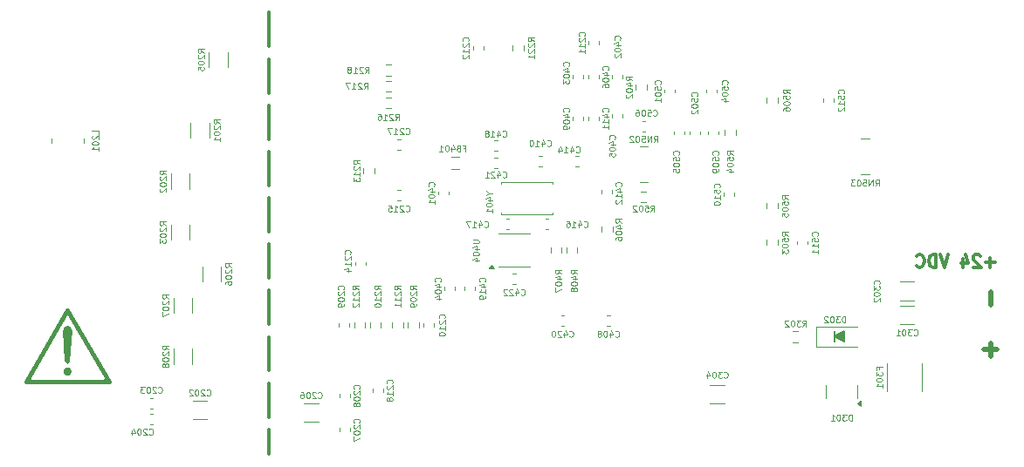
<source format=gbr>
G04 #@! TF.GenerationSoftware,KiCad,Pcbnew,8.0.1*
G04 #@! TF.CreationDate,2024-04-28T13:44:54+02:00*
G04 #@! TF.ProjectId,ETH1ISO224,45544831-4953-44f3-9232-342e6b696361,rev?*
G04 #@! TF.SameCoordinates,Original*
G04 #@! TF.FileFunction,Legend,Bot*
G04 #@! TF.FilePolarity,Positive*
%FSLAX46Y46*%
G04 Gerber Fmt 4.6, Leading zero omitted, Abs format (unit mm)*
G04 Created by KiCad (PCBNEW 8.0.1) date 2024-04-28 13:44:54*
%MOMM*%
%LPD*%
G01*
G04 APERTURE LIST*
%ADD10C,0.150000*%
%ADD11C,0.500000*%
%ADD12C,0.300000*%
%ADD13C,0.120000*%
%ADD14C,0.381000*%
%ADD15C,0.200000*%
%ADD16C,0.450000*%
%ADD17C,0.250000*%
%ADD18C,0.400000*%
%ADD19C,0.000000*%
G04 APERTURE END LIST*
D10*
X184277000Y-97409000D02*
X184277000Y-97917000D01*
D11*
X198755000Y-94615000D02*
X198755000Y-93345000D01*
D10*
X184404000Y-98044000D02*
X183769000Y-97663000D01*
X184277000Y-97917000D02*
X183896000Y-97663000D01*
X184531000Y-97155000D02*
X184531000Y-98171000D01*
D11*
X198755000Y-99568000D02*
X198755000Y-98298000D01*
D10*
X184531000Y-98171000D02*
X183642000Y-97663000D01*
D12*
X128778000Y-66167000D02*
X128778000Y-69467000D01*
X128778000Y-70667000D02*
X128778000Y-73967000D01*
X128778000Y-75167000D02*
X128778000Y-78467000D01*
X128778000Y-79667000D02*
X128778000Y-82967000D01*
X128778000Y-84167000D02*
X128778000Y-87467000D01*
X128778000Y-88667000D02*
X128778000Y-91967000D01*
X128778000Y-93167000D02*
X128778000Y-96467000D01*
X128778000Y-97667000D02*
X128778000Y-100967000D01*
X128778000Y-102167000D02*
X128778000Y-105467000D01*
X128778000Y-106667000D02*
X128778000Y-109093000D01*
D10*
X184150000Y-97536000D02*
X184150000Y-97790000D01*
D11*
X198120000Y-98933000D02*
X199390000Y-98933000D01*
D10*
X183769000Y-97663000D02*
X184277000Y-97409000D01*
X183642000Y-97663000D02*
X184531000Y-97155000D01*
X183896000Y-97663000D02*
X184150000Y-97536000D01*
X184404000Y-97282000D02*
X184404000Y-98044000D01*
X184150000Y-97790000D02*
X184023000Y-97663000D01*
X183642000Y-97155000D02*
X183642000Y-98171000D01*
D12*
X199160917Y-90439400D02*
X198246632Y-90439400D01*
X198703774Y-90896542D02*
X198703774Y-89982257D01*
X197732346Y-89810828D02*
X197675203Y-89753685D01*
X197675203Y-89753685D02*
X197560918Y-89696542D01*
X197560918Y-89696542D02*
X197275203Y-89696542D01*
X197275203Y-89696542D02*
X197160918Y-89753685D01*
X197160918Y-89753685D02*
X197103775Y-89810828D01*
X197103775Y-89810828D02*
X197046632Y-89925114D01*
X197046632Y-89925114D02*
X197046632Y-90039400D01*
X197046632Y-90039400D02*
X197103775Y-90210828D01*
X197103775Y-90210828D02*
X197789489Y-90896542D01*
X197789489Y-90896542D02*
X197046632Y-90896542D01*
X196018061Y-90096542D02*
X196018061Y-90896542D01*
X196303775Y-89639400D02*
X196589489Y-90496542D01*
X196589489Y-90496542D02*
X195846632Y-90496542D01*
X194646632Y-89696542D02*
X194246632Y-90896542D01*
X194246632Y-90896542D02*
X193846632Y-89696542D01*
X193446632Y-90896542D02*
X193446632Y-89696542D01*
X193446632Y-89696542D02*
X193160918Y-89696542D01*
X193160918Y-89696542D02*
X192989489Y-89753685D01*
X192989489Y-89753685D02*
X192875204Y-89867971D01*
X192875204Y-89867971D02*
X192818061Y-89982257D01*
X192818061Y-89982257D02*
X192760918Y-90210828D01*
X192760918Y-90210828D02*
X192760918Y-90382257D01*
X192760918Y-90382257D02*
X192818061Y-90610828D01*
X192818061Y-90610828D02*
X192875204Y-90725114D01*
X192875204Y-90725114D02*
X192989489Y-90839400D01*
X192989489Y-90839400D02*
X193160918Y-90896542D01*
X193160918Y-90896542D02*
X193446632Y-90896542D01*
X191560918Y-90782257D02*
X191618061Y-90839400D01*
X191618061Y-90839400D02*
X191789489Y-90896542D01*
X191789489Y-90896542D02*
X191903775Y-90896542D01*
X191903775Y-90896542D02*
X192075204Y-90839400D01*
X192075204Y-90839400D02*
X192189489Y-90725114D01*
X192189489Y-90725114D02*
X192246632Y-90610828D01*
X192246632Y-90610828D02*
X192303775Y-90382257D01*
X192303775Y-90382257D02*
X192303775Y-90210828D01*
X192303775Y-90210828D02*
X192246632Y-89982257D01*
X192246632Y-89982257D02*
X192189489Y-89867971D01*
X192189489Y-89867971D02*
X192075204Y-89753685D01*
X192075204Y-89753685D02*
X191903775Y-89696542D01*
X191903775Y-89696542D02*
X191789489Y-89696542D01*
X191789489Y-89696542D02*
X191618061Y-89753685D01*
X191618061Y-89753685D02*
X191560918Y-89810828D01*
D13*
X154449331Y-68924571D02*
X154163617Y-68724571D01*
X154449331Y-68581714D02*
X153849331Y-68581714D01*
X153849331Y-68581714D02*
X153849331Y-68810285D01*
X153849331Y-68810285D02*
X153877902Y-68867428D01*
X153877902Y-68867428D02*
X153906474Y-68895999D01*
X153906474Y-68895999D02*
X153963617Y-68924571D01*
X153963617Y-68924571D02*
X154049331Y-68924571D01*
X154049331Y-68924571D02*
X154106474Y-68895999D01*
X154106474Y-68895999D02*
X154135045Y-68867428D01*
X154135045Y-68867428D02*
X154163617Y-68810285D01*
X154163617Y-68810285D02*
X154163617Y-68581714D01*
X153906474Y-69153142D02*
X153877902Y-69181714D01*
X153877902Y-69181714D02*
X153849331Y-69238857D01*
X153849331Y-69238857D02*
X153849331Y-69381714D01*
X153849331Y-69381714D02*
X153877902Y-69438857D01*
X153877902Y-69438857D02*
X153906474Y-69467428D01*
X153906474Y-69467428D02*
X153963617Y-69495999D01*
X153963617Y-69495999D02*
X154020760Y-69495999D01*
X154020760Y-69495999D02*
X154106474Y-69467428D01*
X154106474Y-69467428D02*
X154449331Y-69124571D01*
X154449331Y-69124571D02*
X154449331Y-69495999D01*
X153906474Y-69724571D02*
X153877902Y-69753143D01*
X153877902Y-69753143D02*
X153849331Y-69810286D01*
X153849331Y-69810286D02*
X153849331Y-69953143D01*
X153849331Y-69953143D02*
X153877902Y-70010286D01*
X153877902Y-70010286D02*
X153906474Y-70038857D01*
X153906474Y-70038857D02*
X153963617Y-70067428D01*
X153963617Y-70067428D02*
X154020760Y-70067428D01*
X154020760Y-70067428D02*
X154106474Y-70038857D01*
X154106474Y-70038857D02*
X154449331Y-69696000D01*
X154449331Y-69696000D02*
X154449331Y-70067428D01*
X154449331Y-70638857D02*
X154449331Y-70296000D01*
X154449331Y-70467429D02*
X153849331Y-70467429D01*
X153849331Y-70467429D02*
X153935045Y-70410286D01*
X153935045Y-70410286D02*
X153992188Y-70353143D01*
X153992188Y-70353143D02*
X154020760Y-70296000D01*
X159345188Y-68416571D02*
X159373760Y-68387999D01*
X159373760Y-68387999D02*
X159402331Y-68302285D01*
X159402331Y-68302285D02*
X159402331Y-68245142D01*
X159402331Y-68245142D02*
X159373760Y-68159428D01*
X159373760Y-68159428D02*
X159316617Y-68102285D01*
X159316617Y-68102285D02*
X159259474Y-68073714D01*
X159259474Y-68073714D02*
X159145188Y-68045142D01*
X159145188Y-68045142D02*
X159059474Y-68045142D01*
X159059474Y-68045142D02*
X158945188Y-68073714D01*
X158945188Y-68073714D02*
X158888045Y-68102285D01*
X158888045Y-68102285D02*
X158830902Y-68159428D01*
X158830902Y-68159428D02*
X158802331Y-68245142D01*
X158802331Y-68245142D02*
X158802331Y-68302285D01*
X158802331Y-68302285D02*
X158830902Y-68387999D01*
X158830902Y-68387999D02*
X158859474Y-68416571D01*
X158859474Y-68645142D02*
X158830902Y-68673714D01*
X158830902Y-68673714D02*
X158802331Y-68730857D01*
X158802331Y-68730857D02*
X158802331Y-68873714D01*
X158802331Y-68873714D02*
X158830902Y-68930857D01*
X158830902Y-68930857D02*
X158859474Y-68959428D01*
X158859474Y-68959428D02*
X158916617Y-68987999D01*
X158916617Y-68987999D02*
X158973760Y-68987999D01*
X158973760Y-68987999D02*
X159059474Y-68959428D01*
X159059474Y-68959428D02*
X159402331Y-68616571D01*
X159402331Y-68616571D02*
X159402331Y-68987999D01*
X159402331Y-69559428D02*
X159402331Y-69216571D01*
X159402331Y-69388000D02*
X158802331Y-69388000D01*
X158802331Y-69388000D02*
X158888045Y-69330857D01*
X158888045Y-69330857D02*
X158945188Y-69273714D01*
X158945188Y-69273714D02*
X158973760Y-69216571D01*
X159402331Y-70130857D02*
X159402331Y-69788000D01*
X159402331Y-69959429D02*
X158802331Y-69959429D01*
X158802331Y-69959429D02*
X158888045Y-69902286D01*
X158888045Y-69902286D02*
X158945188Y-69845143D01*
X158945188Y-69845143D02*
X158973760Y-69788000D01*
X172299188Y-79973571D02*
X172327760Y-79944999D01*
X172327760Y-79944999D02*
X172356331Y-79859285D01*
X172356331Y-79859285D02*
X172356331Y-79802142D01*
X172356331Y-79802142D02*
X172327760Y-79716428D01*
X172327760Y-79716428D02*
X172270617Y-79659285D01*
X172270617Y-79659285D02*
X172213474Y-79630714D01*
X172213474Y-79630714D02*
X172099188Y-79602142D01*
X172099188Y-79602142D02*
X172013474Y-79602142D01*
X172013474Y-79602142D02*
X171899188Y-79630714D01*
X171899188Y-79630714D02*
X171842045Y-79659285D01*
X171842045Y-79659285D02*
X171784902Y-79716428D01*
X171784902Y-79716428D02*
X171756331Y-79802142D01*
X171756331Y-79802142D02*
X171756331Y-79859285D01*
X171756331Y-79859285D02*
X171784902Y-79944999D01*
X171784902Y-79944999D02*
X171813474Y-79973571D01*
X171756331Y-80516428D02*
X171756331Y-80230714D01*
X171756331Y-80230714D02*
X172042045Y-80202142D01*
X172042045Y-80202142D02*
X172013474Y-80230714D01*
X172013474Y-80230714D02*
X171984902Y-80287857D01*
X171984902Y-80287857D02*
X171984902Y-80430714D01*
X171984902Y-80430714D02*
X172013474Y-80487857D01*
X172013474Y-80487857D02*
X172042045Y-80516428D01*
X172042045Y-80516428D02*
X172099188Y-80544999D01*
X172099188Y-80544999D02*
X172242045Y-80544999D01*
X172242045Y-80544999D02*
X172299188Y-80516428D01*
X172299188Y-80516428D02*
X172327760Y-80487857D01*
X172327760Y-80487857D02*
X172356331Y-80430714D01*
X172356331Y-80430714D02*
X172356331Y-80287857D01*
X172356331Y-80287857D02*
X172327760Y-80230714D01*
X172327760Y-80230714D02*
X172299188Y-80202142D01*
X171756331Y-80916428D02*
X171756331Y-80973571D01*
X171756331Y-80973571D02*
X171784902Y-81030714D01*
X171784902Y-81030714D02*
X171813474Y-81059286D01*
X171813474Y-81059286D02*
X171870617Y-81087857D01*
X171870617Y-81087857D02*
X171984902Y-81116428D01*
X171984902Y-81116428D02*
X172127760Y-81116428D01*
X172127760Y-81116428D02*
X172242045Y-81087857D01*
X172242045Y-81087857D02*
X172299188Y-81059286D01*
X172299188Y-81059286D02*
X172327760Y-81030714D01*
X172327760Y-81030714D02*
X172356331Y-80973571D01*
X172356331Y-80973571D02*
X172356331Y-80916428D01*
X172356331Y-80916428D02*
X172327760Y-80859286D01*
X172327760Y-80859286D02*
X172299188Y-80830714D01*
X172299188Y-80830714D02*
X172242045Y-80802143D01*
X172242045Y-80802143D02*
X172127760Y-80773571D01*
X172127760Y-80773571D02*
X171984902Y-80773571D01*
X171984902Y-80773571D02*
X171870617Y-80802143D01*
X171870617Y-80802143D02*
X171813474Y-80830714D01*
X171813474Y-80830714D02*
X171784902Y-80859286D01*
X171784902Y-80859286D02*
X171756331Y-80916428D01*
X172356331Y-81402143D02*
X172356331Y-81516429D01*
X172356331Y-81516429D02*
X172327760Y-81573572D01*
X172327760Y-81573572D02*
X172299188Y-81602143D01*
X172299188Y-81602143D02*
X172213474Y-81659286D01*
X172213474Y-81659286D02*
X172099188Y-81687857D01*
X172099188Y-81687857D02*
X171870617Y-81687857D01*
X171870617Y-81687857D02*
X171813474Y-81659286D01*
X171813474Y-81659286D02*
X171784902Y-81630715D01*
X171784902Y-81630715D02*
X171756331Y-81573572D01*
X171756331Y-81573572D02*
X171756331Y-81459286D01*
X171756331Y-81459286D02*
X171784902Y-81402143D01*
X171784902Y-81402143D02*
X171813474Y-81373572D01*
X171813474Y-81373572D02*
X171870617Y-81345000D01*
X171870617Y-81345000D02*
X172013474Y-81345000D01*
X172013474Y-81345000D02*
X172070617Y-81373572D01*
X172070617Y-81373572D02*
X172099188Y-81402143D01*
X172099188Y-81402143D02*
X172127760Y-81459286D01*
X172127760Y-81459286D02*
X172127760Y-81573572D01*
X172127760Y-81573572D02*
X172099188Y-81630715D01*
X172099188Y-81630715D02*
X172070617Y-81659286D01*
X172070617Y-81659286D02*
X172013474Y-81687857D01*
X163974331Y-72734571D02*
X163688617Y-72534571D01*
X163974331Y-72391714D02*
X163374331Y-72391714D01*
X163374331Y-72391714D02*
X163374331Y-72620285D01*
X163374331Y-72620285D02*
X163402902Y-72677428D01*
X163402902Y-72677428D02*
X163431474Y-72705999D01*
X163431474Y-72705999D02*
X163488617Y-72734571D01*
X163488617Y-72734571D02*
X163574331Y-72734571D01*
X163574331Y-72734571D02*
X163631474Y-72705999D01*
X163631474Y-72705999D02*
X163660045Y-72677428D01*
X163660045Y-72677428D02*
X163688617Y-72620285D01*
X163688617Y-72620285D02*
X163688617Y-72391714D01*
X163574331Y-73248857D02*
X163974331Y-73248857D01*
X163345760Y-73105999D02*
X163774331Y-72963142D01*
X163774331Y-72963142D02*
X163774331Y-73334571D01*
X163374331Y-73677428D02*
X163374331Y-73734571D01*
X163374331Y-73734571D02*
X163402902Y-73791714D01*
X163402902Y-73791714D02*
X163431474Y-73820286D01*
X163431474Y-73820286D02*
X163488617Y-73848857D01*
X163488617Y-73848857D02*
X163602902Y-73877428D01*
X163602902Y-73877428D02*
X163745760Y-73877428D01*
X163745760Y-73877428D02*
X163860045Y-73848857D01*
X163860045Y-73848857D02*
X163917188Y-73820286D01*
X163917188Y-73820286D02*
X163945760Y-73791714D01*
X163945760Y-73791714D02*
X163974331Y-73734571D01*
X163974331Y-73734571D02*
X163974331Y-73677428D01*
X163974331Y-73677428D02*
X163945760Y-73620286D01*
X163945760Y-73620286D02*
X163917188Y-73591714D01*
X163917188Y-73591714D02*
X163860045Y-73563143D01*
X163860045Y-73563143D02*
X163745760Y-73534571D01*
X163745760Y-73534571D02*
X163602902Y-73534571D01*
X163602902Y-73534571D02*
X163488617Y-73563143D01*
X163488617Y-73563143D02*
X163431474Y-73591714D01*
X163431474Y-73591714D02*
X163402902Y-73620286D01*
X163402902Y-73620286D02*
X163374331Y-73677428D01*
X163431474Y-74106000D02*
X163402902Y-74134572D01*
X163402902Y-74134572D02*
X163374331Y-74191715D01*
X163374331Y-74191715D02*
X163374331Y-74334572D01*
X163374331Y-74334572D02*
X163402902Y-74391715D01*
X163402902Y-74391715D02*
X163431474Y-74420286D01*
X163431474Y-74420286D02*
X163488617Y-74448857D01*
X163488617Y-74448857D02*
X163545760Y-74448857D01*
X163545760Y-74448857D02*
X163631474Y-74420286D01*
X163631474Y-74420286D02*
X163974331Y-74077429D01*
X163974331Y-74077429D02*
X163974331Y-74448857D01*
X173188188Y-73115571D02*
X173216760Y-73086999D01*
X173216760Y-73086999D02*
X173245331Y-73001285D01*
X173245331Y-73001285D02*
X173245331Y-72944142D01*
X173245331Y-72944142D02*
X173216760Y-72858428D01*
X173216760Y-72858428D02*
X173159617Y-72801285D01*
X173159617Y-72801285D02*
X173102474Y-72772714D01*
X173102474Y-72772714D02*
X172988188Y-72744142D01*
X172988188Y-72744142D02*
X172902474Y-72744142D01*
X172902474Y-72744142D02*
X172788188Y-72772714D01*
X172788188Y-72772714D02*
X172731045Y-72801285D01*
X172731045Y-72801285D02*
X172673902Y-72858428D01*
X172673902Y-72858428D02*
X172645331Y-72944142D01*
X172645331Y-72944142D02*
X172645331Y-73001285D01*
X172645331Y-73001285D02*
X172673902Y-73086999D01*
X172673902Y-73086999D02*
X172702474Y-73115571D01*
X172645331Y-73658428D02*
X172645331Y-73372714D01*
X172645331Y-73372714D02*
X172931045Y-73344142D01*
X172931045Y-73344142D02*
X172902474Y-73372714D01*
X172902474Y-73372714D02*
X172873902Y-73429857D01*
X172873902Y-73429857D02*
X172873902Y-73572714D01*
X172873902Y-73572714D02*
X172902474Y-73629857D01*
X172902474Y-73629857D02*
X172931045Y-73658428D01*
X172931045Y-73658428D02*
X172988188Y-73686999D01*
X172988188Y-73686999D02*
X173131045Y-73686999D01*
X173131045Y-73686999D02*
X173188188Y-73658428D01*
X173188188Y-73658428D02*
X173216760Y-73629857D01*
X173216760Y-73629857D02*
X173245331Y-73572714D01*
X173245331Y-73572714D02*
X173245331Y-73429857D01*
X173245331Y-73429857D02*
X173216760Y-73372714D01*
X173216760Y-73372714D02*
X173188188Y-73344142D01*
X172645331Y-74058428D02*
X172645331Y-74115571D01*
X172645331Y-74115571D02*
X172673902Y-74172714D01*
X172673902Y-74172714D02*
X172702474Y-74201286D01*
X172702474Y-74201286D02*
X172759617Y-74229857D01*
X172759617Y-74229857D02*
X172873902Y-74258428D01*
X172873902Y-74258428D02*
X173016760Y-74258428D01*
X173016760Y-74258428D02*
X173131045Y-74229857D01*
X173131045Y-74229857D02*
X173188188Y-74201286D01*
X173188188Y-74201286D02*
X173216760Y-74172714D01*
X173216760Y-74172714D02*
X173245331Y-74115571D01*
X173245331Y-74115571D02*
X173245331Y-74058428D01*
X173245331Y-74058428D02*
X173216760Y-74001286D01*
X173216760Y-74001286D02*
X173188188Y-73972714D01*
X173188188Y-73972714D02*
X173131045Y-73944143D01*
X173131045Y-73944143D02*
X173016760Y-73915571D01*
X173016760Y-73915571D02*
X172873902Y-73915571D01*
X172873902Y-73915571D02*
X172759617Y-73944143D01*
X172759617Y-73944143D02*
X172702474Y-73972714D01*
X172702474Y-73972714D02*
X172673902Y-74001286D01*
X172673902Y-74001286D02*
X172645331Y-74058428D01*
X172845331Y-74772715D02*
X173245331Y-74772715D01*
X172616760Y-74629857D02*
X173045331Y-74487000D01*
X173045331Y-74487000D02*
X173045331Y-74858429D01*
X112191331Y-77941571D02*
X112191331Y-77655857D01*
X112191331Y-77655857D02*
X111591331Y-77655857D01*
X111648474Y-78112999D02*
X111619902Y-78141571D01*
X111619902Y-78141571D02*
X111591331Y-78198714D01*
X111591331Y-78198714D02*
X111591331Y-78341571D01*
X111591331Y-78341571D02*
X111619902Y-78398714D01*
X111619902Y-78398714D02*
X111648474Y-78427285D01*
X111648474Y-78427285D02*
X111705617Y-78455856D01*
X111705617Y-78455856D02*
X111762760Y-78455856D01*
X111762760Y-78455856D02*
X111848474Y-78427285D01*
X111848474Y-78427285D02*
X112191331Y-78084428D01*
X112191331Y-78084428D02*
X112191331Y-78455856D01*
X111591331Y-78827285D02*
X111591331Y-78884428D01*
X111591331Y-78884428D02*
X111619902Y-78941571D01*
X111619902Y-78941571D02*
X111648474Y-78970143D01*
X111648474Y-78970143D02*
X111705617Y-78998714D01*
X111705617Y-78998714D02*
X111819902Y-79027285D01*
X111819902Y-79027285D02*
X111962760Y-79027285D01*
X111962760Y-79027285D02*
X112077045Y-78998714D01*
X112077045Y-78998714D02*
X112134188Y-78970143D01*
X112134188Y-78970143D02*
X112162760Y-78941571D01*
X112162760Y-78941571D02*
X112191331Y-78884428D01*
X112191331Y-78884428D02*
X112191331Y-78827285D01*
X112191331Y-78827285D02*
X112162760Y-78770143D01*
X112162760Y-78770143D02*
X112134188Y-78741571D01*
X112134188Y-78741571D02*
X112077045Y-78713000D01*
X112077045Y-78713000D02*
X111962760Y-78684428D01*
X111962760Y-78684428D02*
X111819902Y-78684428D01*
X111819902Y-78684428D02*
X111705617Y-78713000D01*
X111705617Y-78713000D02*
X111648474Y-78741571D01*
X111648474Y-78741571D02*
X111619902Y-78770143D01*
X111619902Y-78770143D02*
X111591331Y-78827285D01*
X112191331Y-79598714D02*
X112191331Y-79255857D01*
X112191331Y-79427286D02*
X111591331Y-79427286D01*
X111591331Y-79427286D02*
X111677045Y-79370143D01*
X111677045Y-79370143D02*
X111734188Y-79313000D01*
X111734188Y-79313000D02*
X111762760Y-79255857D01*
X142022428Y-85431188D02*
X142051000Y-85459760D01*
X142051000Y-85459760D02*
X142136714Y-85488331D01*
X142136714Y-85488331D02*
X142193857Y-85488331D01*
X142193857Y-85488331D02*
X142279571Y-85459760D01*
X142279571Y-85459760D02*
X142336714Y-85402617D01*
X142336714Y-85402617D02*
X142365285Y-85345474D01*
X142365285Y-85345474D02*
X142393857Y-85231188D01*
X142393857Y-85231188D02*
X142393857Y-85145474D01*
X142393857Y-85145474D02*
X142365285Y-85031188D01*
X142365285Y-85031188D02*
X142336714Y-84974045D01*
X142336714Y-84974045D02*
X142279571Y-84916902D01*
X142279571Y-84916902D02*
X142193857Y-84888331D01*
X142193857Y-84888331D02*
X142136714Y-84888331D01*
X142136714Y-84888331D02*
X142051000Y-84916902D01*
X142051000Y-84916902D02*
X142022428Y-84945474D01*
X141793857Y-84945474D02*
X141765285Y-84916902D01*
X141765285Y-84916902D02*
X141708143Y-84888331D01*
X141708143Y-84888331D02*
X141565285Y-84888331D01*
X141565285Y-84888331D02*
X141508143Y-84916902D01*
X141508143Y-84916902D02*
X141479571Y-84945474D01*
X141479571Y-84945474D02*
X141451000Y-85002617D01*
X141451000Y-85002617D02*
X141451000Y-85059760D01*
X141451000Y-85059760D02*
X141479571Y-85145474D01*
X141479571Y-85145474D02*
X141822428Y-85488331D01*
X141822428Y-85488331D02*
X141451000Y-85488331D01*
X140879571Y-85488331D02*
X141222428Y-85488331D01*
X141050999Y-85488331D02*
X141050999Y-84888331D01*
X141050999Y-84888331D02*
X141108142Y-84974045D01*
X141108142Y-84974045D02*
X141165285Y-85031188D01*
X141165285Y-85031188D02*
X141222428Y-85059760D01*
X140336713Y-84888331D02*
X140622427Y-84888331D01*
X140622427Y-84888331D02*
X140650999Y-85174045D01*
X140650999Y-85174045D02*
X140622427Y-85145474D01*
X140622427Y-85145474D02*
X140565285Y-85116902D01*
X140565285Y-85116902D02*
X140422427Y-85116902D01*
X140422427Y-85116902D02*
X140365285Y-85145474D01*
X140365285Y-85145474D02*
X140336713Y-85174045D01*
X140336713Y-85174045D02*
X140308142Y-85231188D01*
X140308142Y-85231188D02*
X140308142Y-85374045D01*
X140308142Y-85374045D02*
X140336713Y-85431188D01*
X140336713Y-85431188D02*
X140365285Y-85459760D01*
X140365285Y-85459760D02*
X140422427Y-85488331D01*
X140422427Y-85488331D02*
X140565285Y-85488331D01*
X140565285Y-85488331D02*
X140622427Y-85459760D01*
X140622427Y-85459760D02*
X140650999Y-85431188D01*
X172426188Y-83148571D02*
X172454760Y-83119999D01*
X172454760Y-83119999D02*
X172483331Y-83034285D01*
X172483331Y-83034285D02*
X172483331Y-82977142D01*
X172483331Y-82977142D02*
X172454760Y-82891428D01*
X172454760Y-82891428D02*
X172397617Y-82834285D01*
X172397617Y-82834285D02*
X172340474Y-82805714D01*
X172340474Y-82805714D02*
X172226188Y-82777142D01*
X172226188Y-82777142D02*
X172140474Y-82777142D01*
X172140474Y-82777142D02*
X172026188Y-82805714D01*
X172026188Y-82805714D02*
X171969045Y-82834285D01*
X171969045Y-82834285D02*
X171911902Y-82891428D01*
X171911902Y-82891428D02*
X171883331Y-82977142D01*
X171883331Y-82977142D02*
X171883331Y-83034285D01*
X171883331Y-83034285D02*
X171911902Y-83119999D01*
X171911902Y-83119999D02*
X171940474Y-83148571D01*
X171883331Y-83691428D02*
X171883331Y-83405714D01*
X171883331Y-83405714D02*
X172169045Y-83377142D01*
X172169045Y-83377142D02*
X172140474Y-83405714D01*
X172140474Y-83405714D02*
X172111902Y-83462857D01*
X172111902Y-83462857D02*
X172111902Y-83605714D01*
X172111902Y-83605714D02*
X172140474Y-83662857D01*
X172140474Y-83662857D02*
X172169045Y-83691428D01*
X172169045Y-83691428D02*
X172226188Y-83719999D01*
X172226188Y-83719999D02*
X172369045Y-83719999D01*
X172369045Y-83719999D02*
X172426188Y-83691428D01*
X172426188Y-83691428D02*
X172454760Y-83662857D01*
X172454760Y-83662857D02*
X172483331Y-83605714D01*
X172483331Y-83605714D02*
X172483331Y-83462857D01*
X172483331Y-83462857D02*
X172454760Y-83405714D01*
X172454760Y-83405714D02*
X172426188Y-83377142D01*
X172483331Y-84291428D02*
X172483331Y-83948571D01*
X172483331Y-84120000D02*
X171883331Y-84120000D01*
X171883331Y-84120000D02*
X171969045Y-84062857D01*
X171969045Y-84062857D02*
X172026188Y-84005714D01*
X172026188Y-84005714D02*
X172054760Y-83948571D01*
X171883331Y-84662857D02*
X171883331Y-84720000D01*
X171883331Y-84720000D02*
X171911902Y-84777143D01*
X171911902Y-84777143D02*
X171940474Y-84805715D01*
X171940474Y-84805715D02*
X171997617Y-84834286D01*
X171997617Y-84834286D02*
X172111902Y-84862857D01*
X172111902Y-84862857D02*
X172254760Y-84862857D01*
X172254760Y-84862857D02*
X172369045Y-84834286D01*
X172369045Y-84834286D02*
X172426188Y-84805715D01*
X172426188Y-84805715D02*
X172454760Y-84777143D01*
X172454760Y-84777143D02*
X172483331Y-84720000D01*
X172483331Y-84720000D02*
X172483331Y-84662857D01*
X172483331Y-84662857D02*
X172454760Y-84605715D01*
X172454760Y-84605715D02*
X172426188Y-84577143D01*
X172426188Y-84577143D02*
X172369045Y-84548572D01*
X172369045Y-84548572D02*
X172254760Y-84520000D01*
X172254760Y-84520000D02*
X172111902Y-84520000D01*
X172111902Y-84520000D02*
X171997617Y-84548572D01*
X171997617Y-84548572D02*
X171940474Y-84577143D01*
X171940474Y-84577143D02*
X171911902Y-84605715D01*
X171911902Y-84605715D02*
X171883331Y-84662857D01*
X135977188Y-93054571D02*
X136005760Y-93025999D01*
X136005760Y-93025999D02*
X136034331Y-92940285D01*
X136034331Y-92940285D02*
X136034331Y-92883142D01*
X136034331Y-92883142D02*
X136005760Y-92797428D01*
X136005760Y-92797428D02*
X135948617Y-92740285D01*
X135948617Y-92740285D02*
X135891474Y-92711714D01*
X135891474Y-92711714D02*
X135777188Y-92683142D01*
X135777188Y-92683142D02*
X135691474Y-92683142D01*
X135691474Y-92683142D02*
X135577188Y-92711714D01*
X135577188Y-92711714D02*
X135520045Y-92740285D01*
X135520045Y-92740285D02*
X135462902Y-92797428D01*
X135462902Y-92797428D02*
X135434331Y-92883142D01*
X135434331Y-92883142D02*
X135434331Y-92940285D01*
X135434331Y-92940285D02*
X135462902Y-93025999D01*
X135462902Y-93025999D02*
X135491474Y-93054571D01*
X135491474Y-93283142D02*
X135462902Y-93311714D01*
X135462902Y-93311714D02*
X135434331Y-93368857D01*
X135434331Y-93368857D02*
X135434331Y-93511714D01*
X135434331Y-93511714D02*
X135462902Y-93568857D01*
X135462902Y-93568857D02*
X135491474Y-93597428D01*
X135491474Y-93597428D02*
X135548617Y-93625999D01*
X135548617Y-93625999D02*
X135605760Y-93625999D01*
X135605760Y-93625999D02*
X135691474Y-93597428D01*
X135691474Y-93597428D02*
X136034331Y-93254571D01*
X136034331Y-93254571D02*
X136034331Y-93625999D01*
X135434331Y-93997428D02*
X135434331Y-94054571D01*
X135434331Y-94054571D02*
X135462902Y-94111714D01*
X135462902Y-94111714D02*
X135491474Y-94140286D01*
X135491474Y-94140286D02*
X135548617Y-94168857D01*
X135548617Y-94168857D02*
X135662902Y-94197428D01*
X135662902Y-94197428D02*
X135805760Y-94197428D01*
X135805760Y-94197428D02*
X135920045Y-94168857D01*
X135920045Y-94168857D02*
X135977188Y-94140286D01*
X135977188Y-94140286D02*
X136005760Y-94111714D01*
X136005760Y-94111714D02*
X136034331Y-94054571D01*
X136034331Y-94054571D02*
X136034331Y-93997428D01*
X136034331Y-93997428D02*
X136005760Y-93940286D01*
X136005760Y-93940286D02*
X135977188Y-93911714D01*
X135977188Y-93911714D02*
X135920045Y-93883143D01*
X135920045Y-93883143D02*
X135805760Y-93854571D01*
X135805760Y-93854571D02*
X135662902Y-93854571D01*
X135662902Y-93854571D02*
X135548617Y-93883143D01*
X135548617Y-93883143D02*
X135491474Y-93911714D01*
X135491474Y-93911714D02*
X135462902Y-93940286D01*
X135462902Y-93940286D02*
X135434331Y-93997428D01*
X136034331Y-94483143D02*
X136034331Y-94597429D01*
X136034331Y-94597429D02*
X136005760Y-94654572D01*
X136005760Y-94654572D02*
X135977188Y-94683143D01*
X135977188Y-94683143D02*
X135891474Y-94740286D01*
X135891474Y-94740286D02*
X135777188Y-94768857D01*
X135777188Y-94768857D02*
X135548617Y-94768857D01*
X135548617Y-94768857D02*
X135491474Y-94740286D01*
X135491474Y-94740286D02*
X135462902Y-94711715D01*
X135462902Y-94711715D02*
X135434331Y-94654572D01*
X135434331Y-94654572D02*
X135434331Y-94540286D01*
X135434331Y-94540286D02*
X135462902Y-94483143D01*
X135462902Y-94483143D02*
X135491474Y-94454572D01*
X135491474Y-94454572D02*
X135548617Y-94426000D01*
X135548617Y-94426000D02*
X135691474Y-94426000D01*
X135691474Y-94426000D02*
X135748617Y-94454572D01*
X135748617Y-94454572D02*
X135777188Y-94483143D01*
X135777188Y-94483143D02*
X135805760Y-94540286D01*
X135805760Y-94540286D02*
X135805760Y-94654572D01*
X135805760Y-94654572D02*
X135777188Y-94711715D01*
X135777188Y-94711715D02*
X135748617Y-94740286D01*
X135748617Y-94740286D02*
X135691474Y-94768857D01*
X138085428Y-72026331D02*
X138285428Y-71740617D01*
X138428285Y-72026331D02*
X138428285Y-71426331D01*
X138428285Y-71426331D02*
X138199714Y-71426331D01*
X138199714Y-71426331D02*
X138142571Y-71454902D01*
X138142571Y-71454902D02*
X138114000Y-71483474D01*
X138114000Y-71483474D02*
X138085428Y-71540617D01*
X138085428Y-71540617D02*
X138085428Y-71626331D01*
X138085428Y-71626331D02*
X138114000Y-71683474D01*
X138114000Y-71683474D02*
X138142571Y-71712045D01*
X138142571Y-71712045D02*
X138199714Y-71740617D01*
X138199714Y-71740617D02*
X138428285Y-71740617D01*
X137856857Y-71483474D02*
X137828285Y-71454902D01*
X137828285Y-71454902D02*
X137771143Y-71426331D01*
X137771143Y-71426331D02*
X137628285Y-71426331D01*
X137628285Y-71426331D02*
X137571143Y-71454902D01*
X137571143Y-71454902D02*
X137542571Y-71483474D01*
X137542571Y-71483474D02*
X137514000Y-71540617D01*
X137514000Y-71540617D02*
X137514000Y-71597760D01*
X137514000Y-71597760D02*
X137542571Y-71683474D01*
X137542571Y-71683474D02*
X137885428Y-72026331D01*
X137885428Y-72026331D02*
X137514000Y-72026331D01*
X136942571Y-72026331D02*
X137285428Y-72026331D01*
X137113999Y-72026331D02*
X137113999Y-71426331D01*
X137113999Y-71426331D02*
X137171142Y-71512045D01*
X137171142Y-71512045D02*
X137228285Y-71569188D01*
X137228285Y-71569188D02*
X137285428Y-71597760D01*
X136599713Y-71683474D02*
X136656856Y-71654902D01*
X136656856Y-71654902D02*
X136685427Y-71626331D01*
X136685427Y-71626331D02*
X136713999Y-71569188D01*
X136713999Y-71569188D02*
X136713999Y-71540617D01*
X136713999Y-71540617D02*
X136685427Y-71483474D01*
X136685427Y-71483474D02*
X136656856Y-71454902D01*
X136656856Y-71454902D02*
X136599713Y-71426331D01*
X136599713Y-71426331D02*
X136485427Y-71426331D01*
X136485427Y-71426331D02*
X136428285Y-71454902D01*
X136428285Y-71454902D02*
X136399713Y-71483474D01*
X136399713Y-71483474D02*
X136371142Y-71540617D01*
X136371142Y-71540617D02*
X136371142Y-71569188D01*
X136371142Y-71569188D02*
X136399713Y-71626331D01*
X136399713Y-71626331D02*
X136428285Y-71654902D01*
X136428285Y-71654902D02*
X136485427Y-71683474D01*
X136485427Y-71683474D02*
X136599713Y-71683474D01*
X136599713Y-71683474D02*
X136656856Y-71712045D01*
X136656856Y-71712045D02*
X136685427Y-71740617D01*
X136685427Y-71740617D02*
X136713999Y-71797760D01*
X136713999Y-71797760D02*
X136713999Y-71912045D01*
X136713999Y-71912045D02*
X136685427Y-71969188D01*
X136685427Y-71969188D02*
X136656856Y-71997760D01*
X136656856Y-71997760D02*
X136599713Y-72026331D01*
X136599713Y-72026331D02*
X136485427Y-72026331D01*
X136485427Y-72026331D02*
X136428285Y-71997760D01*
X136428285Y-71997760D02*
X136399713Y-71969188D01*
X136399713Y-71969188D02*
X136371142Y-71912045D01*
X136371142Y-71912045D02*
X136371142Y-71797760D01*
X136371142Y-71797760D02*
X136399713Y-71740617D01*
X136399713Y-71740617D02*
X136428285Y-71712045D01*
X136428285Y-71712045D02*
X136485427Y-71683474D01*
X191298428Y-97496188D02*
X191327000Y-97524760D01*
X191327000Y-97524760D02*
X191412714Y-97553331D01*
X191412714Y-97553331D02*
X191469857Y-97553331D01*
X191469857Y-97553331D02*
X191555571Y-97524760D01*
X191555571Y-97524760D02*
X191612714Y-97467617D01*
X191612714Y-97467617D02*
X191641285Y-97410474D01*
X191641285Y-97410474D02*
X191669857Y-97296188D01*
X191669857Y-97296188D02*
X191669857Y-97210474D01*
X191669857Y-97210474D02*
X191641285Y-97096188D01*
X191641285Y-97096188D02*
X191612714Y-97039045D01*
X191612714Y-97039045D02*
X191555571Y-96981902D01*
X191555571Y-96981902D02*
X191469857Y-96953331D01*
X191469857Y-96953331D02*
X191412714Y-96953331D01*
X191412714Y-96953331D02*
X191327000Y-96981902D01*
X191327000Y-96981902D02*
X191298428Y-97010474D01*
X191098428Y-96953331D02*
X190727000Y-96953331D01*
X190727000Y-96953331D02*
X190927000Y-97181902D01*
X190927000Y-97181902D02*
X190841285Y-97181902D01*
X190841285Y-97181902D02*
X190784143Y-97210474D01*
X190784143Y-97210474D02*
X190755571Y-97239045D01*
X190755571Y-97239045D02*
X190727000Y-97296188D01*
X190727000Y-97296188D02*
X190727000Y-97439045D01*
X190727000Y-97439045D02*
X190755571Y-97496188D01*
X190755571Y-97496188D02*
X190784143Y-97524760D01*
X190784143Y-97524760D02*
X190841285Y-97553331D01*
X190841285Y-97553331D02*
X191012714Y-97553331D01*
X191012714Y-97553331D02*
X191069857Y-97524760D01*
X191069857Y-97524760D02*
X191098428Y-97496188D01*
X190355571Y-96953331D02*
X190298428Y-96953331D01*
X190298428Y-96953331D02*
X190241285Y-96981902D01*
X190241285Y-96981902D02*
X190212714Y-97010474D01*
X190212714Y-97010474D02*
X190184142Y-97067617D01*
X190184142Y-97067617D02*
X190155571Y-97181902D01*
X190155571Y-97181902D02*
X190155571Y-97324760D01*
X190155571Y-97324760D02*
X190184142Y-97439045D01*
X190184142Y-97439045D02*
X190212714Y-97496188D01*
X190212714Y-97496188D02*
X190241285Y-97524760D01*
X190241285Y-97524760D02*
X190298428Y-97553331D01*
X190298428Y-97553331D02*
X190355571Y-97553331D01*
X190355571Y-97553331D02*
X190412714Y-97524760D01*
X190412714Y-97524760D02*
X190441285Y-97496188D01*
X190441285Y-97496188D02*
X190469856Y-97439045D01*
X190469856Y-97439045D02*
X190498428Y-97324760D01*
X190498428Y-97324760D02*
X190498428Y-97181902D01*
X190498428Y-97181902D02*
X190469856Y-97067617D01*
X190469856Y-97067617D02*
X190441285Y-97010474D01*
X190441285Y-97010474D02*
X190412714Y-96981902D01*
X190412714Y-96981902D02*
X190355571Y-96953331D01*
X189584142Y-97553331D02*
X189926999Y-97553331D01*
X189755570Y-97553331D02*
X189755570Y-96953331D01*
X189755570Y-96953331D02*
X189812713Y-97039045D01*
X189812713Y-97039045D02*
X189869856Y-97096188D01*
X189869856Y-97096188D02*
X189926999Y-97124760D01*
X166085714Y-78757331D02*
X166285714Y-78471617D01*
X166428571Y-78757331D02*
X166428571Y-78157331D01*
X166428571Y-78157331D02*
X166200000Y-78157331D01*
X166200000Y-78157331D02*
X166142857Y-78185902D01*
X166142857Y-78185902D02*
X166114286Y-78214474D01*
X166114286Y-78214474D02*
X166085714Y-78271617D01*
X166085714Y-78271617D02*
X166085714Y-78357331D01*
X166085714Y-78357331D02*
X166114286Y-78414474D01*
X166114286Y-78414474D02*
X166142857Y-78443045D01*
X166142857Y-78443045D02*
X166200000Y-78471617D01*
X166200000Y-78471617D02*
X166428571Y-78471617D01*
X165828571Y-78757331D02*
X165828571Y-78157331D01*
X165828571Y-78157331D02*
X165485714Y-78757331D01*
X165485714Y-78757331D02*
X165485714Y-78157331D01*
X164914286Y-78157331D02*
X165200000Y-78157331D01*
X165200000Y-78157331D02*
X165228572Y-78443045D01*
X165228572Y-78443045D02*
X165200000Y-78414474D01*
X165200000Y-78414474D02*
X165142858Y-78385902D01*
X165142858Y-78385902D02*
X165000000Y-78385902D01*
X165000000Y-78385902D02*
X164942858Y-78414474D01*
X164942858Y-78414474D02*
X164914286Y-78443045D01*
X164914286Y-78443045D02*
X164885715Y-78500188D01*
X164885715Y-78500188D02*
X164885715Y-78643045D01*
X164885715Y-78643045D02*
X164914286Y-78700188D01*
X164914286Y-78700188D02*
X164942858Y-78728760D01*
X164942858Y-78728760D02*
X165000000Y-78757331D01*
X165000000Y-78757331D02*
X165142858Y-78757331D01*
X165142858Y-78757331D02*
X165200000Y-78728760D01*
X165200000Y-78728760D02*
X165228572Y-78700188D01*
X164514286Y-78157331D02*
X164457143Y-78157331D01*
X164457143Y-78157331D02*
X164400000Y-78185902D01*
X164400000Y-78185902D02*
X164371429Y-78214474D01*
X164371429Y-78214474D02*
X164342857Y-78271617D01*
X164342857Y-78271617D02*
X164314286Y-78385902D01*
X164314286Y-78385902D02*
X164314286Y-78528760D01*
X164314286Y-78528760D02*
X164342857Y-78643045D01*
X164342857Y-78643045D02*
X164371429Y-78700188D01*
X164371429Y-78700188D02*
X164400000Y-78728760D01*
X164400000Y-78728760D02*
X164457143Y-78757331D01*
X164457143Y-78757331D02*
X164514286Y-78757331D01*
X164514286Y-78757331D02*
X164571429Y-78728760D01*
X164571429Y-78728760D02*
X164600000Y-78700188D01*
X164600000Y-78700188D02*
X164628571Y-78643045D01*
X164628571Y-78643045D02*
X164657143Y-78528760D01*
X164657143Y-78528760D02*
X164657143Y-78385902D01*
X164657143Y-78385902D02*
X164628571Y-78271617D01*
X164628571Y-78271617D02*
X164600000Y-78214474D01*
X164600000Y-78214474D02*
X164571429Y-78185902D01*
X164571429Y-78185902D02*
X164514286Y-78157331D01*
X164085714Y-78214474D02*
X164057142Y-78185902D01*
X164057142Y-78185902D02*
X164000000Y-78157331D01*
X164000000Y-78157331D02*
X163857142Y-78157331D01*
X163857142Y-78157331D02*
X163800000Y-78185902D01*
X163800000Y-78185902D02*
X163771428Y-78214474D01*
X163771428Y-78214474D02*
X163742857Y-78271617D01*
X163742857Y-78271617D02*
X163742857Y-78328760D01*
X163742857Y-78328760D02*
X163771428Y-78414474D01*
X163771428Y-78414474D02*
X164114285Y-78757331D01*
X164114285Y-78757331D02*
X163742857Y-78757331D01*
X149642428Y-86955188D02*
X149671000Y-86983760D01*
X149671000Y-86983760D02*
X149756714Y-87012331D01*
X149756714Y-87012331D02*
X149813857Y-87012331D01*
X149813857Y-87012331D02*
X149899571Y-86983760D01*
X149899571Y-86983760D02*
X149956714Y-86926617D01*
X149956714Y-86926617D02*
X149985285Y-86869474D01*
X149985285Y-86869474D02*
X150013857Y-86755188D01*
X150013857Y-86755188D02*
X150013857Y-86669474D01*
X150013857Y-86669474D02*
X149985285Y-86555188D01*
X149985285Y-86555188D02*
X149956714Y-86498045D01*
X149956714Y-86498045D02*
X149899571Y-86440902D01*
X149899571Y-86440902D02*
X149813857Y-86412331D01*
X149813857Y-86412331D02*
X149756714Y-86412331D01*
X149756714Y-86412331D02*
X149671000Y-86440902D01*
X149671000Y-86440902D02*
X149642428Y-86469474D01*
X149128143Y-86612331D02*
X149128143Y-87012331D01*
X149271000Y-86383760D02*
X149413857Y-86812331D01*
X149413857Y-86812331D02*
X149042428Y-86812331D01*
X148499571Y-87012331D02*
X148842428Y-87012331D01*
X148670999Y-87012331D02*
X148670999Y-86412331D01*
X148670999Y-86412331D02*
X148728142Y-86498045D01*
X148728142Y-86498045D02*
X148785285Y-86555188D01*
X148785285Y-86555188D02*
X148842428Y-86583760D01*
X148299570Y-86412331D02*
X147899570Y-86412331D01*
X147899570Y-86412331D02*
X148156713Y-87012331D01*
X173753331Y-79973571D02*
X173467617Y-79773571D01*
X173753331Y-79630714D02*
X173153331Y-79630714D01*
X173153331Y-79630714D02*
X173153331Y-79859285D01*
X173153331Y-79859285D02*
X173181902Y-79916428D01*
X173181902Y-79916428D02*
X173210474Y-79944999D01*
X173210474Y-79944999D02*
X173267617Y-79973571D01*
X173267617Y-79973571D02*
X173353331Y-79973571D01*
X173353331Y-79973571D02*
X173410474Y-79944999D01*
X173410474Y-79944999D02*
X173439045Y-79916428D01*
X173439045Y-79916428D02*
X173467617Y-79859285D01*
X173467617Y-79859285D02*
X173467617Y-79630714D01*
X173153331Y-80516428D02*
X173153331Y-80230714D01*
X173153331Y-80230714D02*
X173439045Y-80202142D01*
X173439045Y-80202142D02*
X173410474Y-80230714D01*
X173410474Y-80230714D02*
X173381902Y-80287857D01*
X173381902Y-80287857D02*
X173381902Y-80430714D01*
X173381902Y-80430714D02*
X173410474Y-80487857D01*
X173410474Y-80487857D02*
X173439045Y-80516428D01*
X173439045Y-80516428D02*
X173496188Y-80544999D01*
X173496188Y-80544999D02*
X173639045Y-80544999D01*
X173639045Y-80544999D02*
X173696188Y-80516428D01*
X173696188Y-80516428D02*
X173724760Y-80487857D01*
X173724760Y-80487857D02*
X173753331Y-80430714D01*
X173753331Y-80430714D02*
X173753331Y-80287857D01*
X173753331Y-80287857D02*
X173724760Y-80230714D01*
X173724760Y-80230714D02*
X173696188Y-80202142D01*
X173153331Y-80916428D02*
X173153331Y-80973571D01*
X173153331Y-80973571D02*
X173181902Y-81030714D01*
X173181902Y-81030714D02*
X173210474Y-81059286D01*
X173210474Y-81059286D02*
X173267617Y-81087857D01*
X173267617Y-81087857D02*
X173381902Y-81116428D01*
X173381902Y-81116428D02*
X173524760Y-81116428D01*
X173524760Y-81116428D02*
X173639045Y-81087857D01*
X173639045Y-81087857D02*
X173696188Y-81059286D01*
X173696188Y-81059286D02*
X173724760Y-81030714D01*
X173724760Y-81030714D02*
X173753331Y-80973571D01*
X173753331Y-80973571D02*
X173753331Y-80916428D01*
X173753331Y-80916428D02*
X173724760Y-80859286D01*
X173724760Y-80859286D02*
X173696188Y-80830714D01*
X173696188Y-80830714D02*
X173639045Y-80802143D01*
X173639045Y-80802143D02*
X173524760Y-80773571D01*
X173524760Y-80773571D02*
X173381902Y-80773571D01*
X173381902Y-80773571D02*
X173267617Y-80802143D01*
X173267617Y-80802143D02*
X173210474Y-80830714D01*
X173210474Y-80830714D02*
X173181902Y-80859286D01*
X173181902Y-80859286D02*
X173153331Y-80916428D01*
X173353331Y-81630715D02*
X173753331Y-81630715D01*
X173124760Y-81487857D02*
X173553331Y-81345000D01*
X173553331Y-81345000D02*
X173553331Y-81716429D01*
X150099617Y-83724856D02*
X150385331Y-83724856D01*
X149785331Y-83524856D02*
X150099617Y-83724856D01*
X150099617Y-83724856D02*
X149785331Y-83924856D01*
X149985331Y-84382000D02*
X150385331Y-84382000D01*
X149756760Y-84239142D02*
X150185331Y-84096285D01*
X150185331Y-84096285D02*
X150185331Y-84467714D01*
X149785331Y-84810571D02*
X149785331Y-84867714D01*
X149785331Y-84867714D02*
X149813902Y-84924857D01*
X149813902Y-84924857D02*
X149842474Y-84953429D01*
X149842474Y-84953429D02*
X149899617Y-84982000D01*
X149899617Y-84982000D02*
X150013902Y-85010571D01*
X150013902Y-85010571D02*
X150156760Y-85010571D01*
X150156760Y-85010571D02*
X150271045Y-84982000D01*
X150271045Y-84982000D02*
X150328188Y-84953429D01*
X150328188Y-84953429D02*
X150356760Y-84924857D01*
X150356760Y-84924857D02*
X150385331Y-84867714D01*
X150385331Y-84867714D02*
X150385331Y-84810571D01*
X150385331Y-84810571D02*
X150356760Y-84753429D01*
X150356760Y-84753429D02*
X150328188Y-84724857D01*
X150328188Y-84724857D02*
X150271045Y-84696286D01*
X150271045Y-84696286D02*
X150156760Y-84667714D01*
X150156760Y-84667714D02*
X150013902Y-84667714D01*
X150013902Y-84667714D02*
X149899617Y-84696286D01*
X149899617Y-84696286D02*
X149842474Y-84724857D01*
X149842474Y-84724857D02*
X149813902Y-84753429D01*
X149813902Y-84753429D02*
X149785331Y-84810571D01*
X150385331Y-85582000D02*
X150385331Y-85239143D01*
X150385331Y-85410572D02*
X149785331Y-85410572D01*
X149785331Y-85410572D02*
X149871045Y-85353429D01*
X149871045Y-85353429D02*
X149928188Y-85296286D01*
X149928188Y-85296286D02*
X149956760Y-85239143D01*
X187917045Y-100828571D02*
X187917045Y-100628571D01*
X188231331Y-100628571D02*
X187631331Y-100628571D01*
X187631331Y-100628571D02*
X187631331Y-100914285D01*
X187631331Y-101085714D02*
X187631331Y-101457142D01*
X187631331Y-101457142D02*
X187859902Y-101257142D01*
X187859902Y-101257142D02*
X187859902Y-101342857D01*
X187859902Y-101342857D02*
X187888474Y-101400000D01*
X187888474Y-101400000D02*
X187917045Y-101428571D01*
X187917045Y-101428571D02*
X187974188Y-101457142D01*
X187974188Y-101457142D02*
X188117045Y-101457142D01*
X188117045Y-101457142D02*
X188174188Y-101428571D01*
X188174188Y-101428571D02*
X188202760Y-101400000D01*
X188202760Y-101400000D02*
X188231331Y-101342857D01*
X188231331Y-101342857D02*
X188231331Y-101171428D01*
X188231331Y-101171428D02*
X188202760Y-101114285D01*
X188202760Y-101114285D02*
X188174188Y-101085714D01*
X187631331Y-101828571D02*
X187631331Y-101885714D01*
X187631331Y-101885714D02*
X187659902Y-101942857D01*
X187659902Y-101942857D02*
X187688474Y-101971429D01*
X187688474Y-101971429D02*
X187745617Y-102000000D01*
X187745617Y-102000000D02*
X187859902Y-102028571D01*
X187859902Y-102028571D02*
X188002760Y-102028571D01*
X188002760Y-102028571D02*
X188117045Y-102000000D01*
X188117045Y-102000000D02*
X188174188Y-101971429D01*
X188174188Y-101971429D02*
X188202760Y-101942857D01*
X188202760Y-101942857D02*
X188231331Y-101885714D01*
X188231331Y-101885714D02*
X188231331Y-101828571D01*
X188231331Y-101828571D02*
X188202760Y-101771429D01*
X188202760Y-101771429D02*
X188174188Y-101742857D01*
X188174188Y-101742857D02*
X188117045Y-101714286D01*
X188117045Y-101714286D02*
X188002760Y-101685714D01*
X188002760Y-101685714D02*
X187859902Y-101685714D01*
X187859902Y-101685714D02*
X187745617Y-101714286D01*
X187745617Y-101714286D02*
X187688474Y-101742857D01*
X187688474Y-101742857D02*
X187659902Y-101771429D01*
X187659902Y-101771429D02*
X187631331Y-101828571D01*
X188231331Y-102600000D02*
X188231331Y-102257143D01*
X188231331Y-102428572D02*
X187631331Y-102428572D01*
X187631331Y-102428572D02*
X187717045Y-102371429D01*
X187717045Y-102371429D02*
X187774188Y-102314286D01*
X187774188Y-102314286D02*
X187802760Y-102257143D01*
X187548714Y-83008331D02*
X187748714Y-82722617D01*
X187891571Y-83008331D02*
X187891571Y-82408331D01*
X187891571Y-82408331D02*
X187663000Y-82408331D01*
X187663000Y-82408331D02*
X187605857Y-82436902D01*
X187605857Y-82436902D02*
X187577286Y-82465474D01*
X187577286Y-82465474D02*
X187548714Y-82522617D01*
X187548714Y-82522617D02*
X187548714Y-82608331D01*
X187548714Y-82608331D02*
X187577286Y-82665474D01*
X187577286Y-82665474D02*
X187605857Y-82694045D01*
X187605857Y-82694045D02*
X187663000Y-82722617D01*
X187663000Y-82722617D02*
X187891571Y-82722617D01*
X187291571Y-83008331D02*
X187291571Y-82408331D01*
X187291571Y-82408331D02*
X186948714Y-83008331D01*
X186948714Y-83008331D02*
X186948714Y-82408331D01*
X186377286Y-82408331D02*
X186663000Y-82408331D01*
X186663000Y-82408331D02*
X186691572Y-82694045D01*
X186691572Y-82694045D02*
X186663000Y-82665474D01*
X186663000Y-82665474D02*
X186605858Y-82636902D01*
X186605858Y-82636902D02*
X186463000Y-82636902D01*
X186463000Y-82636902D02*
X186405858Y-82665474D01*
X186405858Y-82665474D02*
X186377286Y-82694045D01*
X186377286Y-82694045D02*
X186348715Y-82751188D01*
X186348715Y-82751188D02*
X186348715Y-82894045D01*
X186348715Y-82894045D02*
X186377286Y-82951188D01*
X186377286Y-82951188D02*
X186405858Y-82979760D01*
X186405858Y-82979760D02*
X186463000Y-83008331D01*
X186463000Y-83008331D02*
X186605858Y-83008331D01*
X186605858Y-83008331D02*
X186663000Y-82979760D01*
X186663000Y-82979760D02*
X186691572Y-82951188D01*
X185977286Y-82408331D02*
X185920143Y-82408331D01*
X185920143Y-82408331D02*
X185863000Y-82436902D01*
X185863000Y-82436902D02*
X185834429Y-82465474D01*
X185834429Y-82465474D02*
X185805857Y-82522617D01*
X185805857Y-82522617D02*
X185777286Y-82636902D01*
X185777286Y-82636902D02*
X185777286Y-82779760D01*
X185777286Y-82779760D02*
X185805857Y-82894045D01*
X185805857Y-82894045D02*
X185834429Y-82951188D01*
X185834429Y-82951188D02*
X185863000Y-82979760D01*
X185863000Y-82979760D02*
X185920143Y-83008331D01*
X185920143Y-83008331D02*
X185977286Y-83008331D01*
X185977286Y-83008331D02*
X186034429Y-82979760D01*
X186034429Y-82979760D02*
X186063000Y-82951188D01*
X186063000Y-82951188D02*
X186091571Y-82894045D01*
X186091571Y-82894045D02*
X186120143Y-82779760D01*
X186120143Y-82779760D02*
X186120143Y-82636902D01*
X186120143Y-82636902D02*
X186091571Y-82522617D01*
X186091571Y-82522617D02*
X186063000Y-82465474D01*
X186063000Y-82465474D02*
X186034429Y-82436902D01*
X186034429Y-82436902D02*
X185977286Y-82408331D01*
X185577285Y-82408331D02*
X185205857Y-82408331D01*
X185205857Y-82408331D02*
X185405857Y-82636902D01*
X185405857Y-82636902D02*
X185320142Y-82636902D01*
X185320142Y-82636902D02*
X185263000Y-82665474D01*
X185263000Y-82665474D02*
X185234428Y-82694045D01*
X185234428Y-82694045D02*
X185205857Y-82751188D01*
X185205857Y-82751188D02*
X185205857Y-82894045D01*
X185205857Y-82894045D02*
X185234428Y-82951188D01*
X185234428Y-82951188D02*
X185263000Y-82979760D01*
X185263000Y-82979760D02*
X185320142Y-83008331D01*
X185320142Y-83008331D02*
X185491571Y-83008331D01*
X185491571Y-83008331D02*
X185548714Y-82979760D01*
X185548714Y-82979760D02*
X185577285Y-82951188D01*
X141495331Y-93054571D02*
X141209617Y-92854571D01*
X141495331Y-92711714D02*
X140895331Y-92711714D01*
X140895331Y-92711714D02*
X140895331Y-92940285D01*
X140895331Y-92940285D02*
X140923902Y-92997428D01*
X140923902Y-92997428D02*
X140952474Y-93025999D01*
X140952474Y-93025999D02*
X141009617Y-93054571D01*
X141009617Y-93054571D02*
X141095331Y-93054571D01*
X141095331Y-93054571D02*
X141152474Y-93025999D01*
X141152474Y-93025999D02*
X141181045Y-92997428D01*
X141181045Y-92997428D02*
X141209617Y-92940285D01*
X141209617Y-92940285D02*
X141209617Y-92711714D01*
X140952474Y-93283142D02*
X140923902Y-93311714D01*
X140923902Y-93311714D02*
X140895331Y-93368857D01*
X140895331Y-93368857D02*
X140895331Y-93511714D01*
X140895331Y-93511714D02*
X140923902Y-93568857D01*
X140923902Y-93568857D02*
X140952474Y-93597428D01*
X140952474Y-93597428D02*
X141009617Y-93625999D01*
X141009617Y-93625999D02*
X141066760Y-93625999D01*
X141066760Y-93625999D02*
X141152474Y-93597428D01*
X141152474Y-93597428D02*
X141495331Y-93254571D01*
X141495331Y-93254571D02*
X141495331Y-93625999D01*
X141495331Y-94197428D02*
X141495331Y-93854571D01*
X141495331Y-94026000D02*
X140895331Y-94026000D01*
X140895331Y-94026000D02*
X140981045Y-93968857D01*
X140981045Y-93968857D02*
X141038188Y-93911714D01*
X141038188Y-93911714D02*
X141066760Y-93854571D01*
X141495331Y-94768857D02*
X141495331Y-94426000D01*
X141495331Y-94597429D02*
X140895331Y-94597429D01*
X140895331Y-94597429D02*
X140981045Y-94540286D01*
X140981045Y-94540286D02*
X141038188Y-94483143D01*
X141038188Y-94483143D02*
X141066760Y-94426000D01*
X119016331Y-93943571D02*
X118730617Y-93743571D01*
X119016331Y-93600714D02*
X118416331Y-93600714D01*
X118416331Y-93600714D02*
X118416331Y-93829285D01*
X118416331Y-93829285D02*
X118444902Y-93886428D01*
X118444902Y-93886428D02*
X118473474Y-93914999D01*
X118473474Y-93914999D02*
X118530617Y-93943571D01*
X118530617Y-93943571D02*
X118616331Y-93943571D01*
X118616331Y-93943571D02*
X118673474Y-93914999D01*
X118673474Y-93914999D02*
X118702045Y-93886428D01*
X118702045Y-93886428D02*
X118730617Y-93829285D01*
X118730617Y-93829285D02*
X118730617Y-93600714D01*
X118473474Y-94172142D02*
X118444902Y-94200714D01*
X118444902Y-94200714D02*
X118416331Y-94257857D01*
X118416331Y-94257857D02*
X118416331Y-94400714D01*
X118416331Y-94400714D02*
X118444902Y-94457857D01*
X118444902Y-94457857D02*
X118473474Y-94486428D01*
X118473474Y-94486428D02*
X118530617Y-94514999D01*
X118530617Y-94514999D02*
X118587760Y-94514999D01*
X118587760Y-94514999D02*
X118673474Y-94486428D01*
X118673474Y-94486428D02*
X119016331Y-94143571D01*
X119016331Y-94143571D02*
X119016331Y-94514999D01*
X118416331Y-94886428D02*
X118416331Y-94943571D01*
X118416331Y-94943571D02*
X118444902Y-95000714D01*
X118444902Y-95000714D02*
X118473474Y-95029286D01*
X118473474Y-95029286D02*
X118530617Y-95057857D01*
X118530617Y-95057857D02*
X118644902Y-95086428D01*
X118644902Y-95086428D02*
X118787760Y-95086428D01*
X118787760Y-95086428D02*
X118902045Y-95057857D01*
X118902045Y-95057857D02*
X118959188Y-95029286D01*
X118959188Y-95029286D02*
X118987760Y-95000714D01*
X118987760Y-95000714D02*
X119016331Y-94943571D01*
X119016331Y-94943571D02*
X119016331Y-94886428D01*
X119016331Y-94886428D02*
X118987760Y-94829286D01*
X118987760Y-94829286D02*
X118959188Y-94800714D01*
X118959188Y-94800714D02*
X118902045Y-94772143D01*
X118902045Y-94772143D02*
X118787760Y-94743571D01*
X118787760Y-94743571D02*
X118644902Y-94743571D01*
X118644902Y-94743571D02*
X118530617Y-94772143D01*
X118530617Y-94772143D02*
X118473474Y-94800714D01*
X118473474Y-94800714D02*
X118444902Y-94829286D01*
X118444902Y-94829286D02*
X118416331Y-94886428D01*
X118416331Y-95286429D02*
X118416331Y-95686429D01*
X118416331Y-95686429D02*
X119016331Y-95429286D01*
X158532428Y-79716188D02*
X158561000Y-79744760D01*
X158561000Y-79744760D02*
X158646714Y-79773331D01*
X158646714Y-79773331D02*
X158703857Y-79773331D01*
X158703857Y-79773331D02*
X158789571Y-79744760D01*
X158789571Y-79744760D02*
X158846714Y-79687617D01*
X158846714Y-79687617D02*
X158875285Y-79630474D01*
X158875285Y-79630474D02*
X158903857Y-79516188D01*
X158903857Y-79516188D02*
X158903857Y-79430474D01*
X158903857Y-79430474D02*
X158875285Y-79316188D01*
X158875285Y-79316188D02*
X158846714Y-79259045D01*
X158846714Y-79259045D02*
X158789571Y-79201902D01*
X158789571Y-79201902D02*
X158703857Y-79173331D01*
X158703857Y-79173331D02*
X158646714Y-79173331D01*
X158646714Y-79173331D02*
X158561000Y-79201902D01*
X158561000Y-79201902D02*
X158532428Y-79230474D01*
X158018143Y-79373331D02*
X158018143Y-79773331D01*
X158161000Y-79144760D02*
X158303857Y-79573331D01*
X158303857Y-79573331D02*
X157932428Y-79573331D01*
X157389571Y-79773331D02*
X157732428Y-79773331D01*
X157560999Y-79773331D02*
X157560999Y-79173331D01*
X157560999Y-79173331D02*
X157618142Y-79259045D01*
X157618142Y-79259045D02*
X157675285Y-79316188D01*
X157675285Y-79316188D02*
X157732428Y-79344760D01*
X156875285Y-79373331D02*
X156875285Y-79773331D01*
X157018142Y-79144760D02*
X157160999Y-79573331D01*
X157160999Y-79573331D02*
X156789570Y-79573331D01*
X137958428Y-73616831D02*
X138158428Y-73331117D01*
X138301285Y-73616831D02*
X138301285Y-73016831D01*
X138301285Y-73016831D02*
X138072714Y-73016831D01*
X138072714Y-73016831D02*
X138015571Y-73045402D01*
X138015571Y-73045402D02*
X137987000Y-73073974D01*
X137987000Y-73073974D02*
X137958428Y-73131117D01*
X137958428Y-73131117D02*
X137958428Y-73216831D01*
X137958428Y-73216831D02*
X137987000Y-73273974D01*
X137987000Y-73273974D02*
X138015571Y-73302545D01*
X138015571Y-73302545D02*
X138072714Y-73331117D01*
X138072714Y-73331117D02*
X138301285Y-73331117D01*
X137729857Y-73073974D02*
X137701285Y-73045402D01*
X137701285Y-73045402D02*
X137644143Y-73016831D01*
X137644143Y-73016831D02*
X137501285Y-73016831D01*
X137501285Y-73016831D02*
X137444143Y-73045402D01*
X137444143Y-73045402D02*
X137415571Y-73073974D01*
X137415571Y-73073974D02*
X137387000Y-73131117D01*
X137387000Y-73131117D02*
X137387000Y-73188260D01*
X137387000Y-73188260D02*
X137415571Y-73273974D01*
X137415571Y-73273974D02*
X137758428Y-73616831D01*
X137758428Y-73616831D02*
X137387000Y-73616831D01*
X136815571Y-73616831D02*
X137158428Y-73616831D01*
X136986999Y-73616831D02*
X136986999Y-73016831D01*
X136986999Y-73016831D02*
X137044142Y-73102545D01*
X137044142Y-73102545D02*
X137101285Y-73159688D01*
X137101285Y-73159688D02*
X137158428Y-73188260D01*
X136615570Y-73016831D02*
X136215570Y-73016831D01*
X136215570Y-73016831D02*
X136472713Y-73616831D01*
X166711188Y-73115571D02*
X166739760Y-73086999D01*
X166739760Y-73086999D02*
X166768331Y-73001285D01*
X166768331Y-73001285D02*
X166768331Y-72944142D01*
X166768331Y-72944142D02*
X166739760Y-72858428D01*
X166739760Y-72858428D02*
X166682617Y-72801285D01*
X166682617Y-72801285D02*
X166625474Y-72772714D01*
X166625474Y-72772714D02*
X166511188Y-72744142D01*
X166511188Y-72744142D02*
X166425474Y-72744142D01*
X166425474Y-72744142D02*
X166311188Y-72772714D01*
X166311188Y-72772714D02*
X166254045Y-72801285D01*
X166254045Y-72801285D02*
X166196902Y-72858428D01*
X166196902Y-72858428D02*
X166168331Y-72944142D01*
X166168331Y-72944142D02*
X166168331Y-73001285D01*
X166168331Y-73001285D02*
X166196902Y-73086999D01*
X166196902Y-73086999D02*
X166225474Y-73115571D01*
X166168331Y-73658428D02*
X166168331Y-73372714D01*
X166168331Y-73372714D02*
X166454045Y-73344142D01*
X166454045Y-73344142D02*
X166425474Y-73372714D01*
X166425474Y-73372714D02*
X166396902Y-73429857D01*
X166396902Y-73429857D02*
X166396902Y-73572714D01*
X166396902Y-73572714D02*
X166425474Y-73629857D01*
X166425474Y-73629857D02*
X166454045Y-73658428D01*
X166454045Y-73658428D02*
X166511188Y-73686999D01*
X166511188Y-73686999D02*
X166654045Y-73686999D01*
X166654045Y-73686999D02*
X166711188Y-73658428D01*
X166711188Y-73658428D02*
X166739760Y-73629857D01*
X166739760Y-73629857D02*
X166768331Y-73572714D01*
X166768331Y-73572714D02*
X166768331Y-73429857D01*
X166768331Y-73429857D02*
X166739760Y-73372714D01*
X166739760Y-73372714D02*
X166711188Y-73344142D01*
X166168331Y-74058428D02*
X166168331Y-74115571D01*
X166168331Y-74115571D02*
X166196902Y-74172714D01*
X166196902Y-74172714D02*
X166225474Y-74201286D01*
X166225474Y-74201286D02*
X166282617Y-74229857D01*
X166282617Y-74229857D02*
X166396902Y-74258428D01*
X166396902Y-74258428D02*
X166539760Y-74258428D01*
X166539760Y-74258428D02*
X166654045Y-74229857D01*
X166654045Y-74229857D02*
X166711188Y-74201286D01*
X166711188Y-74201286D02*
X166739760Y-74172714D01*
X166739760Y-74172714D02*
X166768331Y-74115571D01*
X166768331Y-74115571D02*
X166768331Y-74058428D01*
X166768331Y-74058428D02*
X166739760Y-74001286D01*
X166739760Y-74001286D02*
X166711188Y-73972714D01*
X166711188Y-73972714D02*
X166654045Y-73944143D01*
X166654045Y-73944143D02*
X166539760Y-73915571D01*
X166539760Y-73915571D02*
X166396902Y-73915571D01*
X166396902Y-73915571D02*
X166282617Y-73944143D01*
X166282617Y-73944143D02*
X166225474Y-73972714D01*
X166225474Y-73972714D02*
X166196902Y-74001286D01*
X166196902Y-74001286D02*
X166168331Y-74058428D01*
X166768331Y-74829857D02*
X166768331Y-74487000D01*
X166768331Y-74658429D02*
X166168331Y-74658429D01*
X166168331Y-74658429D02*
X166254045Y-74601286D01*
X166254045Y-74601286D02*
X166311188Y-74544143D01*
X166311188Y-74544143D02*
X166339760Y-74487000D01*
X153198428Y-93559188D02*
X153227000Y-93587760D01*
X153227000Y-93587760D02*
X153312714Y-93616331D01*
X153312714Y-93616331D02*
X153369857Y-93616331D01*
X153369857Y-93616331D02*
X153455571Y-93587760D01*
X153455571Y-93587760D02*
X153512714Y-93530617D01*
X153512714Y-93530617D02*
X153541285Y-93473474D01*
X153541285Y-93473474D02*
X153569857Y-93359188D01*
X153569857Y-93359188D02*
X153569857Y-93273474D01*
X153569857Y-93273474D02*
X153541285Y-93159188D01*
X153541285Y-93159188D02*
X153512714Y-93102045D01*
X153512714Y-93102045D02*
X153455571Y-93044902D01*
X153455571Y-93044902D02*
X153369857Y-93016331D01*
X153369857Y-93016331D02*
X153312714Y-93016331D01*
X153312714Y-93016331D02*
X153227000Y-93044902D01*
X153227000Y-93044902D02*
X153198428Y-93073474D01*
X152684143Y-93216331D02*
X152684143Y-93616331D01*
X152827000Y-92987760D02*
X152969857Y-93416331D01*
X152969857Y-93416331D02*
X152598428Y-93416331D01*
X152398428Y-93073474D02*
X152369856Y-93044902D01*
X152369856Y-93044902D02*
X152312714Y-93016331D01*
X152312714Y-93016331D02*
X152169856Y-93016331D01*
X152169856Y-93016331D02*
X152112714Y-93044902D01*
X152112714Y-93044902D02*
X152084142Y-93073474D01*
X152084142Y-93073474D02*
X152055571Y-93130617D01*
X152055571Y-93130617D02*
X152055571Y-93187760D01*
X152055571Y-93187760D02*
X152084142Y-93273474D01*
X152084142Y-93273474D02*
X152426999Y-93616331D01*
X152426999Y-93616331D02*
X152055571Y-93616331D01*
X151826999Y-93073474D02*
X151798427Y-93044902D01*
X151798427Y-93044902D02*
X151741285Y-93016331D01*
X151741285Y-93016331D02*
X151598427Y-93016331D01*
X151598427Y-93016331D02*
X151541285Y-93044902D01*
X151541285Y-93044902D02*
X151512713Y-93073474D01*
X151512713Y-93073474D02*
X151484142Y-93130617D01*
X151484142Y-93130617D02*
X151484142Y-93187760D01*
X151484142Y-93187760D02*
X151512713Y-93273474D01*
X151512713Y-93273474D02*
X151855570Y-93616331D01*
X151855570Y-93616331D02*
X151484142Y-93616331D01*
X162342428Y-97623188D02*
X162371000Y-97651760D01*
X162371000Y-97651760D02*
X162456714Y-97680331D01*
X162456714Y-97680331D02*
X162513857Y-97680331D01*
X162513857Y-97680331D02*
X162599571Y-97651760D01*
X162599571Y-97651760D02*
X162656714Y-97594617D01*
X162656714Y-97594617D02*
X162685285Y-97537474D01*
X162685285Y-97537474D02*
X162713857Y-97423188D01*
X162713857Y-97423188D02*
X162713857Y-97337474D01*
X162713857Y-97337474D02*
X162685285Y-97223188D01*
X162685285Y-97223188D02*
X162656714Y-97166045D01*
X162656714Y-97166045D02*
X162599571Y-97108902D01*
X162599571Y-97108902D02*
X162513857Y-97080331D01*
X162513857Y-97080331D02*
X162456714Y-97080331D01*
X162456714Y-97080331D02*
X162371000Y-97108902D01*
X162371000Y-97108902D02*
X162342428Y-97137474D01*
X161828143Y-97280331D02*
X161828143Y-97680331D01*
X161971000Y-97051760D02*
X162113857Y-97480331D01*
X162113857Y-97480331D02*
X161742428Y-97480331D01*
X161399571Y-97080331D02*
X161342428Y-97080331D01*
X161342428Y-97080331D02*
X161285285Y-97108902D01*
X161285285Y-97108902D02*
X161256714Y-97137474D01*
X161256714Y-97137474D02*
X161228142Y-97194617D01*
X161228142Y-97194617D02*
X161199571Y-97308902D01*
X161199571Y-97308902D02*
X161199571Y-97451760D01*
X161199571Y-97451760D02*
X161228142Y-97566045D01*
X161228142Y-97566045D02*
X161256714Y-97623188D01*
X161256714Y-97623188D02*
X161285285Y-97651760D01*
X161285285Y-97651760D02*
X161342428Y-97680331D01*
X161342428Y-97680331D02*
X161399571Y-97680331D01*
X161399571Y-97680331D02*
X161456714Y-97651760D01*
X161456714Y-97651760D02*
X161485285Y-97623188D01*
X161485285Y-97623188D02*
X161513856Y-97566045D01*
X161513856Y-97566045D02*
X161542428Y-97451760D01*
X161542428Y-97451760D02*
X161542428Y-97308902D01*
X161542428Y-97308902D02*
X161513856Y-97194617D01*
X161513856Y-97194617D02*
X161485285Y-97137474D01*
X161485285Y-97137474D02*
X161456714Y-97108902D01*
X161456714Y-97108902D02*
X161399571Y-97080331D01*
X160856713Y-97337474D02*
X160913856Y-97308902D01*
X160913856Y-97308902D02*
X160942427Y-97280331D01*
X160942427Y-97280331D02*
X160970999Y-97223188D01*
X160970999Y-97223188D02*
X160970999Y-97194617D01*
X160970999Y-97194617D02*
X160942427Y-97137474D01*
X160942427Y-97137474D02*
X160913856Y-97108902D01*
X160913856Y-97108902D02*
X160856713Y-97080331D01*
X160856713Y-97080331D02*
X160742427Y-97080331D01*
X160742427Y-97080331D02*
X160685285Y-97108902D01*
X160685285Y-97108902D02*
X160656713Y-97137474D01*
X160656713Y-97137474D02*
X160628142Y-97194617D01*
X160628142Y-97194617D02*
X160628142Y-97223188D01*
X160628142Y-97223188D02*
X160656713Y-97280331D01*
X160656713Y-97280331D02*
X160685285Y-97308902D01*
X160685285Y-97308902D02*
X160742427Y-97337474D01*
X160742427Y-97337474D02*
X160856713Y-97337474D01*
X160856713Y-97337474D02*
X160913856Y-97366045D01*
X160913856Y-97366045D02*
X160942427Y-97394617D01*
X160942427Y-97394617D02*
X160970999Y-97451760D01*
X160970999Y-97451760D02*
X160970999Y-97566045D01*
X160970999Y-97566045D02*
X160942427Y-97623188D01*
X160942427Y-97623188D02*
X160913856Y-97651760D01*
X160913856Y-97651760D02*
X160856713Y-97680331D01*
X160856713Y-97680331D02*
X160742427Y-97680331D01*
X160742427Y-97680331D02*
X160685285Y-97651760D01*
X160685285Y-97651760D02*
X160656713Y-97623188D01*
X160656713Y-97623188D02*
X160628142Y-97566045D01*
X160628142Y-97566045D02*
X160628142Y-97451760D01*
X160628142Y-97451760D02*
X160656713Y-97394617D01*
X160656713Y-97394617D02*
X160685285Y-97366045D01*
X160685285Y-97366045D02*
X160742427Y-97337474D01*
X143019331Y-93054571D02*
X142733617Y-92854571D01*
X143019331Y-92711714D02*
X142419331Y-92711714D01*
X142419331Y-92711714D02*
X142419331Y-92940285D01*
X142419331Y-92940285D02*
X142447902Y-92997428D01*
X142447902Y-92997428D02*
X142476474Y-93025999D01*
X142476474Y-93025999D02*
X142533617Y-93054571D01*
X142533617Y-93054571D02*
X142619331Y-93054571D01*
X142619331Y-93054571D02*
X142676474Y-93025999D01*
X142676474Y-93025999D02*
X142705045Y-92997428D01*
X142705045Y-92997428D02*
X142733617Y-92940285D01*
X142733617Y-92940285D02*
X142733617Y-92711714D01*
X142476474Y-93283142D02*
X142447902Y-93311714D01*
X142447902Y-93311714D02*
X142419331Y-93368857D01*
X142419331Y-93368857D02*
X142419331Y-93511714D01*
X142419331Y-93511714D02*
X142447902Y-93568857D01*
X142447902Y-93568857D02*
X142476474Y-93597428D01*
X142476474Y-93597428D02*
X142533617Y-93625999D01*
X142533617Y-93625999D02*
X142590760Y-93625999D01*
X142590760Y-93625999D02*
X142676474Y-93597428D01*
X142676474Y-93597428D02*
X143019331Y-93254571D01*
X143019331Y-93254571D02*
X143019331Y-93625999D01*
X142419331Y-93997428D02*
X142419331Y-94054571D01*
X142419331Y-94054571D02*
X142447902Y-94111714D01*
X142447902Y-94111714D02*
X142476474Y-94140286D01*
X142476474Y-94140286D02*
X142533617Y-94168857D01*
X142533617Y-94168857D02*
X142647902Y-94197428D01*
X142647902Y-94197428D02*
X142790760Y-94197428D01*
X142790760Y-94197428D02*
X142905045Y-94168857D01*
X142905045Y-94168857D02*
X142962188Y-94140286D01*
X142962188Y-94140286D02*
X142990760Y-94111714D01*
X142990760Y-94111714D02*
X143019331Y-94054571D01*
X143019331Y-94054571D02*
X143019331Y-93997428D01*
X143019331Y-93997428D02*
X142990760Y-93940286D01*
X142990760Y-93940286D02*
X142962188Y-93911714D01*
X142962188Y-93911714D02*
X142905045Y-93883143D01*
X142905045Y-93883143D02*
X142790760Y-93854571D01*
X142790760Y-93854571D02*
X142647902Y-93854571D01*
X142647902Y-93854571D02*
X142533617Y-93883143D01*
X142533617Y-93883143D02*
X142476474Y-93911714D01*
X142476474Y-93911714D02*
X142447902Y-93940286D01*
X142447902Y-93940286D02*
X142419331Y-93997428D01*
X143019331Y-94483143D02*
X143019331Y-94597429D01*
X143019331Y-94597429D02*
X142990760Y-94654572D01*
X142990760Y-94654572D02*
X142962188Y-94683143D01*
X142962188Y-94683143D02*
X142876474Y-94740286D01*
X142876474Y-94740286D02*
X142762188Y-94768857D01*
X142762188Y-94768857D02*
X142533617Y-94768857D01*
X142533617Y-94768857D02*
X142476474Y-94740286D01*
X142476474Y-94740286D02*
X142447902Y-94711715D01*
X142447902Y-94711715D02*
X142419331Y-94654572D01*
X142419331Y-94654572D02*
X142419331Y-94540286D01*
X142419331Y-94540286D02*
X142447902Y-94483143D01*
X142447902Y-94483143D02*
X142476474Y-94454572D01*
X142476474Y-94454572D02*
X142533617Y-94426000D01*
X142533617Y-94426000D02*
X142676474Y-94426000D01*
X142676474Y-94426000D02*
X142733617Y-94454572D01*
X142733617Y-94454572D02*
X142762188Y-94483143D01*
X142762188Y-94483143D02*
X142790760Y-94540286D01*
X142790760Y-94540286D02*
X142790760Y-94654572D01*
X142790760Y-94654572D02*
X142762188Y-94711715D01*
X142762188Y-94711715D02*
X142733617Y-94740286D01*
X142733617Y-94740286D02*
X142676474Y-94768857D01*
X122445331Y-70067571D02*
X122159617Y-69867571D01*
X122445331Y-69724714D02*
X121845331Y-69724714D01*
X121845331Y-69724714D02*
X121845331Y-69953285D01*
X121845331Y-69953285D02*
X121873902Y-70010428D01*
X121873902Y-70010428D02*
X121902474Y-70038999D01*
X121902474Y-70038999D02*
X121959617Y-70067571D01*
X121959617Y-70067571D02*
X122045331Y-70067571D01*
X122045331Y-70067571D02*
X122102474Y-70038999D01*
X122102474Y-70038999D02*
X122131045Y-70010428D01*
X122131045Y-70010428D02*
X122159617Y-69953285D01*
X122159617Y-69953285D02*
X122159617Y-69724714D01*
X121902474Y-70296142D02*
X121873902Y-70324714D01*
X121873902Y-70324714D02*
X121845331Y-70381857D01*
X121845331Y-70381857D02*
X121845331Y-70524714D01*
X121845331Y-70524714D02*
X121873902Y-70581857D01*
X121873902Y-70581857D02*
X121902474Y-70610428D01*
X121902474Y-70610428D02*
X121959617Y-70638999D01*
X121959617Y-70638999D02*
X122016760Y-70638999D01*
X122016760Y-70638999D02*
X122102474Y-70610428D01*
X122102474Y-70610428D02*
X122445331Y-70267571D01*
X122445331Y-70267571D02*
X122445331Y-70638999D01*
X121845331Y-71010428D02*
X121845331Y-71067571D01*
X121845331Y-71067571D02*
X121873902Y-71124714D01*
X121873902Y-71124714D02*
X121902474Y-71153286D01*
X121902474Y-71153286D02*
X121959617Y-71181857D01*
X121959617Y-71181857D02*
X122073902Y-71210428D01*
X122073902Y-71210428D02*
X122216760Y-71210428D01*
X122216760Y-71210428D02*
X122331045Y-71181857D01*
X122331045Y-71181857D02*
X122388188Y-71153286D01*
X122388188Y-71153286D02*
X122416760Y-71124714D01*
X122416760Y-71124714D02*
X122445331Y-71067571D01*
X122445331Y-71067571D02*
X122445331Y-71010428D01*
X122445331Y-71010428D02*
X122416760Y-70953286D01*
X122416760Y-70953286D02*
X122388188Y-70924714D01*
X122388188Y-70924714D02*
X122331045Y-70896143D01*
X122331045Y-70896143D02*
X122216760Y-70867571D01*
X122216760Y-70867571D02*
X122073902Y-70867571D01*
X122073902Y-70867571D02*
X121959617Y-70896143D01*
X121959617Y-70896143D02*
X121902474Y-70924714D01*
X121902474Y-70924714D02*
X121873902Y-70953286D01*
X121873902Y-70953286D02*
X121845331Y-71010428D01*
X121845331Y-71753286D02*
X121845331Y-71467572D01*
X121845331Y-71467572D02*
X122131045Y-71439000D01*
X122131045Y-71439000D02*
X122102474Y-71467572D01*
X122102474Y-71467572D02*
X122073902Y-71524715D01*
X122073902Y-71524715D02*
X122073902Y-71667572D01*
X122073902Y-71667572D02*
X122102474Y-71724715D01*
X122102474Y-71724715D02*
X122131045Y-71753286D01*
X122131045Y-71753286D02*
X122188188Y-71781857D01*
X122188188Y-71781857D02*
X122331045Y-71781857D01*
X122331045Y-71781857D02*
X122388188Y-71753286D01*
X122388188Y-71753286D02*
X122416760Y-71724715D01*
X122416760Y-71724715D02*
X122445331Y-71667572D01*
X122445331Y-71667572D02*
X122445331Y-71524715D01*
X122445331Y-71524715D02*
X122416760Y-71467572D01*
X122416760Y-71467572D02*
X122388188Y-71439000D01*
X137501188Y-106008571D02*
X137529760Y-105979999D01*
X137529760Y-105979999D02*
X137558331Y-105894285D01*
X137558331Y-105894285D02*
X137558331Y-105837142D01*
X137558331Y-105837142D02*
X137529760Y-105751428D01*
X137529760Y-105751428D02*
X137472617Y-105694285D01*
X137472617Y-105694285D02*
X137415474Y-105665714D01*
X137415474Y-105665714D02*
X137301188Y-105637142D01*
X137301188Y-105637142D02*
X137215474Y-105637142D01*
X137215474Y-105637142D02*
X137101188Y-105665714D01*
X137101188Y-105665714D02*
X137044045Y-105694285D01*
X137044045Y-105694285D02*
X136986902Y-105751428D01*
X136986902Y-105751428D02*
X136958331Y-105837142D01*
X136958331Y-105837142D02*
X136958331Y-105894285D01*
X136958331Y-105894285D02*
X136986902Y-105979999D01*
X136986902Y-105979999D02*
X137015474Y-106008571D01*
X137015474Y-106237142D02*
X136986902Y-106265714D01*
X136986902Y-106265714D02*
X136958331Y-106322857D01*
X136958331Y-106322857D02*
X136958331Y-106465714D01*
X136958331Y-106465714D02*
X136986902Y-106522857D01*
X136986902Y-106522857D02*
X137015474Y-106551428D01*
X137015474Y-106551428D02*
X137072617Y-106579999D01*
X137072617Y-106579999D02*
X137129760Y-106579999D01*
X137129760Y-106579999D02*
X137215474Y-106551428D01*
X137215474Y-106551428D02*
X137558331Y-106208571D01*
X137558331Y-106208571D02*
X137558331Y-106579999D01*
X136958331Y-106951428D02*
X136958331Y-107008571D01*
X136958331Y-107008571D02*
X136986902Y-107065714D01*
X136986902Y-107065714D02*
X137015474Y-107094286D01*
X137015474Y-107094286D02*
X137072617Y-107122857D01*
X137072617Y-107122857D02*
X137186902Y-107151428D01*
X137186902Y-107151428D02*
X137329760Y-107151428D01*
X137329760Y-107151428D02*
X137444045Y-107122857D01*
X137444045Y-107122857D02*
X137501188Y-107094286D01*
X137501188Y-107094286D02*
X137529760Y-107065714D01*
X137529760Y-107065714D02*
X137558331Y-107008571D01*
X137558331Y-107008571D02*
X137558331Y-106951428D01*
X137558331Y-106951428D02*
X137529760Y-106894286D01*
X137529760Y-106894286D02*
X137501188Y-106865714D01*
X137501188Y-106865714D02*
X137444045Y-106837143D01*
X137444045Y-106837143D02*
X137329760Y-106808571D01*
X137329760Y-106808571D02*
X137186902Y-106808571D01*
X137186902Y-106808571D02*
X137072617Y-106837143D01*
X137072617Y-106837143D02*
X137015474Y-106865714D01*
X137015474Y-106865714D02*
X136986902Y-106894286D01*
X136986902Y-106894286D02*
X136958331Y-106951428D01*
X136958331Y-107351429D02*
X136958331Y-107751429D01*
X136958331Y-107751429D02*
X137558331Y-107494286D01*
X139590331Y-93054571D02*
X139304617Y-92854571D01*
X139590331Y-92711714D02*
X138990331Y-92711714D01*
X138990331Y-92711714D02*
X138990331Y-92940285D01*
X138990331Y-92940285D02*
X139018902Y-92997428D01*
X139018902Y-92997428D02*
X139047474Y-93025999D01*
X139047474Y-93025999D02*
X139104617Y-93054571D01*
X139104617Y-93054571D02*
X139190331Y-93054571D01*
X139190331Y-93054571D02*
X139247474Y-93025999D01*
X139247474Y-93025999D02*
X139276045Y-92997428D01*
X139276045Y-92997428D02*
X139304617Y-92940285D01*
X139304617Y-92940285D02*
X139304617Y-92711714D01*
X139047474Y-93283142D02*
X139018902Y-93311714D01*
X139018902Y-93311714D02*
X138990331Y-93368857D01*
X138990331Y-93368857D02*
X138990331Y-93511714D01*
X138990331Y-93511714D02*
X139018902Y-93568857D01*
X139018902Y-93568857D02*
X139047474Y-93597428D01*
X139047474Y-93597428D02*
X139104617Y-93625999D01*
X139104617Y-93625999D02*
X139161760Y-93625999D01*
X139161760Y-93625999D02*
X139247474Y-93597428D01*
X139247474Y-93597428D02*
X139590331Y-93254571D01*
X139590331Y-93254571D02*
X139590331Y-93625999D01*
X139590331Y-94197428D02*
X139590331Y-93854571D01*
X139590331Y-94026000D02*
X138990331Y-94026000D01*
X138990331Y-94026000D02*
X139076045Y-93968857D01*
X139076045Y-93968857D02*
X139133188Y-93911714D01*
X139133188Y-93911714D02*
X139161760Y-93854571D01*
X138990331Y-94568857D02*
X138990331Y-94626000D01*
X138990331Y-94626000D02*
X139018902Y-94683143D01*
X139018902Y-94683143D02*
X139047474Y-94711715D01*
X139047474Y-94711715D02*
X139104617Y-94740286D01*
X139104617Y-94740286D02*
X139218902Y-94768857D01*
X139218902Y-94768857D02*
X139361760Y-94768857D01*
X139361760Y-94768857D02*
X139476045Y-94740286D01*
X139476045Y-94740286D02*
X139533188Y-94711715D01*
X139533188Y-94711715D02*
X139561760Y-94683143D01*
X139561760Y-94683143D02*
X139590331Y-94626000D01*
X139590331Y-94626000D02*
X139590331Y-94568857D01*
X139590331Y-94568857D02*
X139561760Y-94511715D01*
X139561760Y-94511715D02*
X139533188Y-94483143D01*
X139533188Y-94483143D02*
X139476045Y-94454572D01*
X139476045Y-94454572D02*
X139361760Y-94426000D01*
X139361760Y-94426000D02*
X139218902Y-94426000D01*
X139218902Y-94426000D02*
X139104617Y-94454572D01*
X139104617Y-94454572D02*
X139047474Y-94483143D01*
X139047474Y-94483143D02*
X139018902Y-94511715D01*
X139018902Y-94511715D02*
X138990331Y-94568857D01*
X118762331Y-81878571D02*
X118476617Y-81678571D01*
X118762331Y-81535714D02*
X118162331Y-81535714D01*
X118162331Y-81535714D02*
X118162331Y-81764285D01*
X118162331Y-81764285D02*
X118190902Y-81821428D01*
X118190902Y-81821428D02*
X118219474Y-81849999D01*
X118219474Y-81849999D02*
X118276617Y-81878571D01*
X118276617Y-81878571D02*
X118362331Y-81878571D01*
X118362331Y-81878571D02*
X118419474Y-81849999D01*
X118419474Y-81849999D02*
X118448045Y-81821428D01*
X118448045Y-81821428D02*
X118476617Y-81764285D01*
X118476617Y-81764285D02*
X118476617Y-81535714D01*
X118219474Y-82107142D02*
X118190902Y-82135714D01*
X118190902Y-82135714D02*
X118162331Y-82192857D01*
X118162331Y-82192857D02*
X118162331Y-82335714D01*
X118162331Y-82335714D02*
X118190902Y-82392857D01*
X118190902Y-82392857D02*
X118219474Y-82421428D01*
X118219474Y-82421428D02*
X118276617Y-82449999D01*
X118276617Y-82449999D02*
X118333760Y-82449999D01*
X118333760Y-82449999D02*
X118419474Y-82421428D01*
X118419474Y-82421428D02*
X118762331Y-82078571D01*
X118762331Y-82078571D02*
X118762331Y-82449999D01*
X118162331Y-82821428D02*
X118162331Y-82878571D01*
X118162331Y-82878571D02*
X118190902Y-82935714D01*
X118190902Y-82935714D02*
X118219474Y-82964286D01*
X118219474Y-82964286D02*
X118276617Y-82992857D01*
X118276617Y-82992857D02*
X118390902Y-83021428D01*
X118390902Y-83021428D02*
X118533760Y-83021428D01*
X118533760Y-83021428D02*
X118648045Y-82992857D01*
X118648045Y-82992857D02*
X118705188Y-82964286D01*
X118705188Y-82964286D02*
X118733760Y-82935714D01*
X118733760Y-82935714D02*
X118762331Y-82878571D01*
X118762331Y-82878571D02*
X118762331Y-82821428D01*
X118762331Y-82821428D02*
X118733760Y-82764286D01*
X118733760Y-82764286D02*
X118705188Y-82735714D01*
X118705188Y-82735714D02*
X118648045Y-82707143D01*
X118648045Y-82707143D02*
X118533760Y-82678571D01*
X118533760Y-82678571D02*
X118390902Y-82678571D01*
X118390902Y-82678571D02*
X118276617Y-82707143D01*
X118276617Y-82707143D02*
X118219474Y-82735714D01*
X118219474Y-82735714D02*
X118190902Y-82764286D01*
X118190902Y-82764286D02*
X118162331Y-82821428D01*
X118219474Y-83250000D02*
X118190902Y-83278572D01*
X118190902Y-83278572D02*
X118162331Y-83335715D01*
X118162331Y-83335715D02*
X118162331Y-83478572D01*
X118162331Y-83478572D02*
X118190902Y-83535715D01*
X118190902Y-83535715D02*
X118219474Y-83564286D01*
X118219474Y-83564286D02*
X118276617Y-83592857D01*
X118276617Y-83592857D02*
X118333760Y-83592857D01*
X118333760Y-83592857D02*
X118419474Y-83564286D01*
X118419474Y-83564286D02*
X118762331Y-83221429D01*
X118762331Y-83221429D02*
X118762331Y-83592857D01*
X162774188Y-68797571D02*
X162802760Y-68768999D01*
X162802760Y-68768999D02*
X162831331Y-68683285D01*
X162831331Y-68683285D02*
X162831331Y-68626142D01*
X162831331Y-68626142D02*
X162802760Y-68540428D01*
X162802760Y-68540428D02*
X162745617Y-68483285D01*
X162745617Y-68483285D02*
X162688474Y-68454714D01*
X162688474Y-68454714D02*
X162574188Y-68426142D01*
X162574188Y-68426142D02*
X162488474Y-68426142D01*
X162488474Y-68426142D02*
X162374188Y-68454714D01*
X162374188Y-68454714D02*
X162317045Y-68483285D01*
X162317045Y-68483285D02*
X162259902Y-68540428D01*
X162259902Y-68540428D02*
X162231331Y-68626142D01*
X162231331Y-68626142D02*
X162231331Y-68683285D01*
X162231331Y-68683285D02*
X162259902Y-68768999D01*
X162259902Y-68768999D02*
X162288474Y-68797571D01*
X162431331Y-69311857D02*
X162831331Y-69311857D01*
X162202760Y-69168999D02*
X162631331Y-69026142D01*
X162631331Y-69026142D02*
X162631331Y-69397571D01*
X162231331Y-69740428D02*
X162231331Y-69797571D01*
X162231331Y-69797571D02*
X162259902Y-69854714D01*
X162259902Y-69854714D02*
X162288474Y-69883286D01*
X162288474Y-69883286D02*
X162345617Y-69911857D01*
X162345617Y-69911857D02*
X162459902Y-69940428D01*
X162459902Y-69940428D02*
X162602760Y-69940428D01*
X162602760Y-69940428D02*
X162717045Y-69911857D01*
X162717045Y-69911857D02*
X162774188Y-69883286D01*
X162774188Y-69883286D02*
X162802760Y-69854714D01*
X162802760Y-69854714D02*
X162831331Y-69797571D01*
X162831331Y-69797571D02*
X162831331Y-69740428D01*
X162831331Y-69740428D02*
X162802760Y-69683286D01*
X162802760Y-69683286D02*
X162774188Y-69654714D01*
X162774188Y-69654714D02*
X162717045Y-69626143D01*
X162717045Y-69626143D02*
X162602760Y-69597571D01*
X162602760Y-69597571D02*
X162459902Y-69597571D01*
X162459902Y-69597571D02*
X162345617Y-69626143D01*
X162345617Y-69626143D02*
X162288474Y-69654714D01*
X162288474Y-69654714D02*
X162259902Y-69683286D01*
X162259902Y-69683286D02*
X162231331Y-69740428D01*
X162288474Y-70169000D02*
X162259902Y-70197572D01*
X162259902Y-70197572D02*
X162231331Y-70254715D01*
X162231331Y-70254715D02*
X162231331Y-70397572D01*
X162231331Y-70397572D02*
X162259902Y-70454715D01*
X162259902Y-70454715D02*
X162288474Y-70483286D01*
X162288474Y-70483286D02*
X162345617Y-70511857D01*
X162345617Y-70511857D02*
X162402760Y-70511857D01*
X162402760Y-70511857D02*
X162488474Y-70483286D01*
X162488474Y-70483286D02*
X162831331Y-70140429D01*
X162831331Y-70140429D02*
X162831331Y-70511857D01*
X123969331Y-76925571D02*
X123683617Y-76725571D01*
X123969331Y-76582714D02*
X123369331Y-76582714D01*
X123369331Y-76582714D02*
X123369331Y-76811285D01*
X123369331Y-76811285D02*
X123397902Y-76868428D01*
X123397902Y-76868428D02*
X123426474Y-76896999D01*
X123426474Y-76896999D02*
X123483617Y-76925571D01*
X123483617Y-76925571D02*
X123569331Y-76925571D01*
X123569331Y-76925571D02*
X123626474Y-76896999D01*
X123626474Y-76896999D02*
X123655045Y-76868428D01*
X123655045Y-76868428D02*
X123683617Y-76811285D01*
X123683617Y-76811285D02*
X123683617Y-76582714D01*
X123426474Y-77154142D02*
X123397902Y-77182714D01*
X123397902Y-77182714D02*
X123369331Y-77239857D01*
X123369331Y-77239857D02*
X123369331Y-77382714D01*
X123369331Y-77382714D02*
X123397902Y-77439857D01*
X123397902Y-77439857D02*
X123426474Y-77468428D01*
X123426474Y-77468428D02*
X123483617Y-77496999D01*
X123483617Y-77496999D02*
X123540760Y-77496999D01*
X123540760Y-77496999D02*
X123626474Y-77468428D01*
X123626474Y-77468428D02*
X123969331Y-77125571D01*
X123969331Y-77125571D02*
X123969331Y-77496999D01*
X123369331Y-77868428D02*
X123369331Y-77925571D01*
X123369331Y-77925571D02*
X123397902Y-77982714D01*
X123397902Y-77982714D02*
X123426474Y-78011286D01*
X123426474Y-78011286D02*
X123483617Y-78039857D01*
X123483617Y-78039857D02*
X123597902Y-78068428D01*
X123597902Y-78068428D02*
X123740760Y-78068428D01*
X123740760Y-78068428D02*
X123855045Y-78039857D01*
X123855045Y-78039857D02*
X123912188Y-78011286D01*
X123912188Y-78011286D02*
X123940760Y-77982714D01*
X123940760Y-77982714D02*
X123969331Y-77925571D01*
X123969331Y-77925571D02*
X123969331Y-77868428D01*
X123969331Y-77868428D02*
X123940760Y-77811286D01*
X123940760Y-77811286D02*
X123912188Y-77782714D01*
X123912188Y-77782714D02*
X123855045Y-77754143D01*
X123855045Y-77754143D02*
X123740760Y-77725571D01*
X123740760Y-77725571D02*
X123597902Y-77725571D01*
X123597902Y-77725571D02*
X123483617Y-77754143D01*
X123483617Y-77754143D02*
X123426474Y-77782714D01*
X123426474Y-77782714D02*
X123397902Y-77811286D01*
X123397902Y-77811286D02*
X123369331Y-77868428D01*
X123969331Y-78639857D02*
X123969331Y-78297000D01*
X123969331Y-78468429D02*
X123369331Y-78468429D01*
X123369331Y-78468429D02*
X123455045Y-78411286D01*
X123455045Y-78411286D02*
X123512188Y-78354143D01*
X123512188Y-78354143D02*
X123540760Y-78297000D01*
X151420428Y-82129188D02*
X151449000Y-82157760D01*
X151449000Y-82157760D02*
X151534714Y-82186331D01*
X151534714Y-82186331D02*
X151591857Y-82186331D01*
X151591857Y-82186331D02*
X151677571Y-82157760D01*
X151677571Y-82157760D02*
X151734714Y-82100617D01*
X151734714Y-82100617D02*
X151763285Y-82043474D01*
X151763285Y-82043474D02*
X151791857Y-81929188D01*
X151791857Y-81929188D02*
X151791857Y-81843474D01*
X151791857Y-81843474D02*
X151763285Y-81729188D01*
X151763285Y-81729188D02*
X151734714Y-81672045D01*
X151734714Y-81672045D02*
X151677571Y-81614902D01*
X151677571Y-81614902D02*
X151591857Y-81586331D01*
X151591857Y-81586331D02*
X151534714Y-81586331D01*
X151534714Y-81586331D02*
X151449000Y-81614902D01*
X151449000Y-81614902D02*
X151420428Y-81643474D01*
X150906143Y-81786331D02*
X150906143Y-82186331D01*
X151049000Y-81557760D02*
X151191857Y-81986331D01*
X151191857Y-81986331D02*
X150820428Y-81986331D01*
X150620428Y-81643474D02*
X150591856Y-81614902D01*
X150591856Y-81614902D02*
X150534714Y-81586331D01*
X150534714Y-81586331D02*
X150391856Y-81586331D01*
X150391856Y-81586331D02*
X150334714Y-81614902D01*
X150334714Y-81614902D02*
X150306142Y-81643474D01*
X150306142Y-81643474D02*
X150277571Y-81700617D01*
X150277571Y-81700617D02*
X150277571Y-81757760D01*
X150277571Y-81757760D02*
X150306142Y-81843474D01*
X150306142Y-81843474D02*
X150648999Y-82186331D01*
X150648999Y-82186331D02*
X150277571Y-82186331D01*
X149706142Y-82186331D02*
X150048999Y-82186331D01*
X149877570Y-82186331D02*
X149877570Y-81586331D01*
X149877570Y-81586331D02*
X149934713Y-81672045D01*
X149934713Y-81672045D02*
X149991856Y-81729188D01*
X149991856Y-81729188D02*
X150048999Y-81757760D01*
X118019428Y-103084188D02*
X118048000Y-103112760D01*
X118048000Y-103112760D02*
X118133714Y-103141331D01*
X118133714Y-103141331D02*
X118190857Y-103141331D01*
X118190857Y-103141331D02*
X118276571Y-103112760D01*
X118276571Y-103112760D02*
X118333714Y-103055617D01*
X118333714Y-103055617D02*
X118362285Y-102998474D01*
X118362285Y-102998474D02*
X118390857Y-102884188D01*
X118390857Y-102884188D02*
X118390857Y-102798474D01*
X118390857Y-102798474D02*
X118362285Y-102684188D01*
X118362285Y-102684188D02*
X118333714Y-102627045D01*
X118333714Y-102627045D02*
X118276571Y-102569902D01*
X118276571Y-102569902D02*
X118190857Y-102541331D01*
X118190857Y-102541331D02*
X118133714Y-102541331D01*
X118133714Y-102541331D02*
X118048000Y-102569902D01*
X118048000Y-102569902D02*
X118019428Y-102598474D01*
X117790857Y-102598474D02*
X117762285Y-102569902D01*
X117762285Y-102569902D02*
X117705143Y-102541331D01*
X117705143Y-102541331D02*
X117562285Y-102541331D01*
X117562285Y-102541331D02*
X117505143Y-102569902D01*
X117505143Y-102569902D02*
X117476571Y-102598474D01*
X117476571Y-102598474D02*
X117448000Y-102655617D01*
X117448000Y-102655617D02*
X117448000Y-102712760D01*
X117448000Y-102712760D02*
X117476571Y-102798474D01*
X117476571Y-102798474D02*
X117819428Y-103141331D01*
X117819428Y-103141331D02*
X117448000Y-103141331D01*
X117076571Y-102541331D02*
X117019428Y-102541331D01*
X117019428Y-102541331D02*
X116962285Y-102569902D01*
X116962285Y-102569902D02*
X116933714Y-102598474D01*
X116933714Y-102598474D02*
X116905142Y-102655617D01*
X116905142Y-102655617D02*
X116876571Y-102769902D01*
X116876571Y-102769902D02*
X116876571Y-102912760D01*
X116876571Y-102912760D02*
X116905142Y-103027045D01*
X116905142Y-103027045D02*
X116933714Y-103084188D01*
X116933714Y-103084188D02*
X116962285Y-103112760D01*
X116962285Y-103112760D02*
X117019428Y-103141331D01*
X117019428Y-103141331D02*
X117076571Y-103141331D01*
X117076571Y-103141331D02*
X117133714Y-103112760D01*
X117133714Y-103112760D02*
X117162285Y-103084188D01*
X117162285Y-103084188D02*
X117190856Y-103027045D01*
X117190856Y-103027045D02*
X117219428Y-102912760D01*
X117219428Y-102912760D02*
X117219428Y-102769902D01*
X117219428Y-102769902D02*
X117190856Y-102655617D01*
X117190856Y-102655617D02*
X117162285Y-102598474D01*
X117162285Y-102598474D02*
X117133714Y-102569902D01*
X117133714Y-102569902D02*
X117076571Y-102541331D01*
X116676570Y-102541331D02*
X116305142Y-102541331D01*
X116305142Y-102541331D02*
X116505142Y-102769902D01*
X116505142Y-102769902D02*
X116419427Y-102769902D01*
X116419427Y-102769902D02*
X116362285Y-102798474D01*
X116362285Y-102798474D02*
X116333713Y-102827045D01*
X116333713Y-102827045D02*
X116305142Y-102884188D01*
X116305142Y-102884188D02*
X116305142Y-103027045D01*
X116305142Y-103027045D02*
X116333713Y-103084188D01*
X116333713Y-103084188D02*
X116362285Y-103112760D01*
X116362285Y-103112760D02*
X116419427Y-103141331D01*
X116419427Y-103141331D02*
X116590856Y-103141331D01*
X116590856Y-103141331D02*
X116647999Y-103112760D01*
X116647999Y-103112760D02*
X116676570Y-103084188D01*
X161631188Y-71718571D02*
X161659760Y-71689999D01*
X161659760Y-71689999D02*
X161688331Y-71604285D01*
X161688331Y-71604285D02*
X161688331Y-71547142D01*
X161688331Y-71547142D02*
X161659760Y-71461428D01*
X161659760Y-71461428D02*
X161602617Y-71404285D01*
X161602617Y-71404285D02*
X161545474Y-71375714D01*
X161545474Y-71375714D02*
X161431188Y-71347142D01*
X161431188Y-71347142D02*
X161345474Y-71347142D01*
X161345474Y-71347142D02*
X161231188Y-71375714D01*
X161231188Y-71375714D02*
X161174045Y-71404285D01*
X161174045Y-71404285D02*
X161116902Y-71461428D01*
X161116902Y-71461428D02*
X161088331Y-71547142D01*
X161088331Y-71547142D02*
X161088331Y-71604285D01*
X161088331Y-71604285D02*
X161116902Y-71689999D01*
X161116902Y-71689999D02*
X161145474Y-71718571D01*
X161288331Y-72232857D02*
X161688331Y-72232857D01*
X161059760Y-72089999D02*
X161488331Y-71947142D01*
X161488331Y-71947142D02*
X161488331Y-72318571D01*
X161088331Y-72661428D02*
X161088331Y-72718571D01*
X161088331Y-72718571D02*
X161116902Y-72775714D01*
X161116902Y-72775714D02*
X161145474Y-72804286D01*
X161145474Y-72804286D02*
X161202617Y-72832857D01*
X161202617Y-72832857D02*
X161316902Y-72861428D01*
X161316902Y-72861428D02*
X161459760Y-72861428D01*
X161459760Y-72861428D02*
X161574045Y-72832857D01*
X161574045Y-72832857D02*
X161631188Y-72804286D01*
X161631188Y-72804286D02*
X161659760Y-72775714D01*
X161659760Y-72775714D02*
X161688331Y-72718571D01*
X161688331Y-72718571D02*
X161688331Y-72661428D01*
X161688331Y-72661428D02*
X161659760Y-72604286D01*
X161659760Y-72604286D02*
X161631188Y-72575714D01*
X161631188Y-72575714D02*
X161574045Y-72547143D01*
X161574045Y-72547143D02*
X161459760Y-72518571D01*
X161459760Y-72518571D02*
X161316902Y-72518571D01*
X161316902Y-72518571D02*
X161202617Y-72547143D01*
X161202617Y-72547143D02*
X161145474Y-72575714D01*
X161145474Y-72575714D02*
X161116902Y-72604286D01*
X161116902Y-72604286D02*
X161088331Y-72661428D01*
X161088331Y-73375715D02*
X161088331Y-73261429D01*
X161088331Y-73261429D02*
X161116902Y-73204286D01*
X161116902Y-73204286D02*
X161145474Y-73175715D01*
X161145474Y-73175715D02*
X161231188Y-73118572D01*
X161231188Y-73118572D02*
X161345474Y-73090000D01*
X161345474Y-73090000D02*
X161574045Y-73090000D01*
X161574045Y-73090000D02*
X161631188Y-73118572D01*
X161631188Y-73118572D02*
X161659760Y-73147143D01*
X161659760Y-73147143D02*
X161688331Y-73204286D01*
X161688331Y-73204286D02*
X161688331Y-73318572D01*
X161688331Y-73318572D02*
X161659760Y-73375715D01*
X161659760Y-73375715D02*
X161631188Y-73404286D01*
X161631188Y-73404286D02*
X161574045Y-73432857D01*
X161574045Y-73432857D02*
X161431188Y-73432857D01*
X161431188Y-73432857D02*
X161374045Y-73404286D01*
X161374045Y-73404286D02*
X161345474Y-73375715D01*
X161345474Y-73375715D02*
X161316902Y-73318572D01*
X161316902Y-73318572D02*
X161316902Y-73204286D01*
X161316902Y-73204286D02*
X161345474Y-73147143D01*
X161345474Y-73147143D02*
X161374045Y-73118572D01*
X161374045Y-73118572D02*
X161431188Y-73090000D01*
X168489188Y-79973571D02*
X168517760Y-79944999D01*
X168517760Y-79944999D02*
X168546331Y-79859285D01*
X168546331Y-79859285D02*
X168546331Y-79802142D01*
X168546331Y-79802142D02*
X168517760Y-79716428D01*
X168517760Y-79716428D02*
X168460617Y-79659285D01*
X168460617Y-79659285D02*
X168403474Y-79630714D01*
X168403474Y-79630714D02*
X168289188Y-79602142D01*
X168289188Y-79602142D02*
X168203474Y-79602142D01*
X168203474Y-79602142D02*
X168089188Y-79630714D01*
X168089188Y-79630714D02*
X168032045Y-79659285D01*
X168032045Y-79659285D02*
X167974902Y-79716428D01*
X167974902Y-79716428D02*
X167946331Y-79802142D01*
X167946331Y-79802142D02*
X167946331Y-79859285D01*
X167946331Y-79859285D02*
X167974902Y-79944999D01*
X167974902Y-79944999D02*
X168003474Y-79973571D01*
X167946331Y-80516428D02*
X167946331Y-80230714D01*
X167946331Y-80230714D02*
X168232045Y-80202142D01*
X168232045Y-80202142D02*
X168203474Y-80230714D01*
X168203474Y-80230714D02*
X168174902Y-80287857D01*
X168174902Y-80287857D02*
X168174902Y-80430714D01*
X168174902Y-80430714D02*
X168203474Y-80487857D01*
X168203474Y-80487857D02*
X168232045Y-80516428D01*
X168232045Y-80516428D02*
X168289188Y-80544999D01*
X168289188Y-80544999D02*
X168432045Y-80544999D01*
X168432045Y-80544999D02*
X168489188Y-80516428D01*
X168489188Y-80516428D02*
X168517760Y-80487857D01*
X168517760Y-80487857D02*
X168546331Y-80430714D01*
X168546331Y-80430714D02*
X168546331Y-80287857D01*
X168546331Y-80287857D02*
X168517760Y-80230714D01*
X168517760Y-80230714D02*
X168489188Y-80202142D01*
X167946331Y-80916428D02*
X167946331Y-80973571D01*
X167946331Y-80973571D02*
X167974902Y-81030714D01*
X167974902Y-81030714D02*
X168003474Y-81059286D01*
X168003474Y-81059286D02*
X168060617Y-81087857D01*
X168060617Y-81087857D02*
X168174902Y-81116428D01*
X168174902Y-81116428D02*
X168317760Y-81116428D01*
X168317760Y-81116428D02*
X168432045Y-81087857D01*
X168432045Y-81087857D02*
X168489188Y-81059286D01*
X168489188Y-81059286D02*
X168517760Y-81030714D01*
X168517760Y-81030714D02*
X168546331Y-80973571D01*
X168546331Y-80973571D02*
X168546331Y-80916428D01*
X168546331Y-80916428D02*
X168517760Y-80859286D01*
X168517760Y-80859286D02*
X168489188Y-80830714D01*
X168489188Y-80830714D02*
X168432045Y-80802143D01*
X168432045Y-80802143D02*
X168317760Y-80773571D01*
X168317760Y-80773571D02*
X168174902Y-80773571D01*
X168174902Y-80773571D02*
X168060617Y-80802143D01*
X168060617Y-80802143D02*
X168003474Y-80830714D01*
X168003474Y-80830714D02*
X167974902Y-80859286D01*
X167974902Y-80859286D02*
X167946331Y-80916428D01*
X167946331Y-81659286D02*
X167946331Y-81373572D01*
X167946331Y-81373572D02*
X168232045Y-81345000D01*
X168232045Y-81345000D02*
X168203474Y-81373572D01*
X168203474Y-81373572D02*
X168174902Y-81430715D01*
X168174902Y-81430715D02*
X168174902Y-81573572D01*
X168174902Y-81573572D02*
X168203474Y-81630715D01*
X168203474Y-81630715D02*
X168232045Y-81659286D01*
X168232045Y-81659286D02*
X168289188Y-81687857D01*
X168289188Y-81687857D02*
X168432045Y-81687857D01*
X168432045Y-81687857D02*
X168489188Y-81659286D01*
X168489188Y-81659286D02*
X168517760Y-81630715D01*
X168517760Y-81630715D02*
X168546331Y-81573572D01*
X168546331Y-81573572D02*
X168546331Y-81430715D01*
X168546331Y-81430715D02*
X168517760Y-81373572D01*
X168517760Y-81373572D02*
X168489188Y-81345000D01*
X118762331Y-86831571D02*
X118476617Y-86631571D01*
X118762331Y-86488714D02*
X118162331Y-86488714D01*
X118162331Y-86488714D02*
X118162331Y-86717285D01*
X118162331Y-86717285D02*
X118190902Y-86774428D01*
X118190902Y-86774428D02*
X118219474Y-86802999D01*
X118219474Y-86802999D02*
X118276617Y-86831571D01*
X118276617Y-86831571D02*
X118362331Y-86831571D01*
X118362331Y-86831571D02*
X118419474Y-86802999D01*
X118419474Y-86802999D02*
X118448045Y-86774428D01*
X118448045Y-86774428D02*
X118476617Y-86717285D01*
X118476617Y-86717285D02*
X118476617Y-86488714D01*
X118219474Y-87060142D02*
X118190902Y-87088714D01*
X118190902Y-87088714D02*
X118162331Y-87145857D01*
X118162331Y-87145857D02*
X118162331Y-87288714D01*
X118162331Y-87288714D02*
X118190902Y-87345857D01*
X118190902Y-87345857D02*
X118219474Y-87374428D01*
X118219474Y-87374428D02*
X118276617Y-87402999D01*
X118276617Y-87402999D02*
X118333760Y-87402999D01*
X118333760Y-87402999D02*
X118419474Y-87374428D01*
X118419474Y-87374428D02*
X118762331Y-87031571D01*
X118762331Y-87031571D02*
X118762331Y-87402999D01*
X118162331Y-87774428D02*
X118162331Y-87831571D01*
X118162331Y-87831571D02*
X118190902Y-87888714D01*
X118190902Y-87888714D02*
X118219474Y-87917286D01*
X118219474Y-87917286D02*
X118276617Y-87945857D01*
X118276617Y-87945857D02*
X118390902Y-87974428D01*
X118390902Y-87974428D02*
X118533760Y-87974428D01*
X118533760Y-87974428D02*
X118648045Y-87945857D01*
X118648045Y-87945857D02*
X118705188Y-87917286D01*
X118705188Y-87917286D02*
X118733760Y-87888714D01*
X118733760Y-87888714D02*
X118762331Y-87831571D01*
X118762331Y-87831571D02*
X118762331Y-87774428D01*
X118762331Y-87774428D02*
X118733760Y-87717286D01*
X118733760Y-87717286D02*
X118705188Y-87688714D01*
X118705188Y-87688714D02*
X118648045Y-87660143D01*
X118648045Y-87660143D02*
X118533760Y-87631571D01*
X118533760Y-87631571D02*
X118390902Y-87631571D01*
X118390902Y-87631571D02*
X118276617Y-87660143D01*
X118276617Y-87660143D02*
X118219474Y-87688714D01*
X118219474Y-87688714D02*
X118190902Y-87717286D01*
X118190902Y-87717286D02*
X118162331Y-87774428D01*
X118162331Y-88174429D02*
X118162331Y-88545857D01*
X118162331Y-88545857D02*
X118390902Y-88345857D01*
X118390902Y-88345857D02*
X118390902Y-88431572D01*
X118390902Y-88431572D02*
X118419474Y-88488715D01*
X118419474Y-88488715D02*
X118448045Y-88517286D01*
X118448045Y-88517286D02*
X118505188Y-88545857D01*
X118505188Y-88545857D02*
X118648045Y-88545857D01*
X118648045Y-88545857D02*
X118705188Y-88517286D01*
X118705188Y-88517286D02*
X118733760Y-88488715D01*
X118733760Y-88488715D02*
X118762331Y-88431572D01*
X118762331Y-88431572D02*
X118762331Y-88260143D01*
X118762331Y-88260143D02*
X118733760Y-88203000D01*
X118733760Y-88203000D02*
X118705188Y-88174429D01*
X179087331Y-87847571D02*
X178801617Y-87647571D01*
X179087331Y-87504714D02*
X178487331Y-87504714D01*
X178487331Y-87504714D02*
X178487331Y-87733285D01*
X178487331Y-87733285D02*
X178515902Y-87790428D01*
X178515902Y-87790428D02*
X178544474Y-87818999D01*
X178544474Y-87818999D02*
X178601617Y-87847571D01*
X178601617Y-87847571D02*
X178687331Y-87847571D01*
X178687331Y-87847571D02*
X178744474Y-87818999D01*
X178744474Y-87818999D02*
X178773045Y-87790428D01*
X178773045Y-87790428D02*
X178801617Y-87733285D01*
X178801617Y-87733285D02*
X178801617Y-87504714D01*
X178487331Y-88390428D02*
X178487331Y-88104714D01*
X178487331Y-88104714D02*
X178773045Y-88076142D01*
X178773045Y-88076142D02*
X178744474Y-88104714D01*
X178744474Y-88104714D02*
X178715902Y-88161857D01*
X178715902Y-88161857D02*
X178715902Y-88304714D01*
X178715902Y-88304714D02*
X178744474Y-88361857D01*
X178744474Y-88361857D02*
X178773045Y-88390428D01*
X178773045Y-88390428D02*
X178830188Y-88418999D01*
X178830188Y-88418999D02*
X178973045Y-88418999D01*
X178973045Y-88418999D02*
X179030188Y-88390428D01*
X179030188Y-88390428D02*
X179058760Y-88361857D01*
X179058760Y-88361857D02*
X179087331Y-88304714D01*
X179087331Y-88304714D02*
X179087331Y-88161857D01*
X179087331Y-88161857D02*
X179058760Y-88104714D01*
X179058760Y-88104714D02*
X179030188Y-88076142D01*
X178487331Y-88790428D02*
X178487331Y-88847571D01*
X178487331Y-88847571D02*
X178515902Y-88904714D01*
X178515902Y-88904714D02*
X178544474Y-88933286D01*
X178544474Y-88933286D02*
X178601617Y-88961857D01*
X178601617Y-88961857D02*
X178715902Y-88990428D01*
X178715902Y-88990428D02*
X178858760Y-88990428D01*
X178858760Y-88990428D02*
X178973045Y-88961857D01*
X178973045Y-88961857D02*
X179030188Y-88933286D01*
X179030188Y-88933286D02*
X179058760Y-88904714D01*
X179058760Y-88904714D02*
X179087331Y-88847571D01*
X179087331Y-88847571D02*
X179087331Y-88790428D01*
X179087331Y-88790428D02*
X179058760Y-88733286D01*
X179058760Y-88733286D02*
X179030188Y-88704714D01*
X179030188Y-88704714D02*
X178973045Y-88676143D01*
X178973045Y-88676143D02*
X178858760Y-88647571D01*
X178858760Y-88647571D02*
X178715902Y-88647571D01*
X178715902Y-88647571D02*
X178601617Y-88676143D01*
X178601617Y-88676143D02*
X178544474Y-88704714D01*
X178544474Y-88704714D02*
X178515902Y-88733286D01*
X178515902Y-88733286D02*
X178487331Y-88790428D01*
X178487331Y-89190429D02*
X178487331Y-89561857D01*
X178487331Y-89561857D02*
X178715902Y-89361857D01*
X178715902Y-89361857D02*
X178715902Y-89447572D01*
X178715902Y-89447572D02*
X178744474Y-89504715D01*
X178744474Y-89504715D02*
X178773045Y-89533286D01*
X178773045Y-89533286D02*
X178830188Y-89561857D01*
X178830188Y-89561857D02*
X178973045Y-89561857D01*
X178973045Y-89561857D02*
X179030188Y-89533286D01*
X179030188Y-89533286D02*
X179058760Y-89504715D01*
X179058760Y-89504715D02*
X179087331Y-89447572D01*
X179087331Y-89447572D02*
X179087331Y-89276143D01*
X179087331Y-89276143D02*
X179058760Y-89219000D01*
X179058760Y-89219000D02*
X179030188Y-89190429D01*
X181951188Y-87847571D02*
X181979760Y-87818999D01*
X181979760Y-87818999D02*
X182008331Y-87733285D01*
X182008331Y-87733285D02*
X182008331Y-87676142D01*
X182008331Y-87676142D02*
X181979760Y-87590428D01*
X181979760Y-87590428D02*
X181922617Y-87533285D01*
X181922617Y-87533285D02*
X181865474Y-87504714D01*
X181865474Y-87504714D02*
X181751188Y-87476142D01*
X181751188Y-87476142D02*
X181665474Y-87476142D01*
X181665474Y-87476142D02*
X181551188Y-87504714D01*
X181551188Y-87504714D02*
X181494045Y-87533285D01*
X181494045Y-87533285D02*
X181436902Y-87590428D01*
X181436902Y-87590428D02*
X181408331Y-87676142D01*
X181408331Y-87676142D02*
X181408331Y-87733285D01*
X181408331Y-87733285D02*
X181436902Y-87818999D01*
X181436902Y-87818999D02*
X181465474Y-87847571D01*
X181408331Y-88390428D02*
X181408331Y-88104714D01*
X181408331Y-88104714D02*
X181694045Y-88076142D01*
X181694045Y-88076142D02*
X181665474Y-88104714D01*
X181665474Y-88104714D02*
X181636902Y-88161857D01*
X181636902Y-88161857D02*
X181636902Y-88304714D01*
X181636902Y-88304714D02*
X181665474Y-88361857D01*
X181665474Y-88361857D02*
X181694045Y-88390428D01*
X181694045Y-88390428D02*
X181751188Y-88418999D01*
X181751188Y-88418999D02*
X181894045Y-88418999D01*
X181894045Y-88418999D02*
X181951188Y-88390428D01*
X181951188Y-88390428D02*
X181979760Y-88361857D01*
X181979760Y-88361857D02*
X182008331Y-88304714D01*
X182008331Y-88304714D02*
X182008331Y-88161857D01*
X182008331Y-88161857D02*
X181979760Y-88104714D01*
X181979760Y-88104714D02*
X181951188Y-88076142D01*
X182008331Y-88990428D02*
X182008331Y-88647571D01*
X182008331Y-88819000D02*
X181408331Y-88819000D01*
X181408331Y-88819000D02*
X181494045Y-88761857D01*
X181494045Y-88761857D02*
X181551188Y-88704714D01*
X181551188Y-88704714D02*
X181579760Y-88647571D01*
X182008331Y-89561857D02*
X182008331Y-89219000D01*
X182008331Y-89390429D02*
X181408331Y-89390429D01*
X181408331Y-89390429D02*
X181494045Y-89333286D01*
X181494045Y-89333286D02*
X181551188Y-89276143D01*
X181551188Y-89276143D02*
X181579760Y-89219000D01*
X157116331Y-91530571D02*
X156830617Y-91330571D01*
X157116331Y-91187714D02*
X156516331Y-91187714D01*
X156516331Y-91187714D02*
X156516331Y-91416285D01*
X156516331Y-91416285D02*
X156544902Y-91473428D01*
X156544902Y-91473428D02*
X156573474Y-91501999D01*
X156573474Y-91501999D02*
X156630617Y-91530571D01*
X156630617Y-91530571D02*
X156716331Y-91530571D01*
X156716331Y-91530571D02*
X156773474Y-91501999D01*
X156773474Y-91501999D02*
X156802045Y-91473428D01*
X156802045Y-91473428D02*
X156830617Y-91416285D01*
X156830617Y-91416285D02*
X156830617Y-91187714D01*
X156716331Y-92044857D02*
X157116331Y-92044857D01*
X156487760Y-91901999D02*
X156916331Y-91759142D01*
X156916331Y-91759142D02*
X156916331Y-92130571D01*
X156516331Y-92473428D02*
X156516331Y-92530571D01*
X156516331Y-92530571D02*
X156544902Y-92587714D01*
X156544902Y-92587714D02*
X156573474Y-92616286D01*
X156573474Y-92616286D02*
X156630617Y-92644857D01*
X156630617Y-92644857D02*
X156744902Y-92673428D01*
X156744902Y-92673428D02*
X156887760Y-92673428D01*
X156887760Y-92673428D02*
X157002045Y-92644857D01*
X157002045Y-92644857D02*
X157059188Y-92616286D01*
X157059188Y-92616286D02*
X157087760Y-92587714D01*
X157087760Y-92587714D02*
X157116331Y-92530571D01*
X157116331Y-92530571D02*
X157116331Y-92473428D01*
X157116331Y-92473428D02*
X157087760Y-92416286D01*
X157087760Y-92416286D02*
X157059188Y-92387714D01*
X157059188Y-92387714D02*
X157002045Y-92359143D01*
X157002045Y-92359143D02*
X156887760Y-92330571D01*
X156887760Y-92330571D02*
X156744902Y-92330571D01*
X156744902Y-92330571D02*
X156630617Y-92359143D01*
X156630617Y-92359143D02*
X156573474Y-92387714D01*
X156573474Y-92387714D02*
X156544902Y-92416286D01*
X156544902Y-92416286D02*
X156516331Y-92473428D01*
X156516331Y-92873429D02*
X156516331Y-93273429D01*
X156516331Y-93273429D02*
X157116331Y-93016286D01*
X162958331Y-86577571D02*
X162672617Y-86377571D01*
X162958331Y-86234714D02*
X162358331Y-86234714D01*
X162358331Y-86234714D02*
X162358331Y-86463285D01*
X162358331Y-86463285D02*
X162386902Y-86520428D01*
X162386902Y-86520428D02*
X162415474Y-86548999D01*
X162415474Y-86548999D02*
X162472617Y-86577571D01*
X162472617Y-86577571D02*
X162558331Y-86577571D01*
X162558331Y-86577571D02*
X162615474Y-86548999D01*
X162615474Y-86548999D02*
X162644045Y-86520428D01*
X162644045Y-86520428D02*
X162672617Y-86463285D01*
X162672617Y-86463285D02*
X162672617Y-86234714D01*
X162558331Y-87091857D02*
X162958331Y-87091857D01*
X162329760Y-86948999D02*
X162758331Y-86806142D01*
X162758331Y-86806142D02*
X162758331Y-87177571D01*
X162358331Y-87520428D02*
X162358331Y-87577571D01*
X162358331Y-87577571D02*
X162386902Y-87634714D01*
X162386902Y-87634714D02*
X162415474Y-87663286D01*
X162415474Y-87663286D02*
X162472617Y-87691857D01*
X162472617Y-87691857D02*
X162586902Y-87720428D01*
X162586902Y-87720428D02*
X162729760Y-87720428D01*
X162729760Y-87720428D02*
X162844045Y-87691857D01*
X162844045Y-87691857D02*
X162901188Y-87663286D01*
X162901188Y-87663286D02*
X162929760Y-87634714D01*
X162929760Y-87634714D02*
X162958331Y-87577571D01*
X162958331Y-87577571D02*
X162958331Y-87520428D01*
X162958331Y-87520428D02*
X162929760Y-87463286D01*
X162929760Y-87463286D02*
X162901188Y-87434714D01*
X162901188Y-87434714D02*
X162844045Y-87406143D01*
X162844045Y-87406143D02*
X162729760Y-87377571D01*
X162729760Y-87377571D02*
X162586902Y-87377571D01*
X162586902Y-87377571D02*
X162472617Y-87406143D01*
X162472617Y-87406143D02*
X162415474Y-87434714D01*
X162415474Y-87434714D02*
X162386902Y-87463286D01*
X162386902Y-87463286D02*
X162358331Y-87520428D01*
X162358331Y-88234715D02*
X162358331Y-88120429D01*
X162358331Y-88120429D02*
X162386902Y-88063286D01*
X162386902Y-88063286D02*
X162415474Y-88034715D01*
X162415474Y-88034715D02*
X162501188Y-87977572D01*
X162501188Y-87977572D02*
X162615474Y-87949000D01*
X162615474Y-87949000D02*
X162844045Y-87949000D01*
X162844045Y-87949000D02*
X162901188Y-87977572D01*
X162901188Y-87977572D02*
X162929760Y-88006143D01*
X162929760Y-88006143D02*
X162958331Y-88063286D01*
X162958331Y-88063286D02*
X162958331Y-88177572D01*
X162958331Y-88177572D02*
X162929760Y-88234715D01*
X162929760Y-88234715D02*
X162901188Y-88263286D01*
X162901188Y-88263286D02*
X162844045Y-88291857D01*
X162844045Y-88291857D02*
X162701188Y-88291857D01*
X162701188Y-88291857D02*
X162644045Y-88263286D01*
X162644045Y-88263286D02*
X162615474Y-88234715D01*
X162615474Y-88234715D02*
X162586902Y-88177572D01*
X162586902Y-88177572D02*
X162586902Y-88063286D01*
X162586902Y-88063286D02*
X162615474Y-88006143D01*
X162615474Y-88006143D02*
X162644045Y-87977572D01*
X162644045Y-87977572D02*
X162701188Y-87949000D01*
X184491188Y-74004571D02*
X184519760Y-73975999D01*
X184519760Y-73975999D02*
X184548331Y-73890285D01*
X184548331Y-73890285D02*
X184548331Y-73833142D01*
X184548331Y-73833142D02*
X184519760Y-73747428D01*
X184519760Y-73747428D02*
X184462617Y-73690285D01*
X184462617Y-73690285D02*
X184405474Y-73661714D01*
X184405474Y-73661714D02*
X184291188Y-73633142D01*
X184291188Y-73633142D02*
X184205474Y-73633142D01*
X184205474Y-73633142D02*
X184091188Y-73661714D01*
X184091188Y-73661714D02*
X184034045Y-73690285D01*
X184034045Y-73690285D02*
X183976902Y-73747428D01*
X183976902Y-73747428D02*
X183948331Y-73833142D01*
X183948331Y-73833142D02*
X183948331Y-73890285D01*
X183948331Y-73890285D02*
X183976902Y-73975999D01*
X183976902Y-73975999D02*
X184005474Y-74004571D01*
X183948331Y-74547428D02*
X183948331Y-74261714D01*
X183948331Y-74261714D02*
X184234045Y-74233142D01*
X184234045Y-74233142D02*
X184205474Y-74261714D01*
X184205474Y-74261714D02*
X184176902Y-74318857D01*
X184176902Y-74318857D02*
X184176902Y-74461714D01*
X184176902Y-74461714D02*
X184205474Y-74518857D01*
X184205474Y-74518857D02*
X184234045Y-74547428D01*
X184234045Y-74547428D02*
X184291188Y-74575999D01*
X184291188Y-74575999D02*
X184434045Y-74575999D01*
X184434045Y-74575999D02*
X184491188Y-74547428D01*
X184491188Y-74547428D02*
X184519760Y-74518857D01*
X184519760Y-74518857D02*
X184548331Y-74461714D01*
X184548331Y-74461714D02*
X184548331Y-74318857D01*
X184548331Y-74318857D02*
X184519760Y-74261714D01*
X184519760Y-74261714D02*
X184491188Y-74233142D01*
X184548331Y-75147428D02*
X184548331Y-74804571D01*
X184548331Y-74976000D02*
X183948331Y-74976000D01*
X183948331Y-74976000D02*
X184034045Y-74918857D01*
X184034045Y-74918857D02*
X184091188Y-74861714D01*
X184091188Y-74861714D02*
X184119760Y-74804571D01*
X184005474Y-75376000D02*
X183976902Y-75404572D01*
X183976902Y-75404572D02*
X183948331Y-75461715D01*
X183948331Y-75461715D02*
X183948331Y-75604572D01*
X183948331Y-75604572D02*
X183976902Y-75661715D01*
X183976902Y-75661715D02*
X184005474Y-75690286D01*
X184005474Y-75690286D02*
X184062617Y-75718857D01*
X184062617Y-75718857D02*
X184119760Y-75718857D01*
X184119760Y-75718857D02*
X184205474Y-75690286D01*
X184205474Y-75690286D02*
X184548331Y-75347429D01*
X184548331Y-75347429D02*
X184548331Y-75718857D01*
X133513428Y-103592188D02*
X133542000Y-103620760D01*
X133542000Y-103620760D02*
X133627714Y-103649331D01*
X133627714Y-103649331D02*
X133684857Y-103649331D01*
X133684857Y-103649331D02*
X133770571Y-103620760D01*
X133770571Y-103620760D02*
X133827714Y-103563617D01*
X133827714Y-103563617D02*
X133856285Y-103506474D01*
X133856285Y-103506474D02*
X133884857Y-103392188D01*
X133884857Y-103392188D02*
X133884857Y-103306474D01*
X133884857Y-103306474D02*
X133856285Y-103192188D01*
X133856285Y-103192188D02*
X133827714Y-103135045D01*
X133827714Y-103135045D02*
X133770571Y-103077902D01*
X133770571Y-103077902D02*
X133684857Y-103049331D01*
X133684857Y-103049331D02*
X133627714Y-103049331D01*
X133627714Y-103049331D02*
X133542000Y-103077902D01*
X133542000Y-103077902D02*
X133513428Y-103106474D01*
X133284857Y-103106474D02*
X133256285Y-103077902D01*
X133256285Y-103077902D02*
X133199143Y-103049331D01*
X133199143Y-103049331D02*
X133056285Y-103049331D01*
X133056285Y-103049331D02*
X132999143Y-103077902D01*
X132999143Y-103077902D02*
X132970571Y-103106474D01*
X132970571Y-103106474D02*
X132942000Y-103163617D01*
X132942000Y-103163617D02*
X132942000Y-103220760D01*
X132942000Y-103220760D02*
X132970571Y-103306474D01*
X132970571Y-103306474D02*
X133313428Y-103649331D01*
X133313428Y-103649331D02*
X132942000Y-103649331D01*
X132570571Y-103049331D02*
X132513428Y-103049331D01*
X132513428Y-103049331D02*
X132456285Y-103077902D01*
X132456285Y-103077902D02*
X132427714Y-103106474D01*
X132427714Y-103106474D02*
X132399142Y-103163617D01*
X132399142Y-103163617D02*
X132370571Y-103277902D01*
X132370571Y-103277902D02*
X132370571Y-103420760D01*
X132370571Y-103420760D02*
X132399142Y-103535045D01*
X132399142Y-103535045D02*
X132427714Y-103592188D01*
X132427714Y-103592188D02*
X132456285Y-103620760D01*
X132456285Y-103620760D02*
X132513428Y-103649331D01*
X132513428Y-103649331D02*
X132570571Y-103649331D01*
X132570571Y-103649331D02*
X132627714Y-103620760D01*
X132627714Y-103620760D02*
X132656285Y-103592188D01*
X132656285Y-103592188D02*
X132684856Y-103535045D01*
X132684856Y-103535045D02*
X132713428Y-103420760D01*
X132713428Y-103420760D02*
X132713428Y-103277902D01*
X132713428Y-103277902D02*
X132684856Y-103163617D01*
X132684856Y-103163617D02*
X132656285Y-103106474D01*
X132656285Y-103106474D02*
X132627714Y-103077902D01*
X132627714Y-103077902D02*
X132570571Y-103049331D01*
X131856285Y-103049331D02*
X131970570Y-103049331D01*
X131970570Y-103049331D02*
X132027713Y-103077902D01*
X132027713Y-103077902D02*
X132056285Y-103106474D01*
X132056285Y-103106474D02*
X132113427Y-103192188D01*
X132113427Y-103192188D02*
X132141999Y-103306474D01*
X132141999Y-103306474D02*
X132141999Y-103535045D01*
X132141999Y-103535045D02*
X132113427Y-103592188D01*
X132113427Y-103592188D02*
X132084856Y-103620760D01*
X132084856Y-103620760D02*
X132027713Y-103649331D01*
X132027713Y-103649331D02*
X131913427Y-103649331D01*
X131913427Y-103649331D02*
X131856285Y-103620760D01*
X131856285Y-103620760D02*
X131827713Y-103592188D01*
X131827713Y-103592188D02*
X131799142Y-103535045D01*
X131799142Y-103535045D02*
X131799142Y-103392188D01*
X131799142Y-103392188D02*
X131827713Y-103335045D01*
X131827713Y-103335045D02*
X131856285Y-103306474D01*
X131856285Y-103306474D02*
X131913427Y-103277902D01*
X131913427Y-103277902D02*
X132027713Y-103277902D01*
X132027713Y-103277902D02*
X132084856Y-103306474D01*
X132084856Y-103306474D02*
X132113427Y-103335045D01*
X132113427Y-103335045D02*
X132141999Y-103392188D01*
X117130428Y-107148188D02*
X117159000Y-107176760D01*
X117159000Y-107176760D02*
X117244714Y-107205331D01*
X117244714Y-107205331D02*
X117301857Y-107205331D01*
X117301857Y-107205331D02*
X117387571Y-107176760D01*
X117387571Y-107176760D02*
X117444714Y-107119617D01*
X117444714Y-107119617D02*
X117473285Y-107062474D01*
X117473285Y-107062474D02*
X117501857Y-106948188D01*
X117501857Y-106948188D02*
X117501857Y-106862474D01*
X117501857Y-106862474D02*
X117473285Y-106748188D01*
X117473285Y-106748188D02*
X117444714Y-106691045D01*
X117444714Y-106691045D02*
X117387571Y-106633902D01*
X117387571Y-106633902D02*
X117301857Y-106605331D01*
X117301857Y-106605331D02*
X117244714Y-106605331D01*
X117244714Y-106605331D02*
X117159000Y-106633902D01*
X117159000Y-106633902D02*
X117130428Y-106662474D01*
X116901857Y-106662474D02*
X116873285Y-106633902D01*
X116873285Y-106633902D02*
X116816143Y-106605331D01*
X116816143Y-106605331D02*
X116673285Y-106605331D01*
X116673285Y-106605331D02*
X116616143Y-106633902D01*
X116616143Y-106633902D02*
X116587571Y-106662474D01*
X116587571Y-106662474D02*
X116559000Y-106719617D01*
X116559000Y-106719617D02*
X116559000Y-106776760D01*
X116559000Y-106776760D02*
X116587571Y-106862474D01*
X116587571Y-106862474D02*
X116930428Y-107205331D01*
X116930428Y-107205331D02*
X116559000Y-107205331D01*
X116187571Y-106605331D02*
X116130428Y-106605331D01*
X116130428Y-106605331D02*
X116073285Y-106633902D01*
X116073285Y-106633902D02*
X116044714Y-106662474D01*
X116044714Y-106662474D02*
X116016142Y-106719617D01*
X116016142Y-106719617D02*
X115987571Y-106833902D01*
X115987571Y-106833902D02*
X115987571Y-106976760D01*
X115987571Y-106976760D02*
X116016142Y-107091045D01*
X116016142Y-107091045D02*
X116044714Y-107148188D01*
X116044714Y-107148188D02*
X116073285Y-107176760D01*
X116073285Y-107176760D02*
X116130428Y-107205331D01*
X116130428Y-107205331D02*
X116187571Y-107205331D01*
X116187571Y-107205331D02*
X116244714Y-107176760D01*
X116244714Y-107176760D02*
X116273285Y-107148188D01*
X116273285Y-107148188D02*
X116301856Y-107091045D01*
X116301856Y-107091045D02*
X116330428Y-106976760D01*
X116330428Y-106976760D02*
X116330428Y-106833902D01*
X116330428Y-106833902D02*
X116301856Y-106719617D01*
X116301856Y-106719617D02*
X116273285Y-106662474D01*
X116273285Y-106662474D02*
X116244714Y-106633902D01*
X116244714Y-106633902D02*
X116187571Y-106605331D01*
X115473285Y-106805331D02*
X115473285Y-107205331D01*
X115616142Y-106576760D02*
X115758999Y-107005331D01*
X115758999Y-107005331D02*
X115387570Y-107005331D01*
X184656285Y-96283331D02*
X184656285Y-95683331D01*
X184656285Y-95683331D02*
X184513428Y-95683331D01*
X184513428Y-95683331D02*
X184427714Y-95711902D01*
X184427714Y-95711902D02*
X184370571Y-95769045D01*
X184370571Y-95769045D02*
X184342000Y-95826188D01*
X184342000Y-95826188D02*
X184313428Y-95940474D01*
X184313428Y-95940474D02*
X184313428Y-96026188D01*
X184313428Y-96026188D02*
X184342000Y-96140474D01*
X184342000Y-96140474D02*
X184370571Y-96197617D01*
X184370571Y-96197617D02*
X184427714Y-96254760D01*
X184427714Y-96254760D02*
X184513428Y-96283331D01*
X184513428Y-96283331D02*
X184656285Y-96283331D01*
X184113428Y-95683331D02*
X183742000Y-95683331D01*
X183742000Y-95683331D02*
X183942000Y-95911902D01*
X183942000Y-95911902D02*
X183856285Y-95911902D01*
X183856285Y-95911902D02*
X183799143Y-95940474D01*
X183799143Y-95940474D02*
X183770571Y-95969045D01*
X183770571Y-95969045D02*
X183742000Y-96026188D01*
X183742000Y-96026188D02*
X183742000Y-96169045D01*
X183742000Y-96169045D02*
X183770571Y-96226188D01*
X183770571Y-96226188D02*
X183799143Y-96254760D01*
X183799143Y-96254760D02*
X183856285Y-96283331D01*
X183856285Y-96283331D02*
X184027714Y-96283331D01*
X184027714Y-96283331D02*
X184084857Y-96254760D01*
X184084857Y-96254760D02*
X184113428Y-96226188D01*
X183370571Y-95683331D02*
X183313428Y-95683331D01*
X183313428Y-95683331D02*
X183256285Y-95711902D01*
X183256285Y-95711902D02*
X183227714Y-95740474D01*
X183227714Y-95740474D02*
X183199142Y-95797617D01*
X183199142Y-95797617D02*
X183170571Y-95911902D01*
X183170571Y-95911902D02*
X183170571Y-96054760D01*
X183170571Y-96054760D02*
X183199142Y-96169045D01*
X183199142Y-96169045D02*
X183227714Y-96226188D01*
X183227714Y-96226188D02*
X183256285Y-96254760D01*
X183256285Y-96254760D02*
X183313428Y-96283331D01*
X183313428Y-96283331D02*
X183370571Y-96283331D01*
X183370571Y-96283331D02*
X183427714Y-96254760D01*
X183427714Y-96254760D02*
X183456285Y-96226188D01*
X183456285Y-96226188D02*
X183484856Y-96169045D01*
X183484856Y-96169045D02*
X183513428Y-96054760D01*
X183513428Y-96054760D02*
X183513428Y-95911902D01*
X183513428Y-95911902D02*
X183484856Y-95797617D01*
X183484856Y-95797617D02*
X183456285Y-95740474D01*
X183456285Y-95740474D02*
X183427714Y-95711902D01*
X183427714Y-95711902D02*
X183370571Y-95683331D01*
X182941999Y-95740474D02*
X182913427Y-95711902D01*
X182913427Y-95711902D02*
X182856285Y-95683331D01*
X182856285Y-95683331D02*
X182713427Y-95683331D01*
X182713427Y-95683331D02*
X182656285Y-95711902D01*
X182656285Y-95711902D02*
X182627713Y-95740474D01*
X182627713Y-95740474D02*
X182599142Y-95797617D01*
X182599142Y-95797617D02*
X182599142Y-95854760D01*
X182599142Y-95854760D02*
X182627713Y-95940474D01*
X182627713Y-95940474D02*
X182970570Y-96283331D01*
X182970570Y-96283331D02*
X182599142Y-96283331D01*
X148515331Y-88252428D02*
X149001045Y-88252428D01*
X149001045Y-88252428D02*
X149058188Y-88280999D01*
X149058188Y-88280999D02*
X149086760Y-88309571D01*
X149086760Y-88309571D02*
X149115331Y-88366713D01*
X149115331Y-88366713D02*
X149115331Y-88480999D01*
X149115331Y-88480999D02*
X149086760Y-88538142D01*
X149086760Y-88538142D02*
X149058188Y-88566713D01*
X149058188Y-88566713D02*
X149001045Y-88595285D01*
X149001045Y-88595285D02*
X148515331Y-88595285D01*
X148715331Y-89138142D02*
X149115331Y-89138142D01*
X148486760Y-88995284D02*
X148915331Y-88852427D01*
X148915331Y-88852427D02*
X148915331Y-89223856D01*
X148515331Y-89566713D02*
X148515331Y-89623856D01*
X148515331Y-89623856D02*
X148543902Y-89680999D01*
X148543902Y-89680999D02*
X148572474Y-89709571D01*
X148572474Y-89709571D02*
X148629617Y-89738142D01*
X148629617Y-89738142D02*
X148743902Y-89766713D01*
X148743902Y-89766713D02*
X148886760Y-89766713D01*
X148886760Y-89766713D02*
X149001045Y-89738142D01*
X149001045Y-89738142D02*
X149058188Y-89709571D01*
X149058188Y-89709571D02*
X149086760Y-89680999D01*
X149086760Y-89680999D02*
X149115331Y-89623856D01*
X149115331Y-89623856D02*
X149115331Y-89566713D01*
X149115331Y-89566713D02*
X149086760Y-89509571D01*
X149086760Y-89509571D02*
X149058188Y-89480999D01*
X149058188Y-89480999D02*
X149001045Y-89452428D01*
X149001045Y-89452428D02*
X148886760Y-89423856D01*
X148886760Y-89423856D02*
X148743902Y-89423856D01*
X148743902Y-89423856D02*
X148629617Y-89452428D01*
X148629617Y-89452428D02*
X148572474Y-89480999D01*
X148572474Y-89480999D02*
X148543902Y-89509571D01*
X148543902Y-89509571D02*
X148515331Y-89566713D01*
X148715331Y-90281000D02*
X149115331Y-90281000D01*
X148486760Y-90138142D02*
X148915331Y-89995285D01*
X148915331Y-89995285D02*
X148915331Y-90366714D01*
X166025428Y-76160188D02*
X166054000Y-76188760D01*
X166054000Y-76188760D02*
X166139714Y-76217331D01*
X166139714Y-76217331D02*
X166196857Y-76217331D01*
X166196857Y-76217331D02*
X166282571Y-76188760D01*
X166282571Y-76188760D02*
X166339714Y-76131617D01*
X166339714Y-76131617D02*
X166368285Y-76074474D01*
X166368285Y-76074474D02*
X166396857Y-75960188D01*
X166396857Y-75960188D02*
X166396857Y-75874474D01*
X166396857Y-75874474D02*
X166368285Y-75760188D01*
X166368285Y-75760188D02*
X166339714Y-75703045D01*
X166339714Y-75703045D02*
X166282571Y-75645902D01*
X166282571Y-75645902D02*
X166196857Y-75617331D01*
X166196857Y-75617331D02*
X166139714Y-75617331D01*
X166139714Y-75617331D02*
X166054000Y-75645902D01*
X166054000Y-75645902D02*
X166025428Y-75674474D01*
X165482571Y-75617331D02*
X165768285Y-75617331D01*
X165768285Y-75617331D02*
X165796857Y-75903045D01*
X165796857Y-75903045D02*
X165768285Y-75874474D01*
X165768285Y-75874474D02*
X165711143Y-75845902D01*
X165711143Y-75845902D02*
X165568285Y-75845902D01*
X165568285Y-75845902D02*
X165511143Y-75874474D01*
X165511143Y-75874474D02*
X165482571Y-75903045D01*
X165482571Y-75903045D02*
X165454000Y-75960188D01*
X165454000Y-75960188D02*
X165454000Y-76103045D01*
X165454000Y-76103045D02*
X165482571Y-76160188D01*
X165482571Y-76160188D02*
X165511143Y-76188760D01*
X165511143Y-76188760D02*
X165568285Y-76217331D01*
X165568285Y-76217331D02*
X165711143Y-76217331D01*
X165711143Y-76217331D02*
X165768285Y-76188760D01*
X165768285Y-76188760D02*
X165796857Y-76160188D01*
X165082571Y-75617331D02*
X165025428Y-75617331D01*
X165025428Y-75617331D02*
X164968285Y-75645902D01*
X164968285Y-75645902D02*
X164939714Y-75674474D01*
X164939714Y-75674474D02*
X164911142Y-75731617D01*
X164911142Y-75731617D02*
X164882571Y-75845902D01*
X164882571Y-75845902D02*
X164882571Y-75988760D01*
X164882571Y-75988760D02*
X164911142Y-76103045D01*
X164911142Y-76103045D02*
X164939714Y-76160188D01*
X164939714Y-76160188D02*
X164968285Y-76188760D01*
X164968285Y-76188760D02*
X165025428Y-76217331D01*
X165025428Y-76217331D02*
X165082571Y-76217331D01*
X165082571Y-76217331D02*
X165139714Y-76188760D01*
X165139714Y-76188760D02*
X165168285Y-76160188D01*
X165168285Y-76160188D02*
X165196856Y-76103045D01*
X165196856Y-76103045D02*
X165225428Y-75988760D01*
X165225428Y-75988760D02*
X165225428Y-75845902D01*
X165225428Y-75845902D02*
X165196856Y-75731617D01*
X165196856Y-75731617D02*
X165168285Y-75674474D01*
X165168285Y-75674474D02*
X165139714Y-75645902D01*
X165139714Y-75645902D02*
X165082571Y-75617331D01*
X164368285Y-75617331D02*
X164482570Y-75617331D01*
X164482570Y-75617331D02*
X164539713Y-75645902D01*
X164539713Y-75645902D02*
X164568285Y-75674474D01*
X164568285Y-75674474D02*
X164625427Y-75760188D01*
X164625427Y-75760188D02*
X164653999Y-75874474D01*
X164653999Y-75874474D02*
X164653999Y-76103045D01*
X164653999Y-76103045D02*
X164625427Y-76160188D01*
X164625427Y-76160188D02*
X164596856Y-76188760D01*
X164596856Y-76188760D02*
X164539713Y-76217331D01*
X164539713Y-76217331D02*
X164425427Y-76217331D01*
X164425427Y-76217331D02*
X164368285Y-76188760D01*
X164368285Y-76188760D02*
X164339713Y-76160188D01*
X164339713Y-76160188D02*
X164311142Y-76103045D01*
X164311142Y-76103045D02*
X164311142Y-75960188D01*
X164311142Y-75960188D02*
X164339713Y-75903045D01*
X164339713Y-75903045D02*
X164368285Y-75874474D01*
X164368285Y-75874474D02*
X164425427Y-75845902D01*
X164425427Y-75845902D02*
X164539713Y-75845902D01*
X164539713Y-75845902D02*
X164596856Y-75874474D01*
X164596856Y-75874474D02*
X164625427Y-75903045D01*
X164625427Y-75903045D02*
X164653999Y-75960188D01*
X142022428Y-77938188D02*
X142051000Y-77966760D01*
X142051000Y-77966760D02*
X142136714Y-77995331D01*
X142136714Y-77995331D02*
X142193857Y-77995331D01*
X142193857Y-77995331D02*
X142279571Y-77966760D01*
X142279571Y-77966760D02*
X142336714Y-77909617D01*
X142336714Y-77909617D02*
X142365285Y-77852474D01*
X142365285Y-77852474D02*
X142393857Y-77738188D01*
X142393857Y-77738188D02*
X142393857Y-77652474D01*
X142393857Y-77652474D02*
X142365285Y-77538188D01*
X142365285Y-77538188D02*
X142336714Y-77481045D01*
X142336714Y-77481045D02*
X142279571Y-77423902D01*
X142279571Y-77423902D02*
X142193857Y-77395331D01*
X142193857Y-77395331D02*
X142136714Y-77395331D01*
X142136714Y-77395331D02*
X142051000Y-77423902D01*
X142051000Y-77423902D02*
X142022428Y-77452474D01*
X141793857Y-77452474D02*
X141765285Y-77423902D01*
X141765285Y-77423902D02*
X141708143Y-77395331D01*
X141708143Y-77395331D02*
X141565285Y-77395331D01*
X141565285Y-77395331D02*
X141508143Y-77423902D01*
X141508143Y-77423902D02*
X141479571Y-77452474D01*
X141479571Y-77452474D02*
X141451000Y-77509617D01*
X141451000Y-77509617D02*
X141451000Y-77566760D01*
X141451000Y-77566760D02*
X141479571Y-77652474D01*
X141479571Y-77652474D02*
X141822428Y-77995331D01*
X141822428Y-77995331D02*
X141451000Y-77995331D01*
X140879571Y-77995331D02*
X141222428Y-77995331D01*
X141050999Y-77995331D02*
X141050999Y-77395331D01*
X141050999Y-77395331D02*
X141108142Y-77481045D01*
X141108142Y-77481045D02*
X141165285Y-77538188D01*
X141165285Y-77538188D02*
X141222428Y-77566760D01*
X140679570Y-77395331D02*
X140279570Y-77395331D01*
X140279570Y-77395331D02*
X140536713Y-77995331D01*
X119016331Y-98896571D02*
X118730617Y-98696571D01*
X119016331Y-98553714D02*
X118416331Y-98553714D01*
X118416331Y-98553714D02*
X118416331Y-98782285D01*
X118416331Y-98782285D02*
X118444902Y-98839428D01*
X118444902Y-98839428D02*
X118473474Y-98867999D01*
X118473474Y-98867999D02*
X118530617Y-98896571D01*
X118530617Y-98896571D02*
X118616331Y-98896571D01*
X118616331Y-98896571D02*
X118673474Y-98867999D01*
X118673474Y-98867999D02*
X118702045Y-98839428D01*
X118702045Y-98839428D02*
X118730617Y-98782285D01*
X118730617Y-98782285D02*
X118730617Y-98553714D01*
X118473474Y-99125142D02*
X118444902Y-99153714D01*
X118444902Y-99153714D02*
X118416331Y-99210857D01*
X118416331Y-99210857D02*
X118416331Y-99353714D01*
X118416331Y-99353714D02*
X118444902Y-99410857D01*
X118444902Y-99410857D02*
X118473474Y-99439428D01*
X118473474Y-99439428D02*
X118530617Y-99467999D01*
X118530617Y-99467999D02*
X118587760Y-99467999D01*
X118587760Y-99467999D02*
X118673474Y-99439428D01*
X118673474Y-99439428D02*
X119016331Y-99096571D01*
X119016331Y-99096571D02*
X119016331Y-99467999D01*
X118416331Y-99839428D02*
X118416331Y-99896571D01*
X118416331Y-99896571D02*
X118444902Y-99953714D01*
X118444902Y-99953714D02*
X118473474Y-99982286D01*
X118473474Y-99982286D02*
X118530617Y-100010857D01*
X118530617Y-100010857D02*
X118644902Y-100039428D01*
X118644902Y-100039428D02*
X118787760Y-100039428D01*
X118787760Y-100039428D02*
X118902045Y-100010857D01*
X118902045Y-100010857D02*
X118959188Y-99982286D01*
X118959188Y-99982286D02*
X118987760Y-99953714D01*
X118987760Y-99953714D02*
X119016331Y-99896571D01*
X119016331Y-99896571D02*
X119016331Y-99839428D01*
X119016331Y-99839428D02*
X118987760Y-99782286D01*
X118987760Y-99782286D02*
X118959188Y-99753714D01*
X118959188Y-99753714D02*
X118902045Y-99725143D01*
X118902045Y-99725143D02*
X118787760Y-99696571D01*
X118787760Y-99696571D02*
X118644902Y-99696571D01*
X118644902Y-99696571D02*
X118530617Y-99725143D01*
X118530617Y-99725143D02*
X118473474Y-99753714D01*
X118473474Y-99753714D02*
X118444902Y-99782286D01*
X118444902Y-99782286D02*
X118416331Y-99839428D01*
X118673474Y-100382286D02*
X118644902Y-100325143D01*
X118644902Y-100325143D02*
X118616331Y-100296572D01*
X118616331Y-100296572D02*
X118559188Y-100268000D01*
X118559188Y-100268000D02*
X118530617Y-100268000D01*
X118530617Y-100268000D02*
X118473474Y-100296572D01*
X118473474Y-100296572D02*
X118444902Y-100325143D01*
X118444902Y-100325143D02*
X118416331Y-100382286D01*
X118416331Y-100382286D02*
X118416331Y-100496572D01*
X118416331Y-100496572D02*
X118444902Y-100553715D01*
X118444902Y-100553715D02*
X118473474Y-100582286D01*
X118473474Y-100582286D02*
X118530617Y-100610857D01*
X118530617Y-100610857D02*
X118559188Y-100610857D01*
X118559188Y-100610857D02*
X118616331Y-100582286D01*
X118616331Y-100582286D02*
X118644902Y-100553715D01*
X118644902Y-100553715D02*
X118673474Y-100496572D01*
X118673474Y-100496572D02*
X118673474Y-100382286D01*
X118673474Y-100382286D02*
X118702045Y-100325143D01*
X118702045Y-100325143D02*
X118730617Y-100296572D01*
X118730617Y-100296572D02*
X118787760Y-100268000D01*
X118787760Y-100268000D02*
X118902045Y-100268000D01*
X118902045Y-100268000D02*
X118959188Y-100296572D01*
X118959188Y-100296572D02*
X118987760Y-100325143D01*
X118987760Y-100325143D02*
X119016331Y-100382286D01*
X119016331Y-100382286D02*
X119016331Y-100496572D01*
X119016331Y-100496572D02*
X118987760Y-100553715D01*
X118987760Y-100553715D02*
X118959188Y-100582286D01*
X118959188Y-100582286D02*
X118902045Y-100610857D01*
X118902045Y-100610857D02*
X118787760Y-100610857D01*
X118787760Y-100610857D02*
X118730617Y-100582286D01*
X118730617Y-100582286D02*
X118702045Y-100553715D01*
X118702045Y-100553715D02*
X118673474Y-100496572D01*
X179087331Y-84291571D02*
X178801617Y-84091571D01*
X179087331Y-83948714D02*
X178487331Y-83948714D01*
X178487331Y-83948714D02*
X178487331Y-84177285D01*
X178487331Y-84177285D02*
X178515902Y-84234428D01*
X178515902Y-84234428D02*
X178544474Y-84262999D01*
X178544474Y-84262999D02*
X178601617Y-84291571D01*
X178601617Y-84291571D02*
X178687331Y-84291571D01*
X178687331Y-84291571D02*
X178744474Y-84262999D01*
X178744474Y-84262999D02*
X178773045Y-84234428D01*
X178773045Y-84234428D02*
X178801617Y-84177285D01*
X178801617Y-84177285D02*
X178801617Y-83948714D01*
X178487331Y-84834428D02*
X178487331Y-84548714D01*
X178487331Y-84548714D02*
X178773045Y-84520142D01*
X178773045Y-84520142D02*
X178744474Y-84548714D01*
X178744474Y-84548714D02*
X178715902Y-84605857D01*
X178715902Y-84605857D02*
X178715902Y-84748714D01*
X178715902Y-84748714D02*
X178744474Y-84805857D01*
X178744474Y-84805857D02*
X178773045Y-84834428D01*
X178773045Y-84834428D02*
X178830188Y-84862999D01*
X178830188Y-84862999D02*
X178973045Y-84862999D01*
X178973045Y-84862999D02*
X179030188Y-84834428D01*
X179030188Y-84834428D02*
X179058760Y-84805857D01*
X179058760Y-84805857D02*
X179087331Y-84748714D01*
X179087331Y-84748714D02*
X179087331Y-84605857D01*
X179087331Y-84605857D02*
X179058760Y-84548714D01*
X179058760Y-84548714D02*
X179030188Y-84520142D01*
X178487331Y-85234428D02*
X178487331Y-85291571D01*
X178487331Y-85291571D02*
X178515902Y-85348714D01*
X178515902Y-85348714D02*
X178544474Y-85377286D01*
X178544474Y-85377286D02*
X178601617Y-85405857D01*
X178601617Y-85405857D02*
X178715902Y-85434428D01*
X178715902Y-85434428D02*
X178858760Y-85434428D01*
X178858760Y-85434428D02*
X178973045Y-85405857D01*
X178973045Y-85405857D02*
X179030188Y-85377286D01*
X179030188Y-85377286D02*
X179058760Y-85348714D01*
X179058760Y-85348714D02*
X179087331Y-85291571D01*
X179087331Y-85291571D02*
X179087331Y-85234428D01*
X179087331Y-85234428D02*
X179058760Y-85177286D01*
X179058760Y-85177286D02*
X179030188Y-85148714D01*
X179030188Y-85148714D02*
X178973045Y-85120143D01*
X178973045Y-85120143D02*
X178858760Y-85091571D01*
X178858760Y-85091571D02*
X178715902Y-85091571D01*
X178715902Y-85091571D02*
X178601617Y-85120143D01*
X178601617Y-85120143D02*
X178544474Y-85148714D01*
X178544474Y-85148714D02*
X178515902Y-85177286D01*
X178515902Y-85177286D02*
X178487331Y-85234428D01*
X178487331Y-85977286D02*
X178487331Y-85691572D01*
X178487331Y-85691572D02*
X178773045Y-85663000D01*
X178773045Y-85663000D02*
X178744474Y-85691572D01*
X178744474Y-85691572D02*
X178715902Y-85748715D01*
X178715902Y-85748715D02*
X178715902Y-85891572D01*
X178715902Y-85891572D02*
X178744474Y-85948715D01*
X178744474Y-85948715D02*
X178773045Y-85977286D01*
X178773045Y-85977286D02*
X178830188Y-86005857D01*
X178830188Y-86005857D02*
X178973045Y-86005857D01*
X178973045Y-86005857D02*
X179030188Y-85977286D01*
X179030188Y-85977286D02*
X179058760Y-85948715D01*
X179058760Y-85948715D02*
X179087331Y-85891572D01*
X179087331Y-85891572D02*
X179087331Y-85748715D01*
X179087331Y-85748715D02*
X179058760Y-85691572D01*
X179058760Y-85691572D02*
X179030188Y-85663000D01*
X185291285Y-105808331D02*
X185291285Y-105208331D01*
X185291285Y-105208331D02*
X185148428Y-105208331D01*
X185148428Y-105208331D02*
X185062714Y-105236902D01*
X185062714Y-105236902D02*
X185005571Y-105294045D01*
X185005571Y-105294045D02*
X184977000Y-105351188D01*
X184977000Y-105351188D02*
X184948428Y-105465474D01*
X184948428Y-105465474D02*
X184948428Y-105551188D01*
X184948428Y-105551188D02*
X184977000Y-105665474D01*
X184977000Y-105665474D02*
X185005571Y-105722617D01*
X185005571Y-105722617D02*
X185062714Y-105779760D01*
X185062714Y-105779760D02*
X185148428Y-105808331D01*
X185148428Y-105808331D02*
X185291285Y-105808331D01*
X184748428Y-105208331D02*
X184377000Y-105208331D01*
X184377000Y-105208331D02*
X184577000Y-105436902D01*
X184577000Y-105436902D02*
X184491285Y-105436902D01*
X184491285Y-105436902D02*
X184434143Y-105465474D01*
X184434143Y-105465474D02*
X184405571Y-105494045D01*
X184405571Y-105494045D02*
X184377000Y-105551188D01*
X184377000Y-105551188D02*
X184377000Y-105694045D01*
X184377000Y-105694045D02*
X184405571Y-105751188D01*
X184405571Y-105751188D02*
X184434143Y-105779760D01*
X184434143Y-105779760D02*
X184491285Y-105808331D01*
X184491285Y-105808331D02*
X184662714Y-105808331D01*
X184662714Y-105808331D02*
X184719857Y-105779760D01*
X184719857Y-105779760D02*
X184748428Y-105751188D01*
X184005571Y-105208331D02*
X183948428Y-105208331D01*
X183948428Y-105208331D02*
X183891285Y-105236902D01*
X183891285Y-105236902D02*
X183862714Y-105265474D01*
X183862714Y-105265474D02*
X183834142Y-105322617D01*
X183834142Y-105322617D02*
X183805571Y-105436902D01*
X183805571Y-105436902D02*
X183805571Y-105579760D01*
X183805571Y-105579760D02*
X183834142Y-105694045D01*
X183834142Y-105694045D02*
X183862714Y-105751188D01*
X183862714Y-105751188D02*
X183891285Y-105779760D01*
X183891285Y-105779760D02*
X183948428Y-105808331D01*
X183948428Y-105808331D02*
X184005571Y-105808331D01*
X184005571Y-105808331D02*
X184062714Y-105779760D01*
X184062714Y-105779760D02*
X184091285Y-105751188D01*
X184091285Y-105751188D02*
X184119856Y-105694045D01*
X184119856Y-105694045D02*
X184148428Y-105579760D01*
X184148428Y-105579760D02*
X184148428Y-105436902D01*
X184148428Y-105436902D02*
X184119856Y-105322617D01*
X184119856Y-105322617D02*
X184091285Y-105265474D01*
X184091285Y-105265474D02*
X184062714Y-105236902D01*
X184062714Y-105236902D02*
X184005571Y-105208331D01*
X183234142Y-105808331D02*
X183576999Y-105808331D01*
X183405570Y-105808331D02*
X183405570Y-105208331D01*
X183405570Y-105208331D02*
X183462713Y-105294045D01*
X183462713Y-105294045D02*
X183519856Y-105351188D01*
X183519856Y-105351188D02*
X183576999Y-105379760D01*
X157821188Y-71337571D02*
X157849760Y-71308999D01*
X157849760Y-71308999D02*
X157878331Y-71223285D01*
X157878331Y-71223285D02*
X157878331Y-71166142D01*
X157878331Y-71166142D02*
X157849760Y-71080428D01*
X157849760Y-71080428D02*
X157792617Y-71023285D01*
X157792617Y-71023285D02*
X157735474Y-70994714D01*
X157735474Y-70994714D02*
X157621188Y-70966142D01*
X157621188Y-70966142D02*
X157535474Y-70966142D01*
X157535474Y-70966142D02*
X157421188Y-70994714D01*
X157421188Y-70994714D02*
X157364045Y-71023285D01*
X157364045Y-71023285D02*
X157306902Y-71080428D01*
X157306902Y-71080428D02*
X157278331Y-71166142D01*
X157278331Y-71166142D02*
X157278331Y-71223285D01*
X157278331Y-71223285D02*
X157306902Y-71308999D01*
X157306902Y-71308999D02*
X157335474Y-71337571D01*
X157478331Y-71851857D02*
X157878331Y-71851857D01*
X157249760Y-71708999D02*
X157678331Y-71566142D01*
X157678331Y-71566142D02*
X157678331Y-71937571D01*
X157278331Y-72280428D02*
X157278331Y-72337571D01*
X157278331Y-72337571D02*
X157306902Y-72394714D01*
X157306902Y-72394714D02*
X157335474Y-72423286D01*
X157335474Y-72423286D02*
X157392617Y-72451857D01*
X157392617Y-72451857D02*
X157506902Y-72480428D01*
X157506902Y-72480428D02*
X157649760Y-72480428D01*
X157649760Y-72480428D02*
X157764045Y-72451857D01*
X157764045Y-72451857D02*
X157821188Y-72423286D01*
X157821188Y-72423286D02*
X157849760Y-72394714D01*
X157849760Y-72394714D02*
X157878331Y-72337571D01*
X157878331Y-72337571D02*
X157878331Y-72280428D01*
X157878331Y-72280428D02*
X157849760Y-72223286D01*
X157849760Y-72223286D02*
X157821188Y-72194714D01*
X157821188Y-72194714D02*
X157764045Y-72166143D01*
X157764045Y-72166143D02*
X157649760Y-72137571D01*
X157649760Y-72137571D02*
X157506902Y-72137571D01*
X157506902Y-72137571D02*
X157392617Y-72166143D01*
X157392617Y-72166143D02*
X157335474Y-72194714D01*
X157335474Y-72194714D02*
X157306902Y-72223286D01*
X157306902Y-72223286D02*
X157278331Y-72280428D01*
X157278331Y-72680429D02*
X157278331Y-73051857D01*
X157278331Y-73051857D02*
X157506902Y-72851857D01*
X157506902Y-72851857D02*
X157506902Y-72937572D01*
X157506902Y-72937572D02*
X157535474Y-72994715D01*
X157535474Y-72994715D02*
X157564045Y-73023286D01*
X157564045Y-73023286D02*
X157621188Y-73051857D01*
X157621188Y-73051857D02*
X157764045Y-73051857D01*
X157764045Y-73051857D02*
X157821188Y-73023286D01*
X157821188Y-73023286D02*
X157849760Y-72994715D01*
X157849760Y-72994715D02*
X157878331Y-72937572D01*
X157878331Y-72937572D02*
X157878331Y-72766143D01*
X157878331Y-72766143D02*
X157849760Y-72709000D01*
X157849760Y-72709000D02*
X157821188Y-72680429D01*
X151420428Y-78192188D02*
X151449000Y-78220760D01*
X151449000Y-78220760D02*
X151534714Y-78249331D01*
X151534714Y-78249331D02*
X151591857Y-78249331D01*
X151591857Y-78249331D02*
X151677571Y-78220760D01*
X151677571Y-78220760D02*
X151734714Y-78163617D01*
X151734714Y-78163617D02*
X151763285Y-78106474D01*
X151763285Y-78106474D02*
X151791857Y-77992188D01*
X151791857Y-77992188D02*
X151791857Y-77906474D01*
X151791857Y-77906474D02*
X151763285Y-77792188D01*
X151763285Y-77792188D02*
X151734714Y-77735045D01*
X151734714Y-77735045D02*
X151677571Y-77677902D01*
X151677571Y-77677902D02*
X151591857Y-77649331D01*
X151591857Y-77649331D02*
X151534714Y-77649331D01*
X151534714Y-77649331D02*
X151449000Y-77677902D01*
X151449000Y-77677902D02*
X151420428Y-77706474D01*
X150906143Y-77849331D02*
X150906143Y-78249331D01*
X151049000Y-77620760D02*
X151191857Y-78049331D01*
X151191857Y-78049331D02*
X150820428Y-78049331D01*
X150277571Y-78249331D02*
X150620428Y-78249331D01*
X150448999Y-78249331D02*
X150448999Y-77649331D01*
X150448999Y-77649331D02*
X150506142Y-77735045D01*
X150506142Y-77735045D02*
X150563285Y-77792188D01*
X150563285Y-77792188D02*
X150620428Y-77820760D01*
X149934713Y-77906474D02*
X149991856Y-77877902D01*
X149991856Y-77877902D02*
X150020427Y-77849331D01*
X150020427Y-77849331D02*
X150048999Y-77792188D01*
X150048999Y-77792188D02*
X150048999Y-77763617D01*
X150048999Y-77763617D02*
X150020427Y-77706474D01*
X150020427Y-77706474D02*
X149991856Y-77677902D01*
X149991856Y-77677902D02*
X149934713Y-77649331D01*
X149934713Y-77649331D02*
X149820427Y-77649331D01*
X149820427Y-77649331D02*
X149763285Y-77677902D01*
X149763285Y-77677902D02*
X149734713Y-77706474D01*
X149734713Y-77706474D02*
X149706142Y-77763617D01*
X149706142Y-77763617D02*
X149706142Y-77792188D01*
X149706142Y-77792188D02*
X149734713Y-77849331D01*
X149734713Y-77849331D02*
X149763285Y-77877902D01*
X149763285Y-77877902D02*
X149820427Y-77906474D01*
X149820427Y-77906474D02*
X149934713Y-77906474D01*
X149934713Y-77906474D02*
X149991856Y-77935045D01*
X149991856Y-77935045D02*
X150020427Y-77963617D01*
X150020427Y-77963617D02*
X150048999Y-78020760D01*
X150048999Y-78020760D02*
X150048999Y-78135045D01*
X150048999Y-78135045D02*
X150020427Y-78192188D01*
X150020427Y-78192188D02*
X149991856Y-78220760D01*
X149991856Y-78220760D02*
X149934713Y-78249331D01*
X149934713Y-78249331D02*
X149820427Y-78249331D01*
X149820427Y-78249331D02*
X149763285Y-78220760D01*
X149763285Y-78220760D02*
X149734713Y-78192188D01*
X149734713Y-78192188D02*
X149706142Y-78135045D01*
X149706142Y-78135045D02*
X149706142Y-78020760D01*
X149706142Y-78020760D02*
X149734713Y-77963617D01*
X149734713Y-77963617D02*
X149763285Y-77935045D01*
X149763285Y-77935045D02*
X149820427Y-77906474D01*
X162266188Y-78449571D02*
X162294760Y-78420999D01*
X162294760Y-78420999D02*
X162323331Y-78335285D01*
X162323331Y-78335285D02*
X162323331Y-78278142D01*
X162323331Y-78278142D02*
X162294760Y-78192428D01*
X162294760Y-78192428D02*
X162237617Y-78135285D01*
X162237617Y-78135285D02*
X162180474Y-78106714D01*
X162180474Y-78106714D02*
X162066188Y-78078142D01*
X162066188Y-78078142D02*
X161980474Y-78078142D01*
X161980474Y-78078142D02*
X161866188Y-78106714D01*
X161866188Y-78106714D02*
X161809045Y-78135285D01*
X161809045Y-78135285D02*
X161751902Y-78192428D01*
X161751902Y-78192428D02*
X161723331Y-78278142D01*
X161723331Y-78278142D02*
X161723331Y-78335285D01*
X161723331Y-78335285D02*
X161751902Y-78420999D01*
X161751902Y-78420999D02*
X161780474Y-78449571D01*
X161923331Y-78963857D02*
X162323331Y-78963857D01*
X161694760Y-78820999D02*
X162123331Y-78678142D01*
X162123331Y-78678142D02*
X162123331Y-79049571D01*
X161723331Y-79392428D02*
X161723331Y-79449571D01*
X161723331Y-79449571D02*
X161751902Y-79506714D01*
X161751902Y-79506714D02*
X161780474Y-79535286D01*
X161780474Y-79535286D02*
X161837617Y-79563857D01*
X161837617Y-79563857D02*
X161951902Y-79592428D01*
X161951902Y-79592428D02*
X162094760Y-79592428D01*
X162094760Y-79592428D02*
X162209045Y-79563857D01*
X162209045Y-79563857D02*
X162266188Y-79535286D01*
X162266188Y-79535286D02*
X162294760Y-79506714D01*
X162294760Y-79506714D02*
X162323331Y-79449571D01*
X162323331Y-79449571D02*
X162323331Y-79392428D01*
X162323331Y-79392428D02*
X162294760Y-79335286D01*
X162294760Y-79335286D02*
X162266188Y-79306714D01*
X162266188Y-79306714D02*
X162209045Y-79278143D01*
X162209045Y-79278143D02*
X162094760Y-79249571D01*
X162094760Y-79249571D02*
X161951902Y-79249571D01*
X161951902Y-79249571D02*
X161837617Y-79278143D01*
X161837617Y-79278143D02*
X161780474Y-79306714D01*
X161780474Y-79306714D02*
X161751902Y-79335286D01*
X161751902Y-79335286D02*
X161723331Y-79392428D01*
X161723331Y-80135286D02*
X161723331Y-79849572D01*
X161723331Y-79849572D02*
X162009045Y-79821000D01*
X162009045Y-79821000D02*
X161980474Y-79849572D01*
X161980474Y-79849572D02*
X161951902Y-79906715D01*
X161951902Y-79906715D02*
X161951902Y-80049572D01*
X161951902Y-80049572D02*
X161980474Y-80106715D01*
X161980474Y-80106715D02*
X162009045Y-80135286D01*
X162009045Y-80135286D02*
X162066188Y-80163857D01*
X162066188Y-80163857D02*
X162209045Y-80163857D01*
X162209045Y-80163857D02*
X162266188Y-80135286D01*
X162266188Y-80135286D02*
X162294760Y-80106715D01*
X162294760Y-80106715D02*
X162323331Y-80049572D01*
X162323331Y-80049572D02*
X162323331Y-79906715D01*
X162323331Y-79906715D02*
X162294760Y-79849572D01*
X162294760Y-79849572D02*
X162266188Y-79821000D01*
X144740188Y-83021571D02*
X144768760Y-82992999D01*
X144768760Y-82992999D02*
X144797331Y-82907285D01*
X144797331Y-82907285D02*
X144797331Y-82850142D01*
X144797331Y-82850142D02*
X144768760Y-82764428D01*
X144768760Y-82764428D02*
X144711617Y-82707285D01*
X144711617Y-82707285D02*
X144654474Y-82678714D01*
X144654474Y-82678714D02*
X144540188Y-82650142D01*
X144540188Y-82650142D02*
X144454474Y-82650142D01*
X144454474Y-82650142D02*
X144340188Y-82678714D01*
X144340188Y-82678714D02*
X144283045Y-82707285D01*
X144283045Y-82707285D02*
X144225902Y-82764428D01*
X144225902Y-82764428D02*
X144197331Y-82850142D01*
X144197331Y-82850142D02*
X144197331Y-82907285D01*
X144197331Y-82907285D02*
X144225902Y-82992999D01*
X144225902Y-82992999D02*
X144254474Y-83021571D01*
X144397331Y-83535857D02*
X144797331Y-83535857D01*
X144168760Y-83392999D02*
X144597331Y-83250142D01*
X144597331Y-83250142D02*
X144597331Y-83621571D01*
X144197331Y-83964428D02*
X144197331Y-84021571D01*
X144197331Y-84021571D02*
X144225902Y-84078714D01*
X144225902Y-84078714D02*
X144254474Y-84107286D01*
X144254474Y-84107286D02*
X144311617Y-84135857D01*
X144311617Y-84135857D02*
X144425902Y-84164428D01*
X144425902Y-84164428D02*
X144568760Y-84164428D01*
X144568760Y-84164428D02*
X144683045Y-84135857D01*
X144683045Y-84135857D02*
X144740188Y-84107286D01*
X144740188Y-84107286D02*
X144768760Y-84078714D01*
X144768760Y-84078714D02*
X144797331Y-84021571D01*
X144797331Y-84021571D02*
X144797331Y-83964428D01*
X144797331Y-83964428D02*
X144768760Y-83907286D01*
X144768760Y-83907286D02*
X144740188Y-83878714D01*
X144740188Y-83878714D02*
X144683045Y-83850143D01*
X144683045Y-83850143D02*
X144568760Y-83821571D01*
X144568760Y-83821571D02*
X144425902Y-83821571D01*
X144425902Y-83821571D02*
X144311617Y-83850143D01*
X144311617Y-83850143D02*
X144254474Y-83878714D01*
X144254474Y-83878714D02*
X144225902Y-83907286D01*
X144225902Y-83907286D02*
X144197331Y-83964428D01*
X144797331Y-84735857D02*
X144797331Y-84393000D01*
X144797331Y-84564429D02*
X144197331Y-84564429D01*
X144197331Y-84564429D02*
X144283045Y-84507286D01*
X144283045Y-84507286D02*
X144340188Y-84450143D01*
X144340188Y-84450143D02*
X144368760Y-84393000D01*
X137431331Y-93054571D02*
X137145617Y-92854571D01*
X137431331Y-92711714D02*
X136831331Y-92711714D01*
X136831331Y-92711714D02*
X136831331Y-92940285D01*
X136831331Y-92940285D02*
X136859902Y-92997428D01*
X136859902Y-92997428D02*
X136888474Y-93025999D01*
X136888474Y-93025999D02*
X136945617Y-93054571D01*
X136945617Y-93054571D02*
X137031331Y-93054571D01*
X137031331Y-93054571D02*
X137088474Y-93025999D01*
X137088474Y-93025999D02*
X137117045Y-92997428D01*
X137117045Y-92997428D02*
X137145617Y-92940285D01*
X137145617Y-92940285D02*
X137145617Y-92711714D01*
X136888474Y-93283142D02*
X136859902Y-93311714D01*
X136859902Y-93311714D02*
X136831331Y-93368857D01*
X136831331Y-93368857D02*
X136831331Y-93511714D01*
X136831331Y-93511714D02*
X136859902Y-93568857D01*
X136859902Y-93568857D02*
X136888474Y-93597428D01*
X136888474Y-93597428D02*
X136945617Y-93625999D01*
X136945617Y-93625999D02*
X137002760Y-93625999D01*
X137002760Y-93625999D02*
X137088474Y-93597428D01*
X137088474Y-93597428D02*
X137431331Y-93254571D01*
X137431331Y-93254571D02*
X137431331Y-93625999D01*
X137431331Y-94197428D02*
X137431331Y-93854571D01*
X137431331Y-94026000D02*
X136831331Y-94026000D01*
X136831331Y-94026000D02*
X136917045Y-93968857D01*
X136917045Y-93968857D02*
X136974188Y-93911714D01*
X136974188Y-93911714D02*
X137002760Y-93854571D01*
X136888474Y-94426000D02*
X136859902Y-94454572D01*
X136859902Y-94454572D02*
X136831331Y-94511715D01*
X136831331Y-94511715D02*
X136831331Y-94654572D01*
X136831331Y-94654572D02*
X136859902Y-94711715D01*
X136859902Y-94711715D02*
X136888474Y-94740286D01*
X136888474Y-94740286D02*
X136945617Y-94768857D01*
X136945617Y-94768857D02*
X137002760Y-94768857D01*
X137002760Y-94768857D02*
X137088474Y-94740286D01*
X137088474Y-94740286D02*
X137431331Y-94397429D01*
X137431331Y-94397429D02*
X137431331Y-94768857D01*
X180503428Y-96664331D02*
X180703428Y-96378617D01*
X180846285Y-96664331D02*
X180846285Y-96064331D01*
X180846285Y-96064331D02*
X180617714Y-96064331D01*
X180617714Y-96064331D02*
X180560571Y-96092902D01*
X180560571Y-96092902D02*
X180532000Y-96121474D01*
X180532000Y-96121474D02*
X180503428Y-96178617D01*
X180503428Y-96178617D02*
X180503428Y-96264331D01*
X180503428Y-96264331D02*
X180532000Y-96321474D01*
X180532000Y-96321474D02*
X180560571Y-96350045D01*
X180560571Y-96350045D02*
X180617714Y-96378617D01*
X180617714Y-96378617D02*
X180846285Y-96378617D01*
X180303428Y-96064331D02*
X179932000Y-96064331D01*
X179932000Y-96064331D02*
X180132000Y-96292902D01*
X180132000Y-96292902D02*
X180046285Y-96292902D01*
X180046285Y-96292902D02*
X179989143Y-96321474D01*
X179989143Y-96321474D02*
X179960571Y-96350045D01*
X179960571Y-96350045D02*
X179932000Y-96407188D01*
X179932000Y-96407188D02*
X179932000Y-96550045D01*
X179932000Y-96550045D02*
X179960571Y-96607188D01*
X179960571Y-96607188D02*
X179989143Y-96635760D01*
X179989143Y-96635760D02*
X180046285Y-96664331D01*
X180046285Y-96664331D02*
X180217714Y-96664331D01*
X180217714Y-96664331D02*
X180274857Y-96635760D01*
X180274857Y-96635760D02*
X180303428Y-96607188D01*
X179560571Y-96064331D02*
X179503428Y-96064331D01*
X179503428Y-96064331D02*
X179446285Y-96092902D01*
X179446285Y-96092902D02*
X179417714Y-96121474D01*
X179417714Y-96121474D02*
X179389142Y-96178617D01*
X179389142Y-96178617D02*
X179360571Y-96292902D01*
X179360571Y-96292902D02*
X179360571Y-96435760D01*
X179360571Y-96435760D02*
X179389142Y-96550045D01*
X179389142Y-96550045D02*
X179417714Y-96607188D01*
X179417714Y-96607188D02*
X179446285Y-96635760D01*
X179446285Y-96635760D02*
X179503428Y-96664331D01*
X179503428Y-96664331D02*
X179560571Y-96664331D01*
X179560571Y-96664331D02*
X179617714Y-96635760D01*
X179617714Y-96635760D02*
X179646285Y-96607188D01*
X179646285Y-96607188D02*
X179674856Y-96550045D01*
X179674856Y-96550045D02*
X179703428Y-96435760D01*
X179703428Y-96435760D02*
X179703428Y-96292902D01*
X179703428Y-96292902D02*
X179674856Y-96178617D01*
X179674856Y-96178617D02*
X179646285Y-96121474D01*
X179646285Y-96121474D02*
X179617714Y-96092902D01*
X179617714Y-96092902D02*
X179560571Y-96064331D01*
X179131999Y-96121474D02*
X179103427Y-96092902D01*
X179103427Y-96092902D02*
X179046285Y-96064331D01*
X179046285Y-96064331D02*
X178903427Y-96064331D01*
X178903427Y-96064331D02*
X178846285Y-96092902D01*
X178846285Y-96092902D02*
X178817713Y-96121474D01*
X178817713Y-96121474D02*
X178789142Y-96178617D01*
X178789142Y-96178617D02*
X178789142Y-96235760D01*
X178789142Y-96235760D02*
X178817713Y-96321474D01*
X178817713Y-96321474D02*
X179160570Y-96664331D01*
X179160570Y-96664331D02*
X178789142Y-96664331D01*
X161631188Y-75782571D02*
X161659760Y-75753999D01*
X161659760Y-75753999D02*
X161688331Y-75668285D01*
X161688331Y-75668285D02*
X161688331Y-75611142D01*
X161688331Y-75611142D02*
X161659760Y-75525428D01*
X161659760Y-75525428D02*
X161602617Y-75468285D01*
X161602617Y-75468285D02*
X161545474Y-75439714D01*
X161545474Y-75439714D02*
X161431188Y-75411142D01*
X161431188Y-75411142D02*
X161345474Y-75411142D01*
X161345474Y-75411142D02*
X161231188Y-75439714D01*
X161231188Y-75439714D02*
X161174045Y-75468285D01*
X161174045Y-75468285D02*
X161116902Y-75525428D01*
X161116902Y-75525428D02*
X161088331Y-75611142D01*
X161088331Y-75611142D02*
X161088331Y-75668285D01*
X161088331Y-75668285D02*
X161116902Y-75753999D01*
X161116902Y-75753999D02*
X161145474Y-75782571D01*
X161288331Y-76296857D02*
X161688331Y-76296857D01*
X161059760Y-76153999D02*
X161488331Y-76011142D01*
X161488331Y-76011142D02*
X161488331Y-76382571D01*
X161688331Y-76925428D02*
X161688331Y-76582571D01*
X161688331Y-76754000D02*
X161088331Y-76754000D01*
X161088331Y-76754000D02*
X161174045Y-76696857D01*
X161174045Y-76696857D02*
X161231188Y-76639714D01*
X161231188Y-76639714D02*
X161259760Y-76582571D01*
X161688331Y-77496857D02*
X161688331Y-77154000D01*
X161688331Y-77325429D02*
X161088331Y-77325429D01*
X161088331Y-77325429D02*
X161174045Y-77268286D01*
X161174045Y-77268286D02*
X161231188Y-77211143D01*
X161231188Y-77211143D02*
X161259760Y-77154000D01*
X172883428Y-101615188D02*
X172912000Y-101643760D01*
X172912000Y-101643760D02*
X172997714Y-101672331D01*
X172997714Y-101672331D02*
X173054857Y-101672331D01*
X173054857Y-101672331D02*
X173140571Y-101643760D01*
X173140571Y-101643760D02*
X173197714Y-101586617D01*
X173197714Y-101586617D02*
X173226285Y-101529474D01*
X173226285Y-101529474D02*
X173254857Y-101415188D01*
X173254857Y-101415188D02*
X173254857Y-101329474D01*
X173254857Y-101329474D02*
X173226285Y-101215188D01*
X173226285Y-101215188D02*
X173197714Y-101158045D01*
X173197714Y-101158045D02*
X173140571Y-101100902D01*
X173140571Y-101100902D02*
X173054857Y-101072331D01*
X173054857Y-101072331D02*
X172997714Y-101072331D01*
X172997714Y-101072331D02*
X172912000Y-101100902D01*
X172912000Y-101100902D02*
X172883428Y-101129474D01*
X172683428Y-101072331D02*
X172312000Y-101072331D01*
X172312000Y-101072331D02*
X172512000Y-101300902D01*
X172512000Y-101300902D02*
X172426285Y-101300902D01*
X172426285Y-101300902D02*
X172369143Y-101329474D01*
X172369143Y-101329474D02*
X172340571Y-101358045D01*
X172340571Y-101358045D02*
X172312000Y-101415188D01*
X172312000Y-101415188D02*
X172312000Y-101558045D01*
X172312000Y-101558045D02*
X172340571Y-101615188D01*
X172340571Y-101615188D02*
X172369143Y-101643760D01*
X172369143Y-101643760D02*
X172426285Y-101672331D01*
X172426285Y-101672331D02*
X172597714Y-101672331D01*
X172597714Y-101672331D02*
X172654857Y-101643760D01*
X172654857Y-101643760D02*
X172683428Y-101615188D01*
X171940571Y-101072331D02*
X171883428Y-101072331D01*
X171883428Y-101072331D02*
X171826285Y-101100902D01*
X171826285Y-101100902D02*
X171797714Y-101129474D01*
X171797714Y-101129474D02*
X171769142Y-101186617D01*
X171769142Y-101186617D02*
X171740571Y-101300902D01*
X171740571Y-101300902D02*
X171740571Y-101443760D01*
X171740571Y-101443760D02*
X171769142Y-101558045D01*
X171769142Y-101558045D02*
X171797714Y-101615188D01*
X171797714Y-101615188D02*
X171826285Y-101643760D01*
X171826285Y-101643760D02*
X171883428Y-101672331D01*
X171883428Y-101672331D02*
X171940571Y-101672331D01*
X171940571Y-101672331D02*
X171997714Y-101643760D01*
X171997714Y-101643760D02*
X172026285Y-101615188D01*
X172026285Y-101615188D02*
X172054856Y-101558045D01*
X172054856Y-101558045D02*
X172083428Y-101443760D01*
X172083428Y-101443760D02*
X172083428Y-101300902D01*
X172083428Y-101300902D02*
X172054856Y-101186617D01*
X172054856Y-101186617D02*
X172026285Y-101129474D01*
X172026285Y-101129474D02*
X171997714Y-101100902D01*
X171997714Y-101100902D02*
X171940571Y-101072331D01*
X171226285Y-101272331D02*
X171226285Y-101672331D01*
X171369142Y-101043760D02*
X171511999Y-101472331D01*
X171511999Y-101472331D02*
X171140570Y-101472331D01*
X187920188Y-92546571D02*
X187948760Y-92517999D01*
X187948760Y-92517999D02*
X187977331Y-92432285D01*
X187977331Y-92432285D02*
X187977331Y-92375142D01*
X187977331Y-92375142D02*
X187948760Y-92289428D01*
X187948760Y-92289428D02*
X187891617Y-92232285D01*
X187891617Y-92232285D02*
X187834474Y-92203714D01*
X187834474Y-92203714D02*
X187720188Y-92175142D01*
X187720188Y-92175142D02*
X187634474Y-92175142D01*
X187634474Y-92175142D02*
X187520188Y-92203714D01*
X187520188Y-92203714D02*
X187463045Y-92232285D01*
X187463045Y-92232285D02*
X187405902Y-92289428D01*
X187405902Y-92289428D02*
X187377331Y-92375142D01*
X187377331Y-92375142D02*
X187377331Y-92432285D01*
X187377331Y-92432285D02*
X187405902Y-92517999D01*
X187405902Y-92517999D02*
X187434474Y-92546571D01*
X187377331Y-92746571D02*
X187377331Y-93117999D01*
X187377331Y-93117999D02*
X187605902Y-92917999D01*
X187605902Y-92917999D02*
X187605902Y-93003714D01*
X187605902Y-93003714D02*
X187634474Y-93060857D01*
X187634474Y-93060857D02*
X187663045Y-93089428D01*
X187663045Y-93089428D02*
X187720188Y-93117999D01*
X187720188Y-93117999D02*
X187863045Y-93117999D01*
X187863045Y-93117999D02*
X187920188Y-93089428D01*
X187920188Y-93089428D02*
X187948760Y-93060857D01*
X187948760Y-93060857D02*
X187977331Y-93003714D01*
X187977331Y-93003714D02*
X187977331Y-92832285D01*
X187977331Y-92832285D02*
X187948760Y-92775142D01*
X187948760Y-92775142D02*
X187920188Y-92746571D01*
X187377331Y-93489428D02*
X187377331Y-93546571D01*
X187377331Y-93546571D02*
X187405902Y-93603714D01*
X187405902Y-93603714D02*
X187434474Y-93632286D01*
X187434474Y-93632286D02*
X187491617Y-93660857D01*
X187491617Y-93660857D02*
X187605902Y-93689428D01*
X187605902Y-93689428D02*
X187748760Y-93689428D01*
X187748760Y-93689428D02*
X187863045Y-93660857D01*
X187863045Y-93660857D02*
X187920188Y-93632286D01*
X187920188Y-93632286D02*
X187948760Y-93603714D01*
X187948760Y-93603714D02*
X187977331Y-93546571D01*
X187977331Y-93546571D02*
X187977331Y-93489428D01*
X187977331Y-93489428D02*
X187948760Y-93432286D01*
X187948760Y-93432286D02*
X187920188Y-93403714D01*
X187920188Y-93403714D02*
X187863045Y-93375143D01*
X187863045Y-93375143D02*
X187748760Y-93346571D01*
X187748760Y-93346571D02*
X187605902Y-93346571D01*
X187605902Y-93346571D02*
X187491617Y-93375143D01*
X187491617Y-93375143D02*
X187434474Y-93403714D01*
X187434474Y-93403714D02*
X187405902Y-93432286D01*
X187405902Y-93432286D02*
X187377331Y-93489428D01*
X187434474Y-93918000D02*
X187405902Y-93946572D01*
X187405902Y-93946572D02*
X187377331Y-94003715D01*
X187377331Y-94003715D02*
X187377331Y-94146572D01*
X187377331Y-94146572D02*
X187405902Y-94203715D01*
X187405902Y-94203715D02*
X187434474Y-94232286D01*
X187434474Y-94232286D02*
X187491617Y-94260857D01*
X187491617Y-94260857D02*
X187548760Y-94260857D01*
X187548760Y-94260857D02*
X187634474Y-94232286D01*
X187634474Y-94232286D02*
X187977331Y-93889429D01*
X187977331Y-93889429D02*
X187977331Y-94260857D01*
X155738428Y-79081188D02*
X155767000Y-79109760D01*
X155767000Y-79109760D02*
X155852714Y-79138331D01*
X155852714Y-79138331D02*
X155909857Y-79138331D01*
X155909857Y-79138331D02*
X155995571Y-79109760D01*
X155995571Y-79109760D02*
X156052714Y-79052617D01*
X156052714Y-79052617D02*
X156081285Y-78995474D01*
X156081285Y-78995474D02*
X156109857Y-78881188D01*
X156109857Y-78881188D02*
X156109857Y-78795474D01*
X156109857Y-78795474D02*
X156081285Y-78681188D01*
X156081285Y-78681188D02*
X156052714Y-78624045D01*
X156052714Y-78624045D02*
X155995571Y-78566902D01*
X155995571Y-78566902D02*
X155909857Y-78538331D01*
X155909857Y-78538331D02*
X155852714Y-78538331D01*
X155852714Y-78538331D02*
X155767000Y-78566902D01*
X155767000Y-78566902D02*
X155738428Y-78595474D01*
X155224143Y-78738331D02*
X155224143Y-79138331D01*
X155367000Y-78509760D02*
X155509857Y-78938331D01*
X155509857Y-78938331D02*
X155138428Y-78938331D01*
X154595571Y-79138331D02*
X154938428Y-79138331D01*
X154766999Y-79138331D02*
X154766999Y-78538331D01*
X154766999Y-78538331D02*
X154824142Y-78624045D01*
X154824142Y-78624045D02*
X154881285Y-78681188D01*
X154881285Y-78681188D02*
X154938428Y-78709760D01*
X154224142Y-78538331D02*
X154166999Y-78538331D01*
X154166999Y-78538331D02*
X154109856Y-78566902D01*
X154109856Y-78566902D02*
X154081285Y-78595474D01*
X154081285Y-78595474D02*
X154052713Y-78652617D01*
X154052713Y-78652617D02*
X154024142Y-78766902D01*
X154024142Y-78766902D02*
X154024142Y-78909760D01*
X154024142Y-78909760D02*
X154052713Y-79024045D01*
X154052713Y-79024045D02*
X154081285Y-79081188D01*
X154081285Y-79081188D02*
X154109856Y-79109760D01*
X154109856Y-79109760D02*
X154166999Y-79138331D01*
X154166999Y-79138331D02*
X154224142Y-79138331D01*
X154224142Y-79138331D02*
X154281285Y-79109760D01*
X154281285Y-79109760D02*
X154309856Y-79081188D01*
X154309856Y-79081188D02*
X154338427Y-79024045D01*
X154338427Y-79024045D02*
X154366999Y-78909760D01*
X154366999Y-78909760D02*
X154366999Y-78766902D01*
X154366999Y-78766902D02*
X154338427Y-78652617D01*
X154338427Y-78652617D02*
X154309856Y-78595474D01*
X154309856Y-78595474D02*
X154281285Y-78566902D01*
X154281285Y-78566902D02*
X154224142Y-78538331D01*
X159294428Y-86955188D02*
X159323000Y-86983760D01*
X159323000Y-86983760D02*
X159408714Y-87012331D01*
X159408714Y-87012331D02*
X159465857Y-87012331D01*
X159465857Y-87012331D02*
X159551571Y-86983760D01*
X159551571Y-86983760D02*
X159608714Y-86926617D01*
X159608714Y-86926617D02*
X159637285Y-86869474D01*
X159637285Y-86869474D02*
X159665857Y-86755188D01*
X159665857Y-86755188D02*
X159665857Y-86669474D01*
X159665857Y-86669474D02*
X159637285Y-86555188D01*
X159637285Y-86555188D02*
X159608714Y-86498045D01*
X159608714Y-86498045D02*
X159551571Y-86440902D01*
X159551571Y-86440902D02*
X159465857Y-86412331D01*
X159465857Y-86412331D02*
X159408714Y-86412331D01*
X159408714Y-86412331D02*
X159323000Y-86440902D01*
X159323000Y-86440902D02*
X159294428Y-86469474D01*
X158780143Y-86612331D02*
X158780143Y-87012331D01*
X158923000Y-86383760D02*
X159065857Y-86812331D01*
X159065857Y-86812331D02*
X158694428Y-86812331D01*
X158151571Y-87012331D02*
X158494428Y-87012331D01*
X158322999Y-87012331D02*
X158322999Y-86412331D01*
X158322999Y-86412331D02*
X158380142Y-86498045D01*
X158380142Y-86498045D02*
X158437285Y-86555188D01*
X158437285Y-86555188D02*
X158494428Y-86583760D01*
X157637285Y-86412331D02*
X157751570Y-86412331D01*
X157751570Y-86412331D02*
X157808713Y-86440902D01*
X157808713Y-86440902D02*
X157837285Y-86469474D01*
X157837285Y-86469474D02*
X157894427Y-86555188D01*
X157894427Y-86555188D02*
X157922999Y-86669474D01*
X157922999Y-86669474D02*
X157922999Y-86898045D01*
X157922999Y-86898045D02*
X157894427Y-86955188D01*
X157894427Y-86955188D02*
X157865856Y-86983760D01*
X157865856Y-86983760D02*
X157808713Y-87012331D01*
X157808713Y-87012331D02*
X157694427Y-87012331D01*
X157694427Y-87012331D02*
X157637285Y-86983760D01*
X157637285Y-86983760D02*
X157608713Y-86955188D01*
X157608713Y-86955188D02*
X157580142Y-86898045D01*
X157580142Y-86898045D02*
X157580142Y-86755188D01*
X157580142Y-86755188D02*
X157608713Y-86698045D01*
X157608713Y-86698045D02*
X157637285Y-86669474D01*
X157637285Y-86669474D02*
X157694427Y-86640902D01*
X157694427Y-86640902D02*
X157808713Y-86640902D01*
X157808713Y-86640902D02*
X157865856Y-86669474D01*
X157865856Y-86669474D02*
X157894427Y-86698045D01*
X157894427Y-86698045D02*
X157922999Y-86755188D01*
X136612188Y-89625571D02*
X136640760Y-89596999D01*
X136640760Y-89596999D02*
X136669331Y-89511285D01*
X136669331Y-89511285D02*
X136669331Y-89454142D01*
X136669331Y-89454142D02*
X136640760Y-89368428D01*
X136640760Y-89368428D02*
X136583617Y-89311285D01*
X136583617Y-89311285D02*
X136526474Y-89282714D01*
X136526474Y-89282714D02*
X136412188Y-89254142D01*
X136412188Y-89254142D02*
X136326474Y-89254142D01*
X136326474Y-89254142D02*
X136212188Y-89282714D01*
X136212188Y-89282714D02*
X136155045Y-89311285D01*
X136155045Y-89311285D02*
X136097902Y-89368428D01*
X136097902Y-89368428D02*
X136069331Y-89454142D01*
X136069331Y-89454142D02*
X136069331Y-89511285D01*
X136069331Y-89511285D02*
X136097902Y-89596999D01*
X136097902Y-89596999D02*
X136126474Y-89625571D01*
X136126474Y-89854142D02*
X136097902Y-89882714D01*
X136097902Y-89882714D02*
X136069331Y-89939857D01*
X136069331Y-89939857D02*
X136069331Y-90082714D01*
X136069331Y-90082714D02*
X136097902Y-90139857D01*
X136097902Y-90139857D02*
X136126474Y-90168428D01*
X136126474Y-90168428D02*
X136183617Y-90196999D01*
X136183617Y-90196999D02*
X136240760Y-90196999D01*
X136240760Y-90196999D02*
X136326474Y-90168428D01*
X136326474Y-90168428D02*
X136669331Y-89825571D01*
X136669331Y-89825571D02*
X136669331Y-90196999D01*
X136669331Y-90768428D02*
X136669331Y-90425571D01*
X136669331Y-90597000D02*
X136069331Y-90597000D01*
X136069331Y-90597000D02*
X136155045Y-90539857D01*
X136155045Y-90539857D02*
X136212188Y-90482714D01*
X136212188Y-90482714D02*
X136240760Y-90425571D01*
X136269331Y-91282715D02*
X136669331Y-91282715D01*
X136040760Y-91139857D02*
X136469331Y-90997000D01*
X136469331Y-90997000D02*
X136469331Y-91368429D01*
X165771428Y-85488331D02*
X165971428Y-85202617D01*
X166114285Y-85488331D02*
X166114285Y-84888331D01*
X166114285Y-84888331D02*
X165885714Y-84888331D01*
X165885714Y-84888331D02*
X165828571Y-84916902D01*
X165828571Y-84916902D02*
X165800000Y-84945474D01*
X165800000Y-84945474D02*
X165771428Y-85002617D01*
X165771428Y-85002617D02*
X165771428Y-85088331D01*
X165771428Y-85088331D02*
X165800000Y-85145474D01*
X165800000Y-85145474D02*
X165828571Y-85174045D01*
X165828571Y-85174045D02*
X165885714Y-85202617D01*
X165885714Y-85202617D02*
X166114285Y-85202617D01*
X165228571Y-84888331D02*
X165514285Y-84888331D01*
X165514285Y-84888331D02*
X165542857Y-85174045D01*
X165542857Y-85174045D02*
X165514285Y-85145474D01*
X165514285Y-85145474D02*
X165457143Y-85116902D01*
X165457143Y-85116902D02*
X165314285Y-85116902D01*
X165314285Y-85116902D02*
X165257143Y-85145474D01*
X165257143Y-85145474D02*
X165228571Y-85174045D01*
X165228571Y-85174045D02*
X165200000Y-85231188D01*
X165200000Y-85231188D02*
X165200000Y-85374045D01*
X165200000Y-85374045D02*
X165228571Y-85431188D01*
X165228571Y-85431188D02*
X165257143Y-85459760D01*
X165257143Y-85459760D02*
X165314285Y-85488331D01*
X165314285Y-85488331D02*
X165457143Y-85488331D01*
X165457143Y-85488331D02*
X165514285Y-85459760D01*
X165514285Y-85459760D02*
X165542857Y-85431188D01*
X164828571Y-84888331D02*
X164771428Y-84888331D01*
X164771428Y-84888331D02*
X164714285Y-84916902D01*
X164714285Y-84916902D02*
X164685714Y-84945474D01*
X164685714Y-84945474D02*
X164657142Y-85002617D01*
X164657142Y-85002617D02*
X164628571Y-85116902D01*
X164628571Y-85116902D02*
X164628571Y-85259760D01*
X164628571Y-85259760D02*
X164657142Y-85374045D01*
X164657142Y-85374045D02*
X164685714Y-85431188D01*
X164685714Y-85431188D02*
X164714285Y-85459760D01*
X164714285Y-85459760D02*
X164771428Y-85488331D01*
X164771428Y-85488331D02*
X164828571Y-85488331D01*
X164828571Y-85488331D02*
X164885714Y-85459760D01*
X164885714Y-85459760D02*
X164914285Y-85431188D01*
X164914285Y-85431188D02*
X164942856Y-85374045D01*
X164942856Y-85374045D02*
X164971428Y-85259760D01*
X164971428Y-85259760D02*
X164971428Y-85116902D01*
X164971428Y-85116902D02*
X164942856Y-85002617D01*
X164942856Y-85002617D02*
X164914285Y-84945474D01*
X164914285Y-84945474D02*
X164885714Y-84916902D01*
X164885714Y-84916902D02*
X164828571Y-84888331D01*
X164399999Y-84945474D02*
X164371427Y-84916902D01*
X164371427Y-84916902D02*
X164314285Y-84888331D01*
X164314285Y-84888331D02*
X164171427Y-84888331D01*
X164171427Y-84888331D02*
X164114285Y-84916902D01*
X164114285Y-84916902D02*
X164085713Y-84945474D01*
X164085713Y-84945474D02*
X164057142Y-85002617D01*
X164057142Y-85002617D02*
X164057142Y-85059760D01*
X164057142Y-85059760D02*
X164085713Y-85145474D01*
X164085713Y-85145474D02*
X164428570Y-85488331D01*
X164428570Y-85488331D02*
X164057142Y-85488331D01*
X137558331Y-80876071D02*
X137272617Y-80676071D01*
X137558331Y-80533214D02*
X136958331Y-80533214D01*
X136958331Y-80533214D02*
X136958331Y-80761785D01*
X136958331Y-80761785D02*
X136986902Y-80818928D01*
X136986902Y-80818928D02*
X137015474Y-80847499D01*
X137015474Y-80847499D02*
X137072617Y-80876071D01*
X137072617Y-80876071D02*
X137158331Y-80876071D01*
X137158331Y-80876071D02*
X137215474Y-80847499D01*
X137215474Y-80847499D02*
X137244045Y-80818928D01*
X137244045Y-80818928D02*
X137272617Y-80761785D01*
X137272617Y-80761785D02*
X137272617Y-80533214D01*
X137015474Y-81104642D02*
X136986902Y-81133214D01*
X136986902Y-81133214D02*
X136958331Y-81190357D01*
X136958331Y-81190357D02*
X136958331Y-81333214D01*
X136958331Y-81333214D02*
X136986902Y-81390357D01*
X136986902Y-81390357D02*
X137015474Y-81418928D01*
X137015474Y-81418928D02*
X137072617Y-81447499D01*
X137072617Y-81447499D02*
X137129760Y-81447499D01*
X137129760Y-81447499D02*
X137215474Y-81418928D01*
X137215474Y-81418928D02*
X137558331Y-81076071D01*
X137558331Y-81076071D02*
X137558331Y-81447499D01*
X137558331Y-82018928D02*
X137558331Y-81676071D01*
X137558331Y-81847500D02*
X136958331Y-81847500D01*
X136958331Y-81847500D02*
X137044045Y-81790357D01*
X137044045Y-81790357D02*
X137101188Y-81733214D01*
X137101188Y-81733214D02*
X137129760Y-81676071D01*
X136958331Y-82218929D02*
X136958331Y-82590357D01*
X136958331Y-82590357D02*
X137186902Y-82390357D01*
X137186902Y-82390357D02*
X137186902Y-82476072D01*
X137186902Y-82476072D02*
X137215474Y-82533215D01*
X137215474Y-82533215D02*
X137244045Y-82561786D01*
X137244045Y-82561786D02*
X137301188Y-82590357D01*
X137301188Y-82590357D02*
X137444045Y-82590357D01*
X137444045Y-82590357D02*
X137501188Y-82561786D01*
X137501188Y-82561786D02*
X137529760Y-82533215D01*
X137529760Y-82533215D02*
X137558331Y-82476072D01*
X137558331Y-82476072D02*
X137558331Y-82304643D01*
X137558331Y-82304643D02*
X137529760Y-82247500D01*
X137529760Y-82247500D02*
X137501188Y-82218929D01*
X149693188Y-92292571D02*
X149721760Y-92263999D01*
X149721760Y-92263999D02*
X149750331Y-92178285D01*
X149750331Y-92178285D02*
X149750331Y-92121142D01*
X149750331Y-92121142D02*
X149721760Y-92035428D01*
X149721760Y-92035428D02*
X149664617Y-91978285D01*
X149664617Y-91978285D02*
X149607474Y-91949714D01*
X149607474Y-91949714D02*
X149493188Y-91921142D01*
X149493188Y-91921142D02*
X149407474Y-91921142D01*
X149407474Y-91921142D02*
X149293188Y-91949714D01*
X149293188Y-91949714D02*
X149236045Y-91978285D01*
X149236045Y-91978285D02*
X149178902Y-92035428D01*
X149178902Y-92035428D02*
X149150331Y-92121142D01*
X149150331Y-92121142D02*
X149150331Y-92178285D01*
X149150331Y-92178285D02*
X149178902Y-92263999D01*
X149178902Y-92263999D02*
X149207474Y-92292571D01*
X149350331Y-92806857D02*
X149750331Y-92806857D01*
X149121760Y-92663999D02*
X149550331Y-92521142D01*
X149550331Y-92521142D02*
X149550331Y-92892571D01*
X149750331Y-93435428D02*
X149750331Y-93092571D01*
X149750331Y-93264000D02*
X149150331Y-93264000D01*
X149150331Y-93264000D02*
X149236045Y-93206857D01*
X149236045Y-93206857D02*
X149293188Y-93149714D01*
X149293188Y-93149714D02*
X149321760Y-93092571D01*
X149750331Y-93721143D02*
X149750331Y-93835429D01*
X149750331Y-93835429D02*
X149721760Y-93892572D01*
X149721760Y-93892572D02*
X149693188Y-93921143D01*
X149693188Y-93921143D02*
X149607474Y-93978286D01*
X149607474Y-93978286D02*
X149493188Y-94006857D01*
X149493188Y-94006857D02*
X149264617Y-94006857D01*
X149264617Y-94006857D02*
X149207474Y-93978286D01*
X149207474Y-93978286D02*
X149178902Y-93949715D01*
X149178902Y-93949715D02*
X149150331Y-93892572D01*
X149150331Y-93892572D02*
X149150331Y-93778286D01*
X149150331Y-93778286D02*
X149178902Y-93721143D01*
X149178902Y-93721143D02*
X149207474Y-93692572D01*
X149207474Y-93692572D02*
X149264617Y-93664000D01*
X149264617Y-93664000D02*
X149407474Y-93664000D01*
X149407474Y-93664000D02*
X149464617Y-93692572D01*
X149464617Y-93692572D02*
X149493188Y-93721143D01*
X149493188Y-93721143D02*
X149521760Y-93778286D01*
X149521760Y-93778286D02*
X149521760Y-93892572D01*
X149521760Y-93892572D02*
X149493188Y-93949715D01*
X149493188Y-93949715D02*
X149464617Y-93978286D01*
X149464617Y-93978286D02*
X149407474Y-94006857D01*
X170267188Y-74258571D02*
X170295760Y-74229999D01*
X170295760Y-74229999D02*
X170324331Y-74144285D01*
X170324331Y-74144285D02*
X170324331Y-74087142D01*
X170324331Y-74087142D02*
X170295760Y-74001428D01*
X170295760Y-74001428D02*
X170238617Y-73944285D01*
X170238617Y-73944285D02*
X170181474Y-73915714D01*
X170181474Y-73915714D02*
X170067188Y-73887142D01*
X170067188Y-73887142D02*
X169981474Y-73887142D01*
X169981474Y-73887142D02*
X169867188Y-73915714D01*
X169867188Y-73915714D02*
X169810045Y-73944285D01*
X169810045Y-73944285D02*
X169752902Y-74001428D01*
X169752902Y-74001428D02*
X169724331Y-74087142D01*
X169724331Y-74087142D02*
X169724331Y-74144285D01*
X169724331Y-74144285D02*
X169752902Y-74229999D01*
X169752902Y-74229999D02*
X169781474Y-74258571D01*
X169724331Y-74801428D02*
X169724331Y-74515714D01*
X169724331Y-74515714D02*
X170010045Y-74487142D01*
X170010045Y-74487142D02*
X169981474Y-74515714D01*
X169981474Y-74515714D02*
X169952902Y-74572857D01*
X169952902Y-74572857D02*
X169952902Y-74715714D01*
X169952902Y-74715714D02*
X169981474Y-74772857D01*
X169981474Y-74772857D02*
X170010045Y-74801428D01*
X170010045Y-74801428D02*
X170067188Y-74829999D01*
X170067188Y-74829999D02*
X170210045Y-74829999D01*
X170210045Y-74829999D02*
X170267188Y-74801428D01*
X170267188Y-74801428D02*
X170295760Y-74772857D01*
X170295760Y-74772857D02*
X170324331Y-74715714D01*
X170324331Y-74715714D02*
X170324331Y-74572857D01*
X170324331Y-74572857D02*
X170295760Y-74515714D01*
X170295760Y-74515714D02*
X170267188Y-74487142D01*
X169724331Y-75201428D02*
X169724331Y-75258571D01*
X169724331Y-75258571D02*
X169752902Y-75315714D01*
X169752902Y-75315714D02*
X169781474Y-75344286D01*
X169781474Y-75344286D02*
X169838617Y-75372857D01*
X169838617Y-75372857D02*
X169952902Y-75401428D01*
X169952902Y-75401428D02*
X170095760Y-75401428D01*
X170095760Y-75401428D02*
X170210045Y-75372857D01*
X170210045Y-75372857D02*
X170267188Y-75344286D01*
X170267188Y-75344286D02*
X170295760Y-75315714D01*
X170295760Y-75315714D02*
X170324331Y-75258571D01*
X170324331Y-75258571D02*
X170324331Y-75201428D01*
X170324331Y-75201428D02*
X170295760Y-75144286D01*
X170295760Y-75144286D02*
X170267188Y-75115714D01*
X170267188Y-75115714D02*
X170210045Y-75087143D01*
X170210045Y-75087143D02*
X170095760Y-75058571D01*
X170095760Y-75058571D02*
X169952902Y-75058571D01*
X169952902Y-75058571D02*
X169838617Y-75087143D01*
X169838617Y-75087143D02*
X169781474Y-75115714D01*
X169781474Y-75115714D02*
X169752902Y-75144286D01*
X169752902Y-75144286D02*
X169724331Y-75201428D01*
X169781474Y-75630000D02*
X169752902Y-75658572D01*
X169752902Y-75658572D02*
X169724331Y-75715715D01*
X169724331Y-75715715D02*
X169724331Y-75858572D01*
X169724331Y-75858572D02*
X169752902Y-75915715D01*
X169752902Y-75915715D02*
X169781474Y-75944286D01*
X169781474Y-75944286D02*
X169838617Y-75972857D01*
X169838617Y-75972857D02*
X169895760Y-75972857D01*
X169895760Y-75972857D02*
X169981474Y-75944286D01*
X169981474Y-75944286D02*
X170324331Y-75601429D01*
X170324331Y-75601429D02*
X170324331Y-75972857D01*
X137501188Y-102706571D02*
X137529760Y-102677999D01*
X137529760Y-102677999D02*
X137558331Y-102592285D01*
X137558331Y-102592285D02*
X137558331Y-102535142D01*
X137558331Y-102535142D02*
X137529760Y-102449428D01*
X137529760Y-102449428D02*
X137472617Y-102392285D01*
X137472617Y-102392285D02*
X137415474Y-102363714D01*
X137415474Y-102363714D02*
X137301188Y-102335142D01*
X137301188Y-102335142D02*
X137215474Y-102335142D01*
X137215474Y-102335142D02*
X137101188Y-102363714D01*
X137101188Y-102363714D02*
X137044045Y-102392285D01*
X137044045Y-102392285D02*
X136986902Y-102449428D01*
X136986902Y-102449428D02*
X136958331Y-102535142D01*
X136958331Y-102535142D02*
X136958331Y-102592285D01*
X136958331Y-102592285D02*
X136986902Y-102677999D01*
X136986902Y-102677999D02*
X137015474Y-102706571D01*
X137015474Y-102935142D02*
X136986902Y-102963714D01*
X136986902Y-102963714D02*
X136958331Y-103020857D01*
X136958331Y-103020857D02*
X136958331Y-103163714D01*
X136958331Y-103163714D02*
X136986902Y-103220857D01*
X136986902Y-103220857D02*
X137015474Y-103249428D01*
X137015474Y-103249428D02*
X137072617Y-103277999D01*
X137072617Y-103277999D02*
X137129760Y-103277999D01*
X137129760Y-103277999D02*
X137215474Y-103249428D01*
X137215474Y-103249428D02*
X137558331Y-102906571D01*
X137558331Y-102906571D02*
X137558331Y-103277999D01*
X136958331Y-103649428D02*
X136958331Y-103706571D01*
X136958331Y-103706571D02*
X136986902Y-103763714D01*
X136986902Y-103763714D02*
X137015474Y-103792286D01*
X137015474Y-103792286D02*
X137072617Y-103820857D01*
X137072617Y-103820857D02*
X137186902Y-103849428D01*
X137186902Y-103849428D02*
X137329760Y-103849428D01*
X137329760Y-103849428D02*
X137444045Y-103820857D01*
X137444045Y-103820857D02*
X137501188Y-103792286D01*
X137501188Y-103792286D02*
X137529760Y-103763714D01*
X137529760Y-103763714D02*
X137558331Y-103706571D01*
X137558331Y-103706571D02*
X137558331Y-103649428D01*
X137558331Y-103649428D02*
X137529760Y-103592286D01*
X137529760Y-103592286D02*
X137501188Y-103563714D01*
X137501188Y-103563714D02*
X137444045Y-103535143D01*
X137444045Y-103535143D02*
X137329760Y-103506571D01*
X137329760Y-103506571D02*
X137186902Y-103506571D01*
X137186902Y-103506571D02*
X137072617Y-103535143D01*
X137072617Y-103535143D02*
X137015474Y-103563714D01*
X137015474Y-103563714D02*
X136986902Y-103592286D01*
X136986902Y-103592286D02*
X136958331Y-103649428D01*
X137215474Y-104192286D02*
X137186902Y-104135143D01*
X137186902Y-104135143D02*
X137158331Y-104106572D01*
X137158331Y-104106572D02*
X137101188Y-104078000D01*
X137101188Y-104078000D02*
X137072617Y-104078000D01*
X137072617Y-104078000D02*
X137015474Y-104106572D01*
X137015474Y-104106572D02*
X136986902Y-104135143D01*
X136986902Y-104135143D02*
X136958331Y-104192286D01*
X136958331Y-104192286D02*
X136958331Y-104306572D01*
X136958331Y-104306572D02*
X136986902Y-104363715D01*
X136986902Y-104363715D02*
X137015474Y-104392286D01*
X137015474Y-104392286D02*
X137072617Y-104420857D01*
X137072617Y-104420857D02*
X137101188Y-104420857D01*
X137101188Y-104420857D02*
X137158331Y-104392286D01*
X137158331Y-104392286D02*
X137186902Y-104363715D01*
X137186902Y-104363715D02*
X137215474Y-104306572D01*
X137215474Y-104306572D02*
X137215474Y-104192286D01*
X137215474Y-104192286D02*
X137244045Y-104135143D01*
X137244045Y-104135143D02*
X137272617Y-104106572D01*
X137272617Y-104106572D02*
X137329760Y-104078000D01*
X137329760Y-104078000D02*
X137444045Y-104078000D01*
X137444045Y-104078000D02*
X137501188Y-104106572D01*
X137501188Y-104106572D02*
X137529760Y-104135143D01*
X137529760Y-104135143D02*
X137558331Y-104192286D01*
X137558331Y-104192286D02*
X137558331Y-104306572D01*
X137558331Y-104306572D02*
X137529760Y-104363715D01*
X137529760Y-104363715D02*
X137501188Y-104392286D01*
X137501188Y-104392286D02*
X137444045Y-104420857D01*
X137444045Y-104420857D02*
X137329760Y-104420857D01*
X137329760Y-104420857D02*
X137272617Y-104392286D01*
X137272617Y-104392286D02*
X137244045Y-104363715D01*
X137244045Y-104363715D02*
X137215474Y-104306572D01*
X140676188Y-102198571D02*
X140704760Y-102169999D01*
X140704760Y-102169999D02*
X140733331Y-102084285D01*
X140733331Y-102084285D02*
X140733331Y-102027142D01*
X140733331Y-102027142D02*
X140704760Y-101941428D01*
X140704760Y-101941428D02*
X140647617Y-101884285D01*
X140647617Y-101884285D02*
X140590474Y-101855714D01*
X140590474Y-101855714D02*
X140476188Y-101827142D01*
X140476188Y-101827142D02*
X140390474Y-101827142D01*
X140390474Y-101827142D02*
X140276188Y-101855714D01*
X140276188Y-101855714D02*
X140219045Y-101884285D01*
X140219045Y-101884285D02*
X140161902Y-101941428D01*
X140161902Y-101941428D02*
X140133331Y-102027142D01*
X140133331Y-102027142D02*
X140133331Y-102084285D01*
X140133331Y-102084285D02*
X140161902Y-102169999D01*
X140161902Y-102169999D02*
X140190474Y-102198571D01*
X140190474Y-102427142D02*
X140161902Y-102455714D01*
X140161902Y-102455714D02*
X140133331Y-102512857D01*
X140133331Y-102512857D02*
X140133331Y-102655714D01*
X140133331Y-102655714D02*
X140161902Y-102712857D01*
X140161902Y-102712857D02*
X140190474Y-102741428D01*
X140190474Y-102741428D02*
X140247617Y-102769999D01*
X140247617Y-102769999D02*
X140304760Y-102769999D01*
X140304760Y-102769999D02*
X140390474Y-102741428D01*
X140390474Y-102741428D02*
X140733331Y-102398571D01*
X140733331Y-102398571D02*
X140733331Y-102769999D01*
X140733331Y-103341428D02*
X140733331Y-102998571D01*
X140733331Y-103170000D02*
X140133331Y-103170000D01*
X140133331Y-103170000D02*
X140219045Y-103112857D01*
X140219045Y-103112857D02*
X140276188Y-103055714D01*
X140276188Y-103055714D02*
X140304760Y-102998571D01*
X140390474Y-103684286D02*
X140361902Y-103627143D01*
X140361902Y-103627143D02*
X140333331Y-103598572D01*
X140333331Y-103598572D02*
X140276188Y-103570000D01*
X140276188Y-103570000D02*
X140247617Y-103570000D01*
X140247617Y-103570000D02*
X140190474Y-103598572D01*
X140190474Y-103598572D02*
X140161902Y-103627143D01*
X140161902Y-103627143D02*
X140133331Y-103684286D01*
X140133331Y-103684286D02*
X140133331Y-103798572D01*
X140133331Y-103798572D02*
X140161902Y-103855715D01*
X140161902Y-103855715D02*
X140190474Y-103884286D01*
X140190474Y-103884286D02*
X140247617Y-103912857D01*
X140247617Y-103912857D02*
X140276188Y-103912857D01*
X140276188Y-103912857D02*
X140333331Y-103884286D01*
X140333331Y-103884286D02*
X140361902Y-103855715D01*
X140361902Y-103855715D02*
X140390474Y-103798572D01*
X140390474Y-103798572D02*
X140390474Y-103684286D01*
X140390474Y-103684286D02*
X140419045Y-103627143D01*
X140419045Y-103627143D02*
X140447617Y-103598572D01*
X140447617Y-103598572D02*
X140504760Y-103570000D01*
X140504760Y-103570000D02*
X140619045Y-103570000D01*
X140619045Y-103570000D02*
X140676188Y-103598572D01*
X140676188Y-103598572D02*
X140704760Y-103627143D01*
X140704760Y-103627143D02*
X140733331Y-103684286D01*
X140733331Y-103684286D02*
X140733331Y-103798572D01*
X140733331Y-103798572D02*
X140704760Y-103855715D01*
X140704760Y-103855715D02*
X140676188Y-103884286D01*
X140676188Y-103884286D02*
X140619045Y-103912857D01*
X140619045Y-103912857D02*
X140504760Y-103912857D01*
X140504760Y-103912857D02*
X140447617Y-103884286D01*
X140447617Y-103884286D02*
X140419045Y-103855715D01*
X140419045Y-103855715D02*
X140390474Y-103798572D01*
X122718428Y-103338188D02*
X122747000Y-103366760D01*
X122747000Y-103366760D02*
X122832714Y-103395331D01*
X122832714Y-103395331D02*
X122889857Y-103395331D01*
X122889857Y-103395331D02*
X122975571Y-103366760D01*
X122975571Y-103366760D02*
X123032714Y-103309617D01*
X123032714Y-103309617D02*
X123061285Y-103252474D01*
X123061285Y-103252474D02*
X123089857Y-103138188D01*
X123089857Y-103138188D02*
X123089857Y-103052474D01*
X123089857Y-103052474D02*
X123061285Y-102938188D01*
X123061285Y-102938188D02*
X123032714Y-102881045D01*
X123032714Y-102881045D02*
X122975571Y-102823902D01*
X122975571Y-102823902D02*
X122889857Y-102795331D01*
X122889857Y-102795331D02*
X122832714Y-102795331D01*
X122832714Y-102795331D02*
X122747000Y-102823902D01*
X122747000Y-102823902D02*
X122718428Y-102852474D01*
X122489857Y-102852474D02*
X122461285Y-102823902D01*
X122461285Y-102823902D02*
X122404143Y-102795331D01*
X122404143Y-102795331D02*
X122261285Y-102795331D01*
X122261285Y-102795331D02*
X122204143Y-102823902D01*
X122204143Y-102823902D02*
X122175571Y-102852474D01*
X122175571Y-102852474D02*
X122147000Y-102909617D01*
X122147000Y-102909617D02*
X122147000Y-102966760D01*
X122147000Y-102966760D02*
X122175571Y-103052474D01*
X122175571Y-103052474D02*
X122518428Y-103395331D01*
X122518428Y-103395331D02*
X122147000Y-103395331D01*
X121775571Y-102795331D02*
X121718428Y-102795331D01*
X121718428Y-102795331D02*
X121661285Y-102823902D01*
X121661285Y-102823902D02*
X121632714Y-102852474D01*
X121632714Y-102852474D02*
X121604142Y-102909617D01*
X121604142Y-102909617D02*
X121575571Y-103023902D01*
X121575571Y-103023902D02*
X121575571Y-103166760D01*
X121575571Y-103166760D02*
X121604142Y-103281045D01*
X121604142Y-103281045D02*
X121632714Y-103338188D01*
X121632714Y-103338188D02*
X121661285Y-103366760D01*
X121661285Y-103366760D02*
X121718428Y-103395331D01*
X121718428Y-103395331D02*
X121775571Y-103395331D01*
X121775571Y-103395331D02*
X121832714Y-103366760D01*
X121832714Y-103366760D02*
X121861285Y-103338188D01*
X121861285Y-103338188D02*
X121889856Y-103281045D01*
X121889856Y-103281045D02*
X121918428Y-103166760D01*
X121918428Y-103166760D02*
X121918428Y-103023902D01*
X121918428Y-103023902D02*
X121889856Y-102909617D01*
X121889856Y-102909617D02*
X121861285Y-102852474D01*
X121861285Y-102852474D02*
X121832714Y-102823902D01*
X121832714Y-102823902D02*
X121775571Y-102795331D01*
X121346999Y-102852474D02*
X121318427Y-102823902D01*
X121318427Y-102823902D02*
X121261285Y-102795331D01*
X121261285Y-102795331D02*
X121118427Y-102795331D01*
X121118427Y-102795331D02*
X121061285Y-102823902D01*
X121061285Y-102823902D02*
X121032713Y-102852474D01*
X121032713Y-102852474D02*
X121004142Y-102909617D01*
X121004142Y-102909617D02*
X121004142Y-102966760D01*
X121004142Y-102966760D02*
X121032713Y-103052474D01*
X121032713Y-103052474D02*
X121375570Y-103395331D01*
X121375570Y-103395331D02*
X121004142Y-103395331D01*
X157897428Y-97623188D02*
X157926000Y-97651760D01*
X157926000Y-97651760D02*
X158011714Y-97680331D01*
X158011714Y-97680331D02*
X158068857Y-97680331D01*
X158068857Y-97680331D02*
X158154571Y-97651760D01*
X158154571Y-97651760D02*
X158211714Y-97594617D01*
X158211714Y-97594617D02*
X158240285Y-97537474D01*
X158240285Y-97537474D02*
X158268857Y-97423188D01*
X158268857Y-97423188D02*
X158268857Y-97337474D01*
X158268857Y-97337474D02*
X158240285Y-97223188D01*
X158240285Y-97223188D02*
X158211714Y-97166045D01*
X158211714Y-97166045D02*
X158154571Y-97108902D01*
X158154571Y-97108902D02*
X158068857Y-97080331D01*
X158068857Y-97080331D02*
X158011714Y-97080331D01*
X158011714Y-97080331D02*
X157926000Y-97108902D01*
X157926000Y-97108902D02*
X157897428Y-97137474D01*
X157383143Y-97280331D02*
X157383143Y-97680331D01*
X157526000Y-97051760D02*
X157668857Y-97480331D01*
X157668857Y-97480331D02*
X157297428Y-97480331D01*
X157097428Y-97137474D02*
X157068856Y-97108902D01*
X157068856Y-97108902D02*
X157011714Y-97080331D01*
X157011714Y-97080331D02*
X156868856Y-97080331D01*
X156868856Y-97080331D02*
X156811714Y-97108902D01*
X156811714Y-97108902D02*
X156783142Y-97137474D01*
X156783142Y-97137474D02*
X156754571Y-97194617D01*
X156754571Y-97194617D02*
X156754571Y-97251760D01*
X156754571Y-97251760D02*
X156783142Y-97337474D01*
X156783142Y-97337474D02*
X157125999Y-97680331D01*
X157125999Y-97680331D02*
X156754571Y-97680331D01*
X156383142Y-97080331D02*
X156325999Y-97080331D01*
X156325999Y-97080331D02*
X156268856Y-97108902D01*
X156268856Y-97108902D02*
X156240285Y-97137474D01*
X156240285Y-97137474D02*
X156211713Y-97194617D01*
X156211713Y-97194617D02*
X156183142Y-97308902D01*
X156183142Y-97308902D02*
X156183142Y-97451760D01*
X156183142Y-97451760D02*
X156211713Y-97566045D01*
X156211713Y-97566045D02*
X156240285Y-97623188D01*
X156240285Y-97623188D02*
X156268856Y-97651760D01*
X156268856Y-97651760D02*
X156325999Y-97680331D01*
X156325999Y-97680331D02*
X156383142Y-97680331D01*
X156383142Y-97680331D02*
X156440285Y-97651760D01*
X156440285Y-97651760D02*
X156468856Y-97623188D01*
X156468856Y-97623188D02*
X156497427Y-97566045D01*
X156497427Y-97566045D02*
X156525999Y-97451760D01*
X156525999Y-97451760D02*
X156525999Y-97308902D01*
X156525999Y-97308902D02*
X156497427Y-97194617D01*
X156497427Y-97194617D02*
X156468856Y-97137474D01*
X156468856Y-97137474D02*
X156440285Y-97108902D01*
X156440285Y-97108902D02*
X156383142Y-97080331D01*
X148042188Y-68924571D02*
X148070760Y-68895999D01*
X148070760Y-68895999D02*
X148099331Y-68810285D01*
X148099331Y-68810285D02*
X148099331Y-68753142D01*
X148099331Y-68753142D02*
X148070760Y-68667428D01*
X148070760Y-68667428D02*
X148013617Y-68610285D01*
X148013617Y-68610285D02*
X147956474Y-68581714D01*
X147956474Y-68581714D02*
X147842188Y-68553142D01*
X147842188Y-68553142D02*
X147756474Y-68553142D01*
X147756474Y-68553142D02*
X147642188Y-68581714D01*
X147642188Y-68581714D02*
X147585045Y-68610285D01*
X147585045Y-68610285D02*
X147527902Y-68667428D01*
X147527902Y-68667428D02*
X147499331Y-68753142D01*
X147499331Y-68753142D02*
X147499331Y-68810285D01*
X147499331Y-68810285D02*
X147527902Y-68895999D01*
X147527902Y-68895999D02*
X147556474Y-68924571D01*
X147556474Y-69153142D02*
X147527902Y-69181714D01*
X147527902Y-69181714D02*
X147499331Y-69238857D01*
X147499331Y-69238857D02*
X147499331Y-69381714D01*
X147499331Y-69381714D02*
X147527902Y-69438857D01*
X147527902Y-69438857D02*
X147556474Y-69467428D01*
X147556474Y-69467428D02*
X147613617Y-69495999D01*
X147613617Y-69495999D02*
X147670760Y-69495999D01*
X147670760Y-69495999D02*
X147756474Y-69467428D01*
X147756474Y-69467428D02*
X148099331Y-69124571D01*
X148099331Y-69124571D02*
X148099331Y-69495999D01*
X148099331Y-70067428D02*
X148099331Y-69724571D01*
X148099331Y-69896000D02*
X147499331Y-69896000D01*
X147499331Y-69896000D02*
X147585045Y-69838857D01*
X147585045Y-69838857D02*
X147642188Y-69781714D01*
X147642188Y-69781714D02*
X147670760Y-69724571D01*
X147556474Y-70296000D02*
X147527902Y-70324572D01*
X147527902Y-70324572D02*
X147499331Y-70381715D01*
X147499331Y-70381715D02*
X147499331Y-70524572D01*
X147499331Y-70524572D02*
X147527902Y-70581715D01*
X147527902Y-70581715D02*
X147556474Y-70610286D01*
X147556474Y-70610286D02*
X147613617Y-70638857D01*
X147613617Y-70638857D02*
X147670760Y-70638857D01*
X147670760Y-70638857D02*
X147756474Y-70610286D01*
X147756474Y-70610286D02*
X148099331Y-70267429D01*
X148099331Y-70267429D02*
X148099331Y-70638857D01*
X125112331Y-90895571D02*
X124826617Y-90695571D01*
X125112331Y-90552714D02*
X124512331Y-90552714D01*
X124512331Y-90552714D02*
X124512331Y-90781285D01*
X124512331Y-90781285D02*
X124540902Y-90838428D01*
X124540902Y-90838428D02*
X124569474Y-90866999D01*
X124569474Y-90866999D02*
X124626617Y-90895571D01*
X124626617Y-90895571D02*
X124712331Y-90895571D01*
X124712331Y-90895571D02*
X124769474Y-90866999D01*
X124769474Y-90866999D02*
X124798045Y-90838428D01*
X124798045Y-90838428D02*
X124826617Y-90781285D01*
X124826617Y-90781285D02*
X124826617Y-90552714D01*
X124569474Y-91124142D02*
X124540902Y-91152714D01*
X124540902Y-91152714D02*
X124512331Y-91209857D01*
X124512331Y-91209857D02*
X124512331Y-91352714D01*
X124512331Y-91352714D02*
X124540902Y-91409857D01*
X124540902Y-91409857D02*
X124569474Y-91438428D01*
X124569474Y-91438428D02*
X124626617Y-91466999D01*
X124626617Y-91466999D02*
X124683760Y-91466999D01*
X124683760Y-91466999D02*
X124769474Y-91438428D01*
X124769474Y-91438428D02*
X125112331Y-91095571D01*
X125112331Y-91095571D02*
X125112331Y-91466999D01*
X124512331Y-91838428D02*
X124512331Y-91895571D01*
X124512331Y-91895571D02*
X124540902Y-91952714D01*
X124540902Y-91952714D02*
X124569474Y-91981286D01*
X124569474Y-91981286D02*
X124626617Y-92009857D01*
X124626617Y-92009857D02*
X124740902Y-92038428D01*
X124740902Y-92038428D02*
X124883760Y-92038428D01*
X124883760Y-92038428D02*
X124998045Y-92009857D01*
X124998045Y-92009857D02*
X125055188Y-91981286D01*
X125055188Y-91981286D02*
X125083760Y-91952714D01*
X125083760Y-91952714D02*
X125112331Y-91895571D01*
X125112331Y-91895571D02*
X125112331Y-91838428D01*
X125112331Y-91838428D02*
X125083760Y-91781286D01*
X125083760Y-91781286D02*
X125055188Y-91752714D01*
X125055188Y-91752714D02*
X124998045Y-91724143D01*
X124998045Y-91724143D02*
X124883760Y-91695571D01*
X124883760Y-91695571D02*
X124740902Y-91695571D01*
X124740902Y-91695571D02*
X124626617Y-91724143D01*
X124626617Y-91724143D02*
X124569474Y-91752714D01*
X124569474Y-91752714D02*
X124540902Y-91781286D01*
X124540902Y-91781286D02*
X124512331Y-91838428D01*
X124512331Y-92552715D02*
X124512331Y-92438429D01*
X124512331Y-92438429D02*
X124540902Y-92381286D01*
X124540902Y-92381286D02*
X124569474Y-92352715D01*
X124569474Y-92352715D02*
X124655188Y-92295572D01*
X124655188Y-92295572D02*
X124769474Y-92267000D01*
X124769474Y-92267000D02*
X124998045Y-92267000D01*
X124998045Y-92267000D02*
X125055188Y-92295572D01*
X125055188Y-92295572D02*
X125083760Y-92324143D01*
X125083760Y-92324143D02*
X125112331Y-92381286D01*
X125112331Y-92381286D02*
X125112331Y-92495572D01*
X125112331Y-92495572D02*
X125083760Y-92552715D01*
X125083760Y-92552715D02*
X125055188Y-92581286D01*
X125055188Y-92581286D02*
X124998045Y-92609857D01*
X124998045Y-92609857D02*
X124855188Y-92609857D01*
X124855188Y-92609857D02*
X124798045Y-92581286D01*
X124798045Y-92581286D02*
X124769474Y-92552715D01*
X124769474Y-92552715D02*
X124740902Y-92495572D01*
X124740902Y-92495572D02*
X124740902Y-92381286D01*
X124740902Y-92381286D02*
X124769474Y-92324143D01*
X124769474Y-92324143D02*
X124798045Y-92295572D01*
X124798045Y-92295572D02*
X124855188Y-92267000D01*
X145375188Y-92292571D02*
X145403760Y-92263999D01*
X145403760Y-92263999D02*
X145432331Y-92178285D01*
X145432331Y-92178285D02*
X145432331Y-92121142D01*
X145432331Y-92121142D02*
X145403760Y-92035428D01*
X145403760Y-92035428D02*
X145346617Y-91978285D01*
X145346617Y-91978285D02*
X145289474Y-91949714D01*
X145289474Y-91949714D02*
X145175188Y-91921142D01*
X145175188Y-91921142D02*
X145089474Y-91921142D01*
X145089474Y-91921142D02*
X144975188Y-91949714D01*
X144975188Y-91949714D02*
X144918045Y-91978285D01*
X144918045Y-91978285D02*
X144860902Y-92035428D01*
X144860902Y-92035428D02*
X144832331Y-92121142D01*
X144832331Y-92121142D02*
X144832331Y-92178285D01*
X144832331Y-92178285D02*
X144860902Y-92263999D01*
X144860902Y-92263999D02*
X144889474Y-92292571D01*
X145032331Y-92806857D02*
X145432331Y-92806857D01*
X144803760Y-92663999D02*
X145232331Y-92521142D01*
X145232331Y-92521142D02*
X145232331Y-92892571D01*
X144832331Y-93235428D02*
X144832331Y-93292571D01*
X144832331Y-93292571D02*
X144860902Y-93349714D01*
X144860902Y-93349714D02*
X144889474Y-93378286D01*
X144889474Y-93378286D02*
X144946617Y-93406857D01*
X144946617Y-93406857D02*
X145060902Y-93435428D01*
X145060902Y-93435428D02*
X145203760Y-93435428D01*
X145203760Y-93435428D02*
X145318045Y-93406857D01*
X145318045Y-93406857D02*
X145375188Y-93378286D01*
X145375188Y-93378286D02*
X145403760Y-93349714D01*
X145403760Y-93349714D02*
X145432331Y-93292571D01*
X145432331Y-93292571D02*
X145432331Y-93235428D01*
X145432331Y-93235428D02*
X145403760Y-93178286D01*
X145403760Y-93178286D02*
X145375188Y-93149714D01*
X145375188Y-93149714D02*
X145318045Y-93121143D01*
X145318045Y-93121143D02*
X145203760Y-93092571D01*
X145203760Y-93092571D02*
X145060902Y-93092571D01*
X145060902Y-93092571D02*
X144946617Y-93121143D01*
X144946617Y-93121143D02*
X144889474Y-93149714D01*
X144889474Y-93149714D02*
X144860902Y-93178286D01*
X144860902Y-93178286D02*
X144832331Y-93235428D01*
X145032331Y-93949715D02*
X145432331Y-93949715D01*
X144803760Y-93806857D02*
X145232331Y-93664000D01*
X145232331Y-93664000D02*
X145232331Y-94035429D01*
X145756188Y-95848571D02*
X145784760Y-95819999D01*
X145784760Y-95819999D02*
X145813331Y-95734285D01*
X145813331Y-95734285D02*
X145813331Y-95677142D01*
X145813331Y-95677142D02*
X145784760Y-95591428D01*
X145784760Y-95591428D02*
X145727617Y-95534285D01*
X145727617Y-95534285D02*
X145670474Y-95505714D01*
X145670474Y-95505714D02*
X145556188Y-95477142D01*
X145556188Y-95477142D02*
X145470474Y-95477142D01*
X145470474Y-95477142D02*
X145356188Y-95505714D01*
X145356188Y-95505714D02*
X145299045Y-95534285D01*
X145299045Y-95534285D02*
X145241902Y-95591428D01*
X145241902Y-95591428D02*
X145213331Y-95677142D01*
X145213331Y-95677142D02*
X145213331Y-95734285D01*
X145213331Y-95734285D02*
X145241902Y-95819999D01*
X145241902Y-95819999D02*
X145270474Y-95848571D01*
X145270474Y-96077142D02*
X145241902Y-96105714D01*
X145241902Y-96105714D02*
X145213331Y-96162857D01*
X145213331Y-96162857D02*
X145213331Y-96305714D01*
X145213331Y-96305714D02*
X145241902Y-96362857D01*
X145241902Y-96362857D02*
X145270474Y-96391428D01*
X145270474Y-96391428D02*
X145327617Y-96419999D01*
X145327617Y-96419999D02*
X145384760Y-96419999D01*
X145384760Y-96419999D02*
X145470474Y-96391428D01*
X145470474Y-96391428D02*
X145813331Y-96048571D01*
X145813331Y-96048571D02*
X145813331Y-96419999D01*
X145813331Y-96991428D02*
X145813331Y-96648571D01*
X145813331Y-96820000D02*
X145213331Y-96820000D01*
X145213331Y-96820000D02*
X145299045Y-96762857D01*
X145299045Y-96762857D02*
X145356188Y-96705714D01*
X145356188Y-96705714D02*
X145384760Y-96648571D01*
X145213331Y-97362857D02*
X145213331Y-97420000D01*
X145213331Y-97420000D02*
X145241902Y-97477143D01*
X145241902Y-97477143D02*
X145270474Y-97505715D01*
X145270474Y-97505715D02*
X145327617Y-97534286D01*
X145327617Y-97534286D02*
X145441902Y-97562857D01*
X145441902Y-97562857D02*
X145584760Y-97562857D01*
X145584760Y-97562857D02*
X145699045Y-97534286D01*
X145699045Y-97534286D02*
X145756188Y-97505715D01*
X145756188Y-97505715D02*
X145784760Y-97477143D01*
X145784760Y-97477143D02*
X145813331Y-97420000D01*
X145813331Y-97420000D02*
X145813331Y-97362857D01*
X145813331Y-97362857D02*
X145784760Y-97305715D01*
X145784760Y-97305715D02*
X145756188Y-97277143D01*
X145756188Y-97277143D02*
X145699045Y-97248572D01*
X145699045Y-97248572D02*
X145584760Y-97220000D01*
X145584760Y-97220000D02*
X145441902Y-97220000D01*
X145441902Y-97220000D02*
X145327617Y-97248572D01*
X145327617Y-97248572D02*
X145270474Y-97277143D01*
X145270474Y-97277143D02*
X145241902Y-97305715D01*
X145241902Y-97305715D02*
X145213331Y-97362857D01*
X141006428Y-76598331D02*
X141206428Y-76312617D01*
X141349285Y-76598331D02*
X141349285Y-75998331D01*
X141349285Y-75998331D02*
X141120714Y-75998331D01*
X141120714Y-75998331D02*
X141063571Y-76026902D01*
X141063571Y-76026902D02*
X141035000Y-76055474D01*
X141035000Y-76055474D02*
X141006428Y-76112617D01*
X141006428Y-76112617D02*
X141006428Y-76198331D01*
X141006428Y-76198331D02*
X141035000Y-76255474D01*
X141035000Y-76255474D02*
X141063571Y-76284045D01*
X141063571Y-76284045D02*
X141120714Y-76312617D01*
X141120714Y-76312617D02*
X141349285Y-76312617D01*
X140777857Y-76055474D02*
X140749285Y-76026902D01*
X140749285Y-76026902D02*
X140692143Y-75998331D01*
X140692143Y-75998331D02*
X140549285Y-75998331D01*
X140549285Y-75998331D02*
X140492143Y-76026902D01*
X140492143Y-76026902D02*
X140463571Y-76055474D01*
X140463571Y-76055474D02*
X140435000Y-76112617D01*
X140435000Y-76112617D02*
X140435000Y-76169760D01*
X140435000Y-76169760D02*
X140463571Y-76255474D01*
X140463571Y-76255474D02*
X140806428Y-76598331D01*
X140806428Y-76598331D02*
X140435000Y-76598331D01*
X139863571Y-76598331D02*
X140206428Y-76598331D01*
X140034999Y-76598331D02*
X140034999Y-75998331D01*
X140034999Y-75998331D02*
X140092142Y-76084045D01*
X140092142Y-76084045D02*
X140149285Y-76141188D01*
X140149285Y-76141188D02*
X140206428Y-76169760D01*
X139349285Y-75998331D02*
X139463570Y-75998331D01*
X139463570Y-75998331D02*
X139520713Y-76026902D01*
X139520713Y-76026902D02*
X139549285Y-76055474D01*
X139549285Y-76055474D02*
X139606427Y-76141188D01*
X139606427Y-76141188D02*
X139634999Y-76255474D01*
X139634999Y-76255474D02*
X139634999Y-76484045D01*
X139634999Y-76484045D02*
X139606427Y-76541188D01*
X139606427Y-76541188D02*
X139577856Y-76569760D01*
X139577856Y-76569760D02*
X139520713Y-76598331D01*
X139520713Y-76598331D02*
X139406427Y-76598331D01*
X139406427Y-76598331D02*
X139349285Y-76569760D01*
X139349285Y-76569760D02*
X139320713Y-76541188D01*
X139320713Y-76541188D02*
X139292142Y-76484045D01*
X139292142Y-76484045D02*
X139292142Y-76341188D01*
X139292142Y-76341188D02*
X139320713Y-76284045D01*
X139320713Y-76284045D02*
X139349285Y-76255474D01*
X139349285Y-76255474D02*
X139406427Y-76226902D01*
X139406427Y-76226902D02*
X139520713Y-76226902D01*
X139520713Y-76226902D02*
X139577856Y-76255474D01*
X139577856Y-76255474D02*
X139606427Y-76284045D01*
X139606427Y-76284045D02*
X139634999Y-76341188D01*
X162901188Y-83021571D02*
X162929760Y-82992999D01*
X162929760Y-82992999D02*
X162958331Y-82907285D01*
X162958331Y-82907285D02*
X162958331Y-82850142D01*
X162958331Y-82850142D02*
X162929760Y-82764428D01*
X162929760Y-82764428D02*
X162872617Y-82707285D01*
X162872617Y-82707285D02*
X162815474Y-82678714D01*
X162815474Y-82678714D02*
X162701188Y-82650142D01*
X162701188Y-82650142D02*
X162615474Y-82650142D01*
X162615474Y-82650142D02*
X162501188Y-82678714D01*
X162501188Y-82678714D02*
X162444045Y-82707285D01*
X162444045Y-82707285D02*
X162386902Y-82764428D01*
X162386902Y-82764428D02*
X162358331Y-82850142D01*
X162358331Y-82850142D02*
X162358331Y-82907285D01*
X162358331Y-82907285D02*
X162386902Y-82992999D01*
X162386902Y-82992999D02*
X162415474Y-83021571D01*
X162558331Y-83535857D02*
X162958331Y-83535857D01*
X162329760Y-83392999D02*
X162758331Y-83250142D01*
X162758331Y-83250142D02*
X162758331Y-83621571D01*
X162958331Y-84164428D02*
X162958331Y-83821571D01*
X162958331Y-83993000D02*
X162358331Y-83993000D01*
X162358331Y-83993000D02*
X162444045Y-83935857D01*
X162444045Y-83935857D02*
X162501188Y-83878714D01*
X162501188Y-83878714D02*
X162529760Y-83821571D01*
X162415474Y-84393000D02*
X162386902Y-84421572D01*
X162386902Y-84421572D02*
X162358331Y-84478715D01*
X162358331Y-84478715D02*
X162358331Y-84621572D01*
X162358331Y-84621572D02*
X162386902Y-84678715D01*
X162386902Y-84678715D02*
X162415474Y-84707286D01*
X162415474Y-84707286D02*
X162472617Y-84735857D01*
X162472617Y-84735857D02*
X162529760Y-84735857D01*
X162529760Y-84735857D02*
X162615474Y-84707286D01*
X162615474Y-84707286D02*
X162958331Y-84364429D01*
X162958331Y-84364429D02*
X162958331Y-84735857D01*
X179247331Y-74004571D02*
X178961617Y-73804571D01*
X179247331Y-73661714D02*
X178647331Y-73661714D01*
X178647331Y-73661714D02*
X178647331Y-73890285D01*
X178647331Y-73890285D02*
X178675902Y-73947428D01*
X178675902Y-73947428D02*
X178704474Y-73975999D01*
X178704474Y-73975999D02*
X178761617Y-74004571D01*
X178761617Y-74004571D02*
X178847331Y-74004571D01*
X178847331Y-74004571D02*
X178904474Y-73975999D01*
X178904474Y-73975999D02*
X178933045Y-73947428D01*
X178933045Y-73947428D02*
X178961617Y-73890285D01*
X178961617Y-73890285D02*
X178961617Y-73661714D01*
X178647331Y-74547428D02*
X178647331Y-74261714D01*
X178647331Y-74261714D02*
X178933045Y-74233142D01*
X178933045Y-74233142D02*
X178904474Y-74261714D01*
X178904474Y-74261714D02*
X178875902Y-74318857D01*
X178875902Y-74318857D02*
X178875902Y-74461714D01*
X178875902Y-74461714D02*
X178904474Y-74518857D01*
X178904474Y-74518857D02*
X178933045Y-74547428D01*
X178933045Y-74547428D02*
X178990188Y-74575999D01*
X178990188Y-74575999D02*
X179133045Y-74575999D01*
X179133045Y-74575999D02*
X179190188Y-74547428D01*
X179190188Y-74547428D02*
X179218760Y-74518857D01*
X179218760Y-74518857D02*
X179247331Y-74461714D01*
X179247331Y-74461714D02*
X179247331Y-74318857D01*
X179247331Y-74318857D02*
X179218760Y-74261714D01*
X179218760Y-74261714D02*
X179190188Y-74233142D01*
X178647331Y-74947428D02*
X178647331Y-75004571D01*
X178647331Y-75004571D02*
X178675902Y-75061714D01*
X178675902Y-75061714D02*
X178704474Y-75090286D01*
X178704474Y-75090286D02*
X178761617Y-75118857D01*
X178761617Y-75118857D02*
X178875902Y-75147428D01*
X178875902Y-75147428D02*
X179018760Y-75147428D01*
X179018760Y-75147428D02*
X179133045Y-75118857D01*
X179133045Y-75118857D02*
X179190188Y-75090286D01*
X179190188Y-75090286D02*
X179218760Y-75061714D01*
X179218760Y-75061714D02*
X179247331Y-75004571D01*
X179247331Y-75004571D02*
X179247331Y-74947428D01*
X179247331Y-74947428D02*
X179218760Y-74890286D01*
X179218760Y-74890286D02*
X179190188Y-74861714D01*
X179190188Y-74861714D02*
X179133045Y-74833143D01*
X179133045Y-74833143D02*
X179018760Y-74804571D01*
X179018760Y-74804571D02*
X178875902Y-74804571D01*
X178875902Y-74804571D02*
X178761617Y-74833143D01*
X178761617Y-74833143D02*
X178704474Y-74861714D01*
X178704474Y-74861714D02*
X178675902Y-74890286D01*
X178675902Y-74890286D02*
X178647331Y-74947428D01*
X178647331Y-75661715D02*
X178647331Y-75547429D01*
X178647331Y-75547429D02*
X178675902Y-75490286D01*
X178675902Y-75490286D02*
X178704474Y-75461715D01*
X178704474Y-75461715D02*
X178790188Y-75404572D01*
X178790188Y-75404572D02*
X178904474Y-75376000D01*
X178904474Y-75376000D02*
X179133045Y-75376000D01*
X179133045Y-75376000D02*
X179190188Y-75404572D01*
X179190188Y-75404572D02*
X179218760Y-75433143D01*
X179218760Y-75433143D02*
X179247331Y-75490286D01*
X179247331Y-75490286D02*
X179247331Y-75604572D01*
X179247331Y-75604572D02*
X179218760Y-75661715D01*
X179218760Y-75661715D02*
X179190188Y-75690286D01*
X179190188Y-75690286D02*
X179133045Y-75718857D01*
X179133045Y-75718857D02*
X178990188Y-75718857D01*
X178990188Y-75718857D02*
X178933045Y-75690286D01*
X178933045Y-75690286D02*
X178904474Y-75661715D01*
X178904474Y-75661715D02*
X178875902Y-75604572D01*
X178875902Y-75604572D02*
X178875902Y-75490286D01*
X178875902Y-75490286D02*
X178904474Y-75433143D01*
X178904474Y-75433143D02*
X178933045Y-75404572D01*
X178933045Y-75404572D02*
X178990188Y-75376000D01*
X158640331Y-91530571D02*
X158354617Y-91330571D01*
X158640331Y-91187714D02*
X158040331Y-91187714D01*
X158040331Y-91187714D02*
X158040331Y-91416285D01*
X158040331Y-91416285D02*
X158068902Y-91473428D01*
X158068902Y-91473428D02*
X158097474Y-91501999D01*
X158097474Y-91501999D02*
X158154617Y-91530571D01*
X158154617Y-91530571D02*
X158240331Y-91530571D01*
X158240331Y-91530571D02*
X158297474Y-91501999D01*
X158297474Y-91501999D02*
X158326045Y-91473428D01*
X158326045Y-91473428D02*
X158354617Y-91416285D01*
X158354617Y-91416285D02*
X158354617Y-91187714D01*
X158240331Y-92044857D02*
X158640331Y-92044857D01*
X158011760Y-91901999D02*
X158440331Y-91759142D01*
X158440331Y-91759142D02*
X158440331Y-92130571D01*
X158040331Y-92473428D02*
X158040331Y-92530571D01*
X158040331Y-92530571D02*
X158068902Y-92587714D01*
X158068902Y-92587714D02*
X158097474Y-92616286D01*
X158097474Y-92616286D02*
X158154617Y-92644857D01*
X158154617Y-92644857D02*
X158268902Y-92673428D01*
X158268902Y-92673428D02*
X158411760Y-92673428D01*
X158411760Y-92673428D02*
X158526045Y-92644857D01*
X158526045Y-92644857D02*
X158583188Y-92616286D01*
X158583188Y-92616286D02*
X158611760Y-92587714D01*
X158611760Y-92587714D02*
X158640331Y-92530571D01*
X158640331Y-92530571D02*
X158640331Y-92473428D01*
X158640331Y-92473428D02*
X158611760Y-92416286D01*
X158611760Y-92416286D02*
X158583188Y-92387714D01*
X158583188Y-92387714D02*
X158526045Y-92359143D01*
X158526045Y-92359143D02*
X158411760Y-92330571D01*
X158411760Y-92330571D02*
X158268902Y-92330571D01*
X158268902Y-92330571D02*
X158154617Y-92359143D01*
X158154617Y-92359143D02*
X158097474Y-92387714D01*
X158097474Y-92387714D02*
X158068902Y-92416286D01*
X158068902Y-92416286D02*
X158040331Y-92473428D01*
X158297474Y-93016286D02*
X158268902Y-92959143D01*
X158268902Y-92959143D02*
X158240331Y-92930572D01*
X158240331Y-92930572D02*
X158183188Y-92902000D01*
X158183188Y-92902000D02*
X158154617Y-92902000D01*
X158154617Y-92902000D02*
X158097474Y-92930572D01*
X158097474Y-92930572D02*
X158068902Y-92959143D01*
X158068902Y-92959143D02*
X158040331Y-93016286D01*
X158040331Y-93016286D02*
X158040331Y-93130572D01*
X158040331Y-93130572D02*
X158068902Y-93187715D01*
X158068902Y-93187715D02*
X158097474Y-93216286D01*
X158097474Y-93216286D02*
X158154617Y-93244857D01*
X158154617Y-93244857D02*
X158183188Y-93244857D01*
X158183188Y-93244857D02*
X158240331Y-93216286D01*
X158240331Y-93216286D02*
X158268902Y-93187715D01*
X158268902Y-93187715D02*
X158297474Y-93130572D01*
X158297474Y-93130572D02*
X158297474Y-93016286D01*
X158297474Y-93016286D02*
X158326045Y-92959143D01*
X158326045Y-92959143D02*
X158354617Y-92930572D01*
X158354617Y-92930572D02*
X158411760Y-92902000D01*
X158411760Y-92902000D02*
X158526045Y-92902000D01*
X158526045Y-92902000D02*
X158583188Y-92930572D01*
X158583188Y-92930572D02*
X158611760Y-92959143D01*
X158611760Y-92959143D02*
X158640331Y-93016286D01*
X158640331Y-93016286D02*
X158640331Y-93130572D01*
X158640331Y-93130572D02*
X158611760Y-93187715D01*
X158611760Y-93187715D02*
X158583188Y-93216286D01*
X158583188Y-93216286D02*
X158526045Y-93244857D01*
X158526045Y-93244857D02*
X158411760Y-93244857D01*
X158411760Y-93244857D02*
X158354617Y-93216286D01*
X158354617Y-93216286D02*
X158326045Y-93187715D01*
X158326045Y-93187715D02*
X158297474Y-93130572D01*
X157821188Y-75782571D02*
X157849760Y-75753999D01*
X157849760Y-75753999D02*
X157878331Y-75668285D01*
X157878331Y-75668285D02*
X157878331Y-75611142D01*
X157878331Y-75611142D02*
X157849760Y-75525428D01*
X157849760Y-75525428D02*
X157792617Y-75468285D01*
X157792617Y-75468285D02*
X157735474Y-75439714D01*
X157735474Y-75439714D02*
X157621188Y-75411142D01*
X157621188Y-75411142D02*
X157535474Y-75411142D01*
X157535474Y-75411142D02*
X157421188Y-75439714D01*
X157421188Y-75439714D02*
X157364045Y-75468285D01*
X157364045Y-75468285D02*
X157306902Y-75525428D01*
X157306902Y-75525428D02*
X157278331Y-75611142D01*
X157278331Y-75611142D02*
X157278331Y-75668285D01*
X157278331Y-75668285D02*
X157306902Y-75753999D01*
X157306902Y-75753999D02*
X157335474Y-75782571D01*
X157478331Y-76296857D02*
X157878331Y-76296857D01*
X157249760Y-76153999D02*
X157678331Y-76011142D01*
X157678331Y-76011142D02*
X157678331Y-76382571D01*
X157278331Y-76725428D02*
X157278331Y-76782571D01*
X157278331Y-76782571D02*
X157306902Y-76839714D01*
X157306902Y-76839714D02*
X157335474Y-76868286D01*
X157335474Y-76868286D02*
X157392617Y-76896857D01*
X157392617Y-76896857D02*
X157506902Y-76925428D01*
X157506902Y-76925428D02*
X157649760Y-76925428D01*
X157649760Y-76925428D02*
X157764045Y-76896857D01*
X157764045Y-76896857D02*
X157821188Y-76868286D01*
X157821188Y-76868286D02*
X157849760Y-76839714D01*
X157849760Y-76839714D02*
X157878331Y-76782571D01*
X157878331Y-76782571D02*
X157878331Y-76725428D01*
X157878331Y-76725428D02*
X157849760Y-76668286D01*
X157849760Y-76668286D02*
X157821188Y-76639714D01*
X157821188Y-76639714D02*
X157764045Y-76611143D01*
X157764045Y-76611143D02*
X157649760Y-76582571D01*
X157649760Y-76582571D02*
X157506902Y-76582571D01*
X157506902Y-76582571D02*
X157392617Y-76611143D01*
X157392617Y-76611143D02*
X157335474Y-76639714D01*
X157335474Y-76639714D02*
X157306902Y-76668286D01*
X157306902Y-76668286D02*
X157278331Y-76725428D01*
X157878331Y-77211143D02*
X157878331Y-77325429D01*
X157878331Y-77325429D02*
X157849760Y-77382572D01*
X157849760Y-77382572D02*
X157821188Y-77411143D01*
X157821188Y-77411143D02*
X157735474Y-77
... [14762 chars truncated]
</source>
